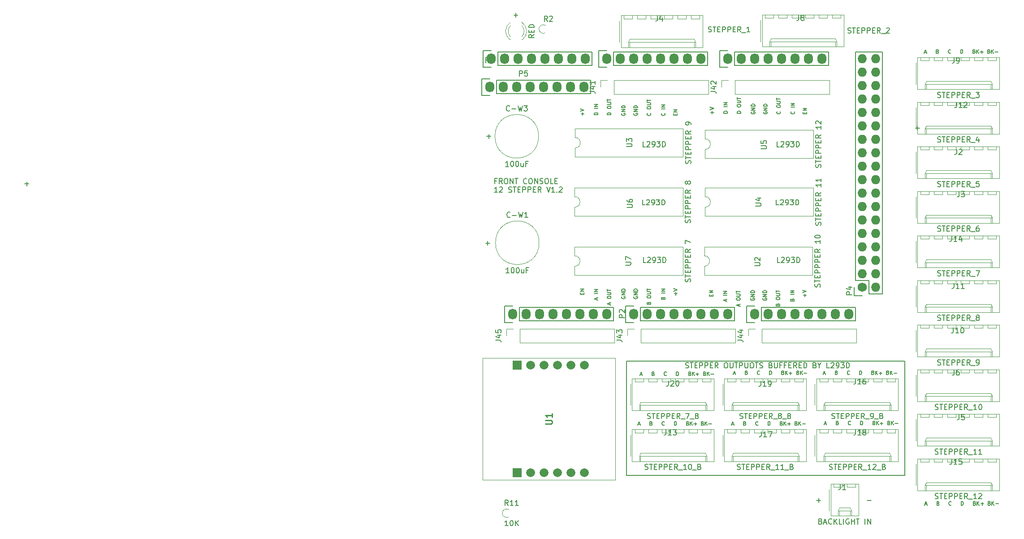
<source format=gbr>
G04 #@! TF.GenerationSoftware,KiCad,Pcbnew,7.0.9*
G04 #@! TF.CreationDate,2024-01-20T11:08:54+10:00*
G04 #@! TF.ProjectId,Front Console 12 Stepper,46726f6e-7420-4436-9f6e-736f6c652031,rev?*
G04 #@! TF.SameCoordinates,Original*
G04 #@! TF.FileFunction,Legend,Top*
G04 #@! TF.FilePolarity,Positive*
%FSLAX46Y46*%
G04 Gerber Fmt 4.6, Leading zero omitted, Abs format (unit mm)*
G04 Created by KiCad (PCBNEW 7.0.9) date 2024-01-20 11:08:54*
%MOMM*%
%LPD*%
G01*
G04 APERTURE LIST*
%ADD10C,0.150000*%
%ADD11C,0.254000*%
%ADD12C,0.120000*%
%ADD13C,0.100000*%
%ADD14C,1.727200*%
%ADD15O,1.727200X1.727200*%
%ADD16O,1.727200X2.032000*%
%ADD17R,1.665000X1.665000*%
%ADD18C,1.665000*%
G04 APERTURE END LIST*
D10*
X152800000Y-128000000D02*
X205400000Y-128000000D01*
X205400000Y-149600000D01*
X152800000Y-149600000D01*
X152800000Y-128000000D01*
X163989160Y-129222200D02*
X164132017Y-129269819D01*
X164132017Y-129269819D02*
X164370112Y-129269819D01*
X164370112Y-129269819D02*
X164465350Y-129222200D01*
X164465350Y-129222200D02*
X164512969Y-129174580D01*
X164512969Y-129174580D02*
X164560588Y-129079342D01*
X164560588Y-129079342D02*
X164560588Y-128984104D01*
X164560588Y-128984104D02*
X164512969Y-128888866D01*
X164512969Y-128888866D02*
X164465350Y-128841247D01*
X164465350Y-128841247D02*
X164370112Y-128793628D01*
X164370112Y-128793628D02*
X164179636Y-128746009D01*
X164179636Y-128746009D02*
X164084398Y-128698390D01*
X164084398Y-128698390D02*
X164036779Y-128650771D01*
X164036779Y-128650771D02*
X163989160Y-128555533D01*
X163989160Y-128555533D02*
X163989160Y-128460295D01*
X163989160Y-128460295D02*
X164036779Y-128365057D01*
X164036779Y-128365057D02*
X164084398Y-128317438D01*
X164084398Y-128317438D02*
X164179636Y-128269819D01*
X164179636Y-128269819D02*
X164417731Y-128269819D01*
X164417731Y-128269819D02*
X164560588Y-128317438D01*
X164846303Y-128269819D02*
X165417731Y-128269819D01*
X165132017Y-129269819D02*
X165132017Y-128269819D01*
X165751065Y-128746009D02*
X166084398Y-128746009D01*
X166227255Y-129269819D02*
X165751065Y-129269819D01*
X165751065Y-129269819D02*
X165751065Y-128269819D01*
X165751065Y-128269819D02*
X166227255Y-128269819D01*
X166655827Y-129269819D02*
X166655827Y-128269819D01*
X166655827Y-128269819D02*
X167036779Y-128269819D01*
X167036779Y-128269819D02*
X167132017Y-128317438D01*
X167132017Y-128317438D02*
X167179636Y-128365057D01*
X167179636Y-128365057D02*
X167227255Y-128460295D01*
X167227255Y-128460295D02*
X167227255Y-128603152D01*
X167227255Y-128603152D02*
X167179636Y-128698390D01*
X167179636Y-128698390D02*
X167132017Y-128746009D01*
X167132017Y-128746009D02*
X167036779Y-128793628D01*
X167036779Y-128793628D02*
X166655827Y-128793628D01*
X167655827Y-129269819D02*
X167655827Y-128269819D01*
X167655827Y-128269819D02*
X168036779Y-128269819D01*
X168036779Y-128269819D02*
X168132017Y-128317438D01*
X168132017Y-128317438D02*
X168179636Y-128365057D01*
X168179636Y-128365057D02*
X168227255Y-128460295D01*
X168227255Y-128460295D02*
X168227255Y-128603152D01*
X168227255Y-128603152D02*
X168179636Y-128698390D01*
X168179636Y-128698390D02*
X168132017Y-128746009D01*
X168132017Y-128746009D02*
X168036779Y-128793628D01*
X168036779Y-128793628D02*
X167655827Y-128793628D01*
X168655827Y-128746009D02*
X168989160Y-128746009D01*
X169132017Y-129269819D02*
X168655827Y-129269819D01*
X168655827Y-129269819D02*
X168655827Y-128269819D01*
X168655827Y-128269819D02*
X169132017Y-128269819D01*
X170132017Y-129269819D02*
X169798684Y-128793628D01*
X169560589Y-129269819D02*
X169560589Y-128269819D01*
X169560589Y-128269819D02*
X169941541Y-128269819D01*
X169941541Y-128269819D02*
X170036779Y-128317438D01*
X170036779Y-128317438D02*
X170084398Y-128365057D01*
X170084398Y-128365057D02*
X170132017Y-128460295D01*
X170132017Y-128460295D02*
X170132017Y-128603152D01*
X170132017Y-128603152D02*
X170084398Y-128698390D01*
X170084398Y-128698390D02*
X170036779Y-128746009D01*
X170036779Y-128746009D02*
X169941541Y-128793628D01*
X169941541Y-128793628D02*
X169560589Y-128793628D01*
X171512970Y-128269819D02*
X171703446Y-128269819D01*
X171703446Y-128269819D02*
X171798684Y-128317438D01*
X171798684Y-128317438D02*
X171893922Y-128412676D01*
X171893922Y-128412676D02*
X171941541Y-128603152D01*
X171941541Y-128603152D02*
X171941541Y-128936485D01*
X171941541Y-128936485D02*
X171893922Y-129126961D01*
X171893922Y-129126961D02*
X171798684Y-129222200D01*
X171798684Y-129222200D02*
X171703446Y-129269819D01*
X171703446Y-129269819D02*
X171512970Y-129269819D01*
X171512970Y-129269819D02*
X171417732Y-129222200D01*
X171417732Y-129222200D02*
X171322494Y-129126961D01*
X171322494Y-129126961D02*
X171274875Y-128936485D01*
X171274875Y-128936485D02*
X171274875Y-128603152D01*
X171274875Y-128603152D02*
X171322494Y-128412676D01*
X171322494Y-128412676D02*
X171417732Y-128317438D01*
X171417732Y-128317438D02*
X171512970Y-128269819D01*
X172370113Y-128269819D02*
X172370113Y-129079342D01*
X172370113Y-129079342D02*
X172417732Y-129174580D01*
X172417732Y-129174580D02*
X172465351Y-129222200D01*
X172465351Y-129222200D02*
X172560589Y-129269819D01*
X172560589Y-129269819D02*
X172751065Y-129269819D01*
X172751065Y-129269819D02*
X172846303Y-129222200D01*
X172846303Y-129222200D02*
X172893922Y-129174580D01*
X172893922Y-129174580D02*
X172941541Y-129079342D01*
X172941541Y-129079342D02*
X172941541Y-128269819D01*
X173274875Y-128269819D02*
X173846303Y-128269819D01*
X173560589Y-129269819D02*
X173560589Y-128269819D01*
X174179637Y-129269819D02*
X174179637Y-128269819D01*
X174179637Y-128269819D02*
X174560589Y-128269819D01*
X174560589Y-128269819D02*
X174655827Y-128317438D01*
X174655827Y-128317438D02*
X174703446Y-128365057D01*
X174703446Y-128365057D02*
X174751065Y-128460295D01*
X174751065Y-128460295D02*
X174751065Y-128603152D01*
X174751065Y-128603152D02*
X174703446Y-128698390D01*
X174703446Y-128698390D02*
X174655827Y-128746009D01*
X174655827Y-128746009D02*
X174560589Y-128793628D01*
X174560589Y-128793628D02*
X174179637Y-128793628D01*
X175179637Y-128269819D02*
X175179637Y-129079342D01*
X175179637Y-129079342D02*
X175227256Y-129174580D01*
X175227256Y-129174580D02*
X175274875Y-129222200D01*
X175274875Y-129222200D02*
X175370113Y-129269819D01*
X175370113Y-129269819D02*
X175560589Y-129269819D01*
X175560589Y-129269819D02*
X175655827Y-129222200D01*
X175655827Y-129222200D02*
X175703446Y-129174580D01*
X175703446Y-129174580D02*
X175751065Y-129079342D01*
X175751065Y-129079342D02*
X175751065Y-128269819D01*
X176417732Y-128269819D02*
X176608208Y-128269819D01*
X176608208Y-128269819D02*
X176703446Y-128317438D01*
X176703446Y-128317438D02*
X176798684Y-128412676D01*
X176798684Y-128412676D02*
X176846303Y-128603152D01*
X176846303Y-128603152D02*
X176846303Y-128936485D01*
X176846303Y-128936485D02*
X176798684Y-129126961D01*
X176798684Y-129126961D02*
X176703446Y-129222200D01*
X176703446Y-129222200D02*
X176608208Y-129269819D01*
X176608208Y-129269819D02*
X176417732Y-129269819D01*
X176417732Y-129269819D02*
X176322494Y-129222200D01*
X176322494Y-129222200D02*
X176227256Y-129126961D01*
X176227256Y-129126961D02*
X176179637Y-128936485D01*
X176179637Y-128936485D02*
X176179637Y-128603152D01*
X176179637Y-128603152D02*
X176227256Y-128412676D01*
X176227256Y-128412676D02*
X176322494Y-128317438D01*
X176322494Y-128317438D02*
X176417732Y-128269819D01*
X177132018Y-128269819D02*
X177703446Y-128269819D01*
X177417732Y-129269819D02*
X177417732Y-128269819D01*
X177989161Y-129222200D02*
X178132018Y-129269819D01*
X178132018Y-129269819D02*
X178370113Y-129269819D01*
X178370113Y-129269819D02*
X178465351Y-129222200D01*
X178465351Y-129222200D02*
X178512970Y-129174580D01*
X178512970Y-129174580D02*
X178560589Y-129079342D01*
X178560589Y-129079342D02*
X178560589Y-128984104D01*
X178560589Y-128984104D02*
X178512970Y-128888866D01*
X178512970Y-128888866D02*
X178465351Y-128841247D01*
X178465351Y-128841247D02*
X178370113Y-128793628D01*
X178370113Y-128793628D02*
X178179637Y-128746009D01*
X178179637Y-128746009D02*
X178084399Y-128698390D01*
X178084399Y-128698390D02*
X178036780Y-128650771D01*
X178036780Y-128650771D02*
X177989161Y-128555533D01*
X177989161Y-128555533D02*
X177989161Y-128460295D01*
X177989161Y-128460295D02*
X178036780Y-128365057D01*
X178036780Y-128365057D02*
X178084399Y-128317438D01*
X178084399Y-128317438D02*
X178179637Y-128269819D01*
X178179637Y-128269819D02*
X178417732Y-128269819D01*
X178417732Y-128269819D02*
X178560589Y-128317438D01*
X180084399Y-128746009D02*
X180227256Y-128793628D01*
X180227256Y-128793628D02*
X180274875Y-128841247D01*
X180274875Y-128841247D02*
X180322494Y-128936485D01*
X180322494Y-128936485D02*
X180322494Y-129079342D01*
X180322494Y-129079342D02*
X180274875Y-129174580D01*
X180274875Y-129174580D02*
X180227256Y-129222200D01*
X180227256Y-129222200D02*
X180132018Y-129269819D01*
X180132018Y-129269819D02*
X179751066Y-129269819D01*
X179751066Y-129269819D02*
X179751066Y-128269819D01*
X179751066Y-128269819D02*
X180084399Y-128269819D01*
X180084399Y-128269819D02*
X180179637Y-128317438D01*
X180179637Y-128317438D02*
X180227256Y-128365057D01*
X180227256Y-128365057D02*
X180274875Y-128460295D01*
X180274875Y-128460295D02*
X180274875Y-128555533D01*
X180274875Y-128555533D02*
X180227256Y-128650771D01*
X180227256Y-128650771D02*
X180179637Y-128698390D01*
X180179637Y-128698390D02*
X180084399Y-128746009D01*
X180084399Y-128746009D02*
X179751066Y-128746009D01*
X180751066Y-128269819D02*
X180751066Y-129079342D01*
X180751066Y-129079342D02*
X180798685Y-129174580D01*
X180798685Y-129174580D02*
X180846304Y-129222200D01*
X180846304Y-129222200D02*
X180941542Y-129269819D01*
X180941542Y-129269819D02*
X181132018Y-129269819D01*
X181132018Y-129269819D02*
X181227256Y-129222200D01*
X181227256Y-129222200D02*
X181274875Y-129174580D01*
X181274875Y-129174580D02*
X181322494Y-129079342D01*
X181322494Y-129079342D02*
X181322494Y-128269819D01*
X182132018Y-128746009D02*
X181798685Y-128746009D01*
X181798685Y-129269819D02*
X181798685Y-128269819D01*
X181798685Y-128269819D02*
X182274875Y-128269819D01*
X182989161Y-128746009D02*
X182655828Y-128746009D01*
X182655828Y-129269819D02*
X182655828Y-128269819D01*
X182655828Y-128269819D02*
X183132018Y-128269819D01*
X183512971Y-128746009D02*
X183846304Y-128746009D01*
X183989161Y-129269819D02*
X183512971Y-129269819D01*
X183512971Y-129269819D02*
X183512971Y-128269819D01*
X183512971Y-128269819D02*
X183989161Y-128269819D01*
X184989161Y-129269819D02*
X184655828Y-128793628D01*
X184417733Y-129269819D02*
X184417733Y-128269819D01*
X184417733Y-128269819D02*
X184798685Y-128269819D01*
X184798685Y-128269819D02*
X184893923Y-128317438D01*
X184893923Y-128317438D02*
X184941542Y-128365057D01*
X184941542Y-128365057D02*
X184989161Y-128460295D01*
X184989161Y-128460295D02*
X184989161Y-128603152D01*
X184989161Y-128603152D02*
X184941542Y-128698390D01*
X184941542Y-128698390D02*
X184893923Y-128746009D01*
X184893923Y-128746009D02*
X184798685Y-128793628D01*
X184798685Y-128793628D02*
X184417733Y-128793628D01*
X185417733Y-128746009D02*
X185751066Y-128746009D01*
X185893923Y-129269819D02*
X185417733Y-129269819D01*
X185417733Y-129269819D02*
X185417733Y-128269819D01*
X185417733Y-128269819D02*
X185893923Y-128269819D01*
X186322495Y-129269819D02*
X186322495Y-128269819D01*
X186322495Y-128269819D02*
X186560590Y-128269819D01*
X186560590Y-128269819D02*
X186703447Y-128317438D01*
X186703447Y-128317438D02*
X186798685Y-128412676D01*
X186798685Y-128412676D02*
X186846304Y-128507914D01*
X186846304Y-128507914D02*
X186893923Y-128698390D01*
X186893923Y-128698390D02*
X186893923Y-128841247D01*
X186893923Y-128841247D02*
X186846304Y-129031723D01*
X186846304Y-129031723D02*
X186798685Y-129126961D01*
X186798685Y-129126961D02*
X186703447Y-129222200D01*
X186703447Y-129222200D02*
X186560590Y-129269819D01*
X186560590Y-129269819D02*
X186322495Y-129269819D01*
X188417733Y-128746009D02*
X188560590Y-128793628D01*
X188560590Y-128793628D02*
X188608209Y-128841247D01*
X188608209Y-128841247D02*
X188655828Y-128936485D01*
X188655828Y-128936485D02*
X188655828Y-129079342D01*
X188655828Y-129079342D02*
X188608209Y-129174580D01*
X188608209Y-129174580D02*
X188560590Y-129222200D01*
X188560590Y-129222200D02*
X188465352Y-129269819D01*
X188465352Y-129269819D02*
X188084400Y-129269819D01*
X188084400Y-129269819D02*
X188084400Y-128269819D01*
X188084400Y-128269819D02*
X188417733Y-128269819D01*
X188417733Y-128269819D02*
X188512971Y-128317438D01*
X188512971Y-128317438D02*
X188560590Y-128365057D01*
X188560590Y-128365057D02*
X188608209Y-128460295D01*
X188608209Y-128460295D02*
X188608209Y-128555533D01*
X188608209Y-128555533D02*
X188560590Y-128650771D01*
X188560590Y-128650771D02*
X188512971Y-128698390D01*
X188512971Y-128698390D02*
X188417733Y-128746009D01*
X188417733Y-128746009D02*
X188084400Y-128746009D01*
X189274876Y-128793628D02*
X189274876Y-129269819D01*
X188941543Y-128269819D02*
X189274876Y-128793628D01*
X189274876Y-128793628D02*
X189608209Y-128269819D01*
X191179638Y-129269819D02*
X190703448Y-129269819D01*
X190703448Y-129269819D02*
X190703448Y-128269819D01*
X191465353Y-128365057D02*
X191512972Y-128317438D01*
X191512972Y-128317438D02*
X191608210Y-128269819D01*
X191608210Y-128269819D02*
X191846305Y-128269819D01*
X191846305Y-128269819D02*
X191941543Y-128317438D01*
X191941543Y-128317438D02*
X191989162Y-128365057D01*
X191989162Y-128365057D02*
X192036781Y-128460295D01*
X192036781Y-128460295D02*
X192036781Y-128555533D01*
X192036781Y-128555533D02*
X191989162Y-128698390D01*
X191989162Y-128698390D02*
X191417734Y-129269819D01*
X191417734Y-129269819D02*
X192036781Y-129269819D01*
X192512972Y-129269819D02*
X192703448Y-129269819D01*
X192703448Y-129269819D02*
X192798686Y-129222200D01*
X192798686Y-129222200D02*
X192846305Y-129174580D01*
X192846305Y-129174580D02*
X192941543Y-129031723D01*
X192941543Y-129031723D02*
X192989162Y-128841247D01*
X192989162Y-128841247D02*
X192989162Y-128460295D01*
X192989162Y-128460295D02*
X192941543Y-128365057D01*
X192941543Y-128365057D02*
X192893924Y-128317438D01*
X192893924Y-128317438D02*
X192798686Y-128269819D01*
X192798686Y-128269819D02*
X192608210Y-128269819D01*
X192608210Y-128269819D02*
X192512972Y-128317438D01*
X192512972Y-128317438D02*
X192465353Y-128365057D01*
X192465353Y-128365057D02*
X192417734Y-128460295D01*
X192417734Y-128460295D02*
X192417734Y-128698390D01*
X192417734Y-128698390D02*
X192465353Y-128793628D01*
X192465353Y-128793628D02*
X192512972Y-128841247D01*
X192512972Y-128841247D02*
X192608210Y-128888866D01*
X192608210Y-128888866D02*
X192798686Y-128888866D01*
X192798686Y-128888866D02*
X192893924Y-128841247D01*
X192893924Y-128841247D02*
X192941543Y-128793628D01*
X192941543Y-128793628D02*
X192989162Y-128698390D01*
X193322496Y-128269819D02*
X193941543Y-128269819D01*
X193941543Y-128269819D02*
X193608210Y-128650771D01*
X193608210Y-128650771D02*
X193751067Y-128650771D01*
X193751067Y-128650771D02*
X193846305Y-128698390D01*
X193846305Y-128698390D02*
X193893924Y-128746009D01*
X193893924Y-128746009D02*
X193941543Y-128841247D01*
X193941543Y-128841247D02*
X193941543Y-129079342D01*
X193941543Y-129079342D02*
X193893924Y-129174580D01*
X193893924Y-129174580D02*
X193846305Y-129222200D01*
X193846305Y-129222200D02*
X193751067Y-129269819D01*
X193751067Y-129269819D02*
X193465353Y-129269819D01*
X193465353Y-129269819D02*
X193370115Y-129222200D01*
X193370115Y-129222200D02*
X193322496Y-129174580D01*
X194370115Y-129269819D02*
X194370115Y-128269819D01*
X194370115Y-128269819D02*
X194608210Y-128269819D01*
X194608210Y-128269819D02*
X194751067Y-128317438D01*
X194751067Y-128317438D02*
X194846305Y-128412676D01*
X194846305Y-128412676D02*
X194893924Y-128507914D01*
X194893924Y-128507914D02*
X194941543Y-128698390D01*
X194941543Y-128698390D02*
X194941543Y-128841247D01*
X194941543Y-128841247D02*
X194893924Y-129031723D01*
X194893924Y-129031723D02*
X194846305Y-129126961D01*
X194846305Y-129126961D02*
X194751067Y-129222200D01*
X194751067Y-129222200D02*
X194608210Y-129269819D01*
X194608210Y-129269819D02*
X194370115Y-129269819D01*
X168839866Y-115698683D02*
X168839866Y-115465350D01*
X169206533Y-115365350D02*
X169206533Y-115698683D01*
X169206533Y-115698683D02*
X168506533Y-115698683D01*
X168506533Y-115698683D02*
X168506533Y-115365350D01*
X169206533Y-115065350D02*
X168506533Y-115065350D01*
X168506533Y-115065350D02*
X169206533Y-114665350D01*
X169206533Y-114665350D02*
X168506533Y-114665350D01*
X184139866Y-116398683D02*
X184173200Y-116298683D01*
X184173200Y-116298683D02*
X184206533Y-116265349D01*
X184206533Y-116265349D02*
X184273200Y-116232016D01*
X184273200Y-116232016D02*
X184373200Y-116232016D01*
X184373200Y-116232016D02*
X184439866Y-116265349D01*
X184439866Y-116265349D02*
X184473200Y-116298683D01*
X184473200Y-116298683D02*
X184506533Y-116365349D01*
X184506533Y-116365349D02*
X184506533Y-116632016D01*
X184506533Y-116632016D02*
X183806533Y-116632016D01*
X183806533Y-116632016D02*
X183806533Y-116398683D01*
X183806533Y-116398683D02*
X183839866Y-116332016D01*
X183839866Y-116332016D02*
X183873200Y-116298683D01*
X183873200Y-116298683D02*
X183939866Y-116265349D01*
X183939866Y-116265349D02*
X184006533Y-116265349D01*
X184006533Y-116265349D02*
X184073200Y-116298683D01*
X184073200Y-116298683D02*
X184106533Y-116332016D01*
X184106533Y-116332016D02*
X184139866Y-116398683D01*
X184139866Y-116398683D02*
X184139866Y-116632016D01*
X184506533Y-115398683D02*
X183806533Y-115398683D01*
X184506533Y-115065350D02*
X183806533Y-115065350D01*
X183806533Y-115065350D02*
X184506533Y-114665350D01*
X184506533Y-114665350D02*
X183806533Y-114665350D01*
X151939866Y-81167982D02*
X151906533Y-81234649D01*
X151906533Y-81234649D02*
X151906533Y-81334649D01*
X151906533Y-81334649D02*
X151939866Y-81434649D01*
X151939866Y-81434649D02*
X152006533Y-81501316D01*
X152006533Y-81501316D02*
X152073200Y-81534649D01*
X152073200Y-81534649D02*
X152206533Y-81567982D01*
X152206533Y-81567982D02*
X152306533Y-81567982D01*
X152306533Y-81567982D02*
X152439866Y-81534649D01*
X152439866Y-81534649D02*
X152506533Y-81501316D01*
X152506533Y-81501316D02*
X152573200Y-81434649D01*
X152573200Y-81434649D02*
X152606533Y-81334649D01*
X152606533Y-81334649D02*
X152606533Y-81267982D01*
X152606533Y-81267982D02*
X152573200Y-81167982D01*
X152573200Y-81167982D02*
X152539866Y-81134649D01*
X152539866Y-81134649D02*
X152306533Y-81134649D01*
X152306533Y-81134649D02*
X152306533Y-81267982D01*
X152606533Y-80834649D02*
X151906533Y-80834649D01*
X151906533Y-80834649D02*
X152606533Y-80434649D01*
X152606533Y-80434649D02*
X151906533Y-80434649D01*
X152606533Y-80101316D02*
X151906533Y-80101316D01*
X151906533Y-80101316D02*
X151906533Y-79934649D01*
X151906533Y-79934649D02*
X151939866Y-79834649D01*
X151939866Y-79834649D02*
X152006533Y-79767983D01*
X152006533Y-79767983D02*
X152073200Y-79734649D01*
X152073200Y-79734649D02*
X152206533Y-79701316D01*
X152206533Y-79701316D02*
X152306533Y-79701316D01*
X152306533Y-79701316D02*
X152439866Y-79734649D01*
X152439866Y-79734649D02*
X152506533Y-79767983D01*
X152506533Y-79767983D02*
X152573200Y-79834649D01*
X152573200Y-79834649D02*
X152606533Y-79934649D01*
X152606533Y-79934649D02*
X152606533Y-80101316D01*
X155032017Y-139906533D02*
X155365350Y-139906533D01*
X154965350Y-140106533D02*
X155198684Y-139406533D01*
X155198684Y-139406533D02*
X155432017Y-140106533D01*
X157498683Y-139739866D02*
X157598683Y-139773200D01*
X157598683Y-139773200D02*
X157632016Y-139806533D01*
X157632016Y-139806533D02*
X157665349Y-139873200D01*
X157665349Y-139873200D02*
X157665349Y-139973200D01*
X157665349Y-139973200D02*
X157632016Y-140039866D01*
X157632016Y-140039866D02*
X157598683Y-140073200D01*
X157598683Y-140073200D02*
X157532016Y-140106533D01*
X157532016Y-140106533D02*
X157265349Y-140106533D01*
X157265349Y-140106533D02*
X157265349Y-139406533D01*
X157265349Y-139406533D02*
X157498683Y-139406533D01*
X157498683Y-139406533D02*
X157565349Y-139439866D01*
X157565349Y-139439866D02*
X157598683Y-139473200D01*
X157598683Y-139473200D02*
X157632016Y-139539866D01*
X157632016Y-139539866D02*
X157632016Y-139606533D01*
X157632016Y-139606533D02*
X157598683Y-139673200D01*
X157598683Y-139673200D02*
X157565349Y-139706533D01*
X157565349Y-139706533D02*
X157498683Y-139739866D01*
X157498683Y-139739866D02*
X157265349Y-139739866D01*
X159965348Y-140039866D02*
X159932015Y-140073200D01*
X159932015Y-140073200D02*
X159832015Y-140106533D01*
X159832015Y-140106533D02*
X159765348Y-140106533D01*
X159765348Y-140106533D02*
X159665348Y-140073200D01*
X159665348Y-140073200D02*
X159598682Y-140006533D01*
X159598682Y-140006533D02*
X159565348Y-139939866D01*
X159565348Y-139939866D02*
X159532015Y-139806533D01*
X159532015Y-139806533D02*
X159532015Y-139706533D01*
X159532015Y-139706533D02*
X159565348Y-139573200D01*
X159565348Y-139573200D02*
X159598682Y-139506533D01*
X159598682Y-139506533D02*
X159665348Y-139439866D01*
X159665348Y-139439866D02*
X159765348Y-139406533D01*
X159765348Y-139406533D02*
X159832015Y-139406533D01*
X159832015Y-139406533D02*
X159932015Y-139439866D01*
X159932015Y-139439866D02*
X159965348Y-139473200D01*
X161865347Y-140106533D02*
X161865347Y-139406533D01*
X161865347Y-139406533D02*
X162032014Y-139406533D01*
X162032014Y-139406533D02*
X162132014Y-139439866D01*
X162132014Y-139439866D02*
X162198681Y-139506533D01*
X162198681Y-139506533D02*
X162232014Y-139573200D01*
X162232014Y-139573200D02*
X162265347Y-139706533D01*
X162265347Y-139706533D02*
X162265347Y-139806533D01*
X162265347Y-139806533D02*
X162232014Y-139939866D01*
X162232014Y-139939866D02*
X162198681Y-140006533D01*
X162198681Y-140006533D02*
X162132014Y-140073200D01*
X162132014Y-140073200D02*
X162032014Y-140106533D01*
X162032014Y-140106533D02*
X161865347Y-140106533D01*
X164398680Y-139739866D02*
X164498680Y-139773200D01*
X164498680Y-139773200D02*
X164532013Y-139806533D01*
X164532013Y-139806533D02*
X164565346Y-139873200D01*
X164565346Y-139873200D02*
X164565346Y-139973200D01*
X164565346Y-139973200D02*
X164532013Y-140039866D01*
X164532013Y-140039866D02*
X164498680Y-140073200D01*
X164498680Y-140073200D02*
X164432013Y-140106533D01*
X164432013Y-140106533D02*
X164165346Y-140106533D01*
X164165346Y-140106533D02*
X164165346Y-139406533D01*
X164165346Y-139406533D02*
X164398680Y-139406533D01*
X164398680Y-139406533D02*
X164465346Y-139439866D01*
X164465346Y-139439866D02*
X164498680Y-139473200D01*
X164498680Y-139473200D02*
X164532013Y-139539866D01*
X164532013Y-139539866D02*
X164532013Y-139606533D01*
X164532013Y-139606533D02*
X164498680Y-139673200D01*
X164498680Y-139673200D02*
X164465346Y-139706533D01*
X164465346Y-139706533D02*
X164398680Y-139739866D01*
X164398680Y-139739866D02*
X164165346Y-139739866D01*
X164865346Y-140106533D02*
X164865346Y-139406533D01*
X165265346Y-140106533D02*
X164965346Y-139706533D01*
X165265346Y-139406533D02*
X164865346Y-139806533D01*
X165565346Y-139839866D02*
X166098680Y-139839866D01*
X165832013Y-140106533D02*
X165832013Y-139573200D01*
X167198680Y-139739866D02*
X167298680Y-139773200D01*
X167298680Y-139773200D02*
X167332013Y-139806533D01*
X167332013Y-139806533D02*
X167365346Y-139873200D01*
X167365346Y-139873200D02*
X167365346Y-139973200D01*
X167365346Y-139973200D02*
X167332013Y-140039866D01*
X167332013Y-140039866D02*
X167298680Y-140073200D01*
X167298680Y-140073200D02*
X167232013Y-140106533D01*
X167232013Y-140106533D02*
X166965346Y-140106533D01*
X166965346Y-140106533D02*
X166965346Y-139406533D01*
X166965346Y-139406533D02*
X167198680Y-139406533D01*
X167198680Y-139406533D02*
X167265346Y-139439866D01*
X167265346Y-139439866D02*
X167298680Y-139473200D01*
X167298680Y-139473200D02*
X167332013Y-139539866D01*
X167332013Y-139539866D02*
X167332013Y-139606533D01*
X167332013Y-139606533D02*
X167298680Y-139673200D01*
X167298680Y-139673200D02*
X167265346Y-139706533D01*
X167265346Y-139706533D02*
X167198680Y-139739866D01*
X167198680Y-139739866D02*
X166965346Y-139739866D01*
X167665346Y-140106533D02*
X167665346Y-139406533D01*
X168065346Y-140106533D02*
X167765346Y-139706533D01*
X168065346Y-139406533D02*
X167665346Y-139806533D01*
X168365346Y-139839866D02*
X168898680Y-139839866D01*
X181712969Y-87469819D02*
X181236779Y-87469819D01*
X181236779Y-87469819D02*
X181236779Y-86469819D01*
X181998684Y-86565057D02*
X182046303Y-86517438D01*
X182046303Y-86517438D02*
X182141541Y-86469819D01*
X182141541Y-86469819D02*
X182379636Y-86469819D01*
X182379636Y-86469819D02*
X182474874Y-86517438D01*
X182474874Y-86517438D02*
X182522493Y-86565057D01*
X182522493Y-86565057D02*
X182570112Y-86660295D01*
X182570112Y-86660295D02*
X182570112Y-86755533D01*
X182570112Y-86755533D02*
X182522493Y-86898390D01*
X182522493Y-86898390D02*
X181951065Y-87469819D01*
X181951065Y-87469819D02*
X182570112Y-87469819D01*
X183046303Y-87469819D02*
X183236779Y-87469819D01*
X183236779Y-87469819D02*
X183332017Y-87422200D01*
X183332017Y-87422200D02*
X183379636Y-87374580D01*
X183379636Y-87374580D02*
X183474874Y-87231723D01*
X183474874Y-87231723D02*
X183522493Y-87041247D01*
X183522493Y-87041247D02*
X183522493Y-86660295D01*
X183522493Y-86660295D02*
X183474874Y-86565057D01*
X183474874Y-86565057D02*
X183427255Y-86517438D01*
X183427255Y-86517438D02*
X183332017Y-86469819D01*
X183332017Y-86469819D02*
X183141541Y-86469819D01*
X183141541Y-86469819D02*
X183046303Y-86517438D01*
X183046303Y-86517438D02*
X182998684Y-86565057D01*
X182998684Y-86565057D02*
X182951065Y-86660295D01*
X182951065Y-86660295D02*
X182951065Y-86898390D01*
X182951065Y-86898390D02*
X182998684Y-86993628D01*
X182998684Y-86993628D02*
X183046303Y-87041247D01*
X183046303Y-87041247D02*
X183141541Y-87088866D01*
X183141541Y-87088866D02*
X183332017Y-87088866D01*
X183332017Y-87088866D02*
X183427255Y-87041247D01*
X183427255Y-87041247D02*
X183474874Y-86993628D01*
X183474874Y-86993628D02*
X183522493Y-86898390D01*
X183855827Y-86469819D02*
X184474874Y-86469819D01*
X184474874Y-86469819D02*
X184141541Y-86850771D01*
X184141541Y-86850771D02*
X184284398Y-86850771D01*
X184284398Y-86850771D02*
X184379636Y-86898390D01*
X184379636Y-86898390D02*
X184427255Y-86946009D01*
X184427255Y-86946009D02*
X184474874Y-87041247D01*
X184474874Y-87041247D02*
X184474874Y-87279342D01*
X184474874Y-87279342D02*
X184427255Y-87374580D01*
X184427255Y-87374580D02*
X184379636Y-87422200D01*
X184379636Y-87422200D02*
X184284398Y-87469819D01*
X184284398Y-87469819D02*
X183998684Y-87469819D01*
X183998684Y-87469819D02*
X183903446Y-87422200D01*
X183903446Y-87422200D02*
X183855827Y-87374580D01*
X184903446Y-87469819D02*
X184903446Y-86469819D01*
X184903446Y-86469819D02*
X185141541Y-86469819D01*
X185141541Y-86469819D02*
X185284398Y-86517438D01*
X185284398Y-86517438D02*
X185379636Y-86612676D01*
X185379636Y-86612676D02*
X185427255Y-86707914D01*
X185427255Y-86707914D02*
X185474874Y-86898390D01*
X185474874Y-86898390D02*
X185474874Y-87041247D01*
X185474874Y-87041247D02*
X185427255Y-87231723D01*
X185427255Y-87231723D02*
X185379636Y-87326961D01*
X185379636Y-87326961D02*
X185284398Y-87422200D01*
X185284398Y-87422200D02*
X185141541Y-87469819D01*
X185141541Y-87469819D02*
X184903446Y-87469819D01*
X171606533Y-116665349D02*
X171606533Y-116332016D01*
X171806533Y-116732016D02*
X171106533Y-116498683D01*
X171106533Y-116498683D02*
X171806533Y-116265349D01*
X171806533Y-115498683D02*
X171106533Y-115498683D01*
X171806533Y-115165350D02*
X171106533Y-115165350D01*
X171106533Y-115165350D02*
X171806533Y-114765350D01*
X171806533Y-114765350D02*
X171106533Y-114765350D01*
X209232017Y-155006533D02*
X209565350Y-155006533D01*
X209165350Y-155206533D02*
X209398684Y-154506533D01*
X209398684Y-154506533D02*
X209632017Y-155206533D01*
X211698683Y-154839866D02*
X211798683Y-154873200D01*
X211798683Y-154873200D02*
X211832016Y-154906533D01*
X211832016Y-154906533D02*
X211865349Y-154973200D01*
X211865349Y-154973200D02*
X211865349Y-155073200D01*
X211865349Y-155073200D02*
X211832016Y-155139866D01*
X211832016Y-155139866D02*
X211798683Y-155173200D01*
X211798683Y-155173200D02*
X211732016Y-155206533D01*
X211732016Y-155206533D02*
X211465349Y-155206533D01*
X211465349Y-155206533D02*
X211465349Y-154506533D01*
X211465349Y-154506533D02*
X211698683Y-154506533D01*
X211698683Y-154506533D02*
X211765349Y-154539866D01*
X211765349Y-154539866D02*
X211798683Y-154573200D01*
X211798683Y-154573200D02*
X211832016Y-154639866D01*
X211832016Y-154639866D02*
X211832016Y-154706533D01*
X211832016Y-154706533D02*
X211798683Y-154773200D01*
X211798683Y-154773200D02*
X211765349Y-154806533D01*
X211765349Y-154806533D02*
X211698683Y-154839866D01*
X211698683Y-154839866D02*
X211465349Y-154839866D01*
X214165348Y-155139866D02*
X214132015Y-155173200D01*
X214132015Y-155173200D02*
X214032015Y-155206533D01*
X214032015Y-155206533D02*
X213965348Y-155206533D01*
X213965348Y-155206533D02*
X213865348Y-155173200D01*
X213865348Y-155173200D02*
X213798682Y-155106533D01*
X213798682Y-155106533D02*
X213765348Y-155039866D01*
X213765348Y-155039866D02*
X213732015Y-154906533D01*
X213732015Y-154906533D02*
X213732015Y-154806533D01*
X213732015Y-154806533D02*
X213765348Y-154673200D01*
X213765348Y-154673200D02*
X213798682Y-154606533D01*
X213798682Y-154606533D02*
X213865348Y-154539866D01*
X213865348Y-154539866D02*
X213965348Y-154506533D01*
X213965348Y-154506533D02*
X214032015Y-154506533D01*
X214032015Y-154506533D02*
X214132015Y-154539866D01*
X214132015Y-154539866D02*
X214165348Y-154573200D01*
X216065347Y-155206533D02*
X216065347Y-154506533D01*
X216065347Y-154506533D02*
X216232014Y-154506533D01*
X216232014Y-154506533D02*
X216332014Y-154539866D01*
X216332014Y-154539866D02*
X216398681Y-154606533D01*
X216398681Y-154606533D02*
X216432014Y-154673200D01*
X216432014Y-154673200D02*
X216465347Y-154806533D01*
X216465347Y-154806533D02*
X216465347Y-154906533D01*
X216465347Y-154906533D02*
X216432014Y-155039866D01*
X216432014Y-155039866D02*
X216398681Y-155106533D01*
X216398681Y-155106533D02*
X216332014Y-155173200D01*
X216332014Y-155173200D02*
X216232014Y-155206533D01*
X216232014Y-155206533D02*
X216065347Y-155206533D01*
X218598680Y-154839866D02*
X218698680Y-154873200D01*
X218698680Y-154873200D02*
X218732013Y-154906533D01*
X218732013Y-154906533D02*
X218765346Y-154973200D01*
X218765346Y-154973200D02*
X218765346Y-155073200D01*
X218765346Y-155073200D02*
X218732013Y-155139866D01*
X218732013Y-155139866D02*
X218698680Y-155173200D01*
X218698680Y-155173200D02*
X218632013Y-155206533D01*
X218632013Y-155206533D02*
X218365346Y-155206533D01*
X218365346Y-155206533D02*
X218365346Y-154506533D01*
X218365346Y-154506533D02*
X218598680Y-154506533D01*
X218598680Y-154506533D02*
X218665346Y-154539866D01*
X218665346Y-154539866D02*
X218698680Y-154573200D01*
X218698680Y-154573200D02*
X218732013Y-154639866D01*
X218732013Y-154639866D02*
X218732013Y-154706533D01*
X218732013Y-154706533D02*
X218698680Y-154773200D01*
X218698680Y-154773200D02*
X218665346Y-154806533D01*
X218665346Y-154806533D02*
X218598680Y-154839866D01*
X218598680Y-154839866D02*
X218365346Y-154839866D01*
X219065346Y-155206533D02*
X219065346Y-154506533D01*
X219465346Y-155206533D02*
X219165346Y-154806533D01*
X219465346Y-154506533D02*
X219065346Y-154906533D01*
X219765346Y-154939866D02*
X220298680Y-154939866D01*
X220032013Y-155206533D02*
X220032013Y-154673200D01*
X221398680Y-154839866D02*
X221498680Y-154873200D01*
X221498680Y-154873200D02*
X221532013Y-154906533D01*
X221532013Y-154906533D02*
X221565346Y-154973200D01*
X221565346Y-154973200D02*
X221565346Y-155073200D01*
X221565346Y-155073200D02*
X221532013Y-155139866D01*
X221532013Y-155139866D02*
X221498680Y-155173200D01*
X221498680Y-155173200D02*
X221432013Y-155206533D01*
X221432013Y-155206533D02*
X221165346Y-155206533D01*
X221165346Y-155206533D02*
X221165346Y-154506533D01*
X221165346Y-154506533D02*
X221398680Y-154506533D01*
X221398680Y-154506533D02*
X221465346Y-154539866D01*
X221465346Y-154539866D02*
X221498680Y-154573200D01*
X221498680Y-154573200D02*
X221532013Y-154639866D01*
X221532013Y-154639866D02*
X221532013Y-154706533D01*
X221532013Y-154706533D02*
X221498680Y-154773200D01*
X221498680Y-154773200D02*
X221465346Y-154806533D01*
X221465346Y-154806533D02*
X221398680Y-154839866D01*
X221398680Y-154839866D02*
X221165346Y-154839866D01*
X221865346Y-155206533D02*
X221865346Y-154506533D01*
X222265346Y-155206533D02*
X221965346Y-154806533D01*
X222265346Y-154506533D02*
X221865346Y-154906533D01*
X222565346Y-154939866D02*
X223098680Y-154939866D01*
X159739866Y-116098683D02*
X159773200Y-115998683D01*
X159773200Y-115998683D02*
X159806533Y-115965349D01*
X159806533Y-115965349D02*
X159873200Y-115932016D01*
X159873200Y-115932016D02*
X159973200Y-115932016D01*
X159973200Y-115932016D02*
X160039866Y-115965349D01*
X160039866Y-115965349D02*
X160073200Y-115998683D01*
X160073200Y-115998683D02*
X160106533Y-116065349D01*
X160106533Y-116065349D02*
X160106533Y-116332016D01*
X160106533Y-116332016D02*
X159406533Y-116332016D01*
X159406533Y-116332016D02*
X159406533Y-116098683D01*
X159406533Y-116098683D02*
X159439866Y-116032016D01*
X159439866Y-116032016D02*
X159473200Y-115998683D01*
X159473200Y-115998683D02*
X159539866Y-115965349D01*
X159539866Y-115965349D02*
X159606533Y-115965349D01*
X159606533Y-115965349D02*
X159673200Y-115998683D01*
X159673200Y-115998683D02*
X159706533Y-116032016D01*
X159706533Y-116032016D02*
X159739866Y-116098683D01*
X159739866Y-116098683D02*
X159739866Y-116332016D01*
X160106533Y-115098683D02*
X159406533Y-115098683D01*
X160106533Y-114765350D02*
X159406533Y-114765350D01*
X159406533Y-114765350D02*
X160106533Y-114365350D01*
X160106533Y-114365350D02*
X159406533Y-114365350D01*
X39529519Y-94838398D02*
X39529519Y-94076494D01*
X39910472Y-94457446D02*
X39148567Y-94457446D01*
X156512969Y-109369819D02*
X156036779Y-109369819D01*
X156036779Y-109369819D02*
X156036779Y-108369819D01*
X156798684Y-108465057D02*
X156846303Y-108417438D01*
X156846303Y-108417438D02*
X156941541Y-108369819D01*
X156941541Y-108369819D02*
X157179636Y-108369819D01*
X157179636Y-108369819D02*
X157274874Y-108417438D01*
X157274874Y-108417438D02*
X157322493Y-108465057D01*
X157322493Y-108465057D02*
X157370112Y-108560295D01*
X157370112Y-108560295D02*
X157370112Y-108655533D01*
X157370112Y-108655533D02*
X157322493Y-108798390D01*
X157322493Y-108798390D02*
X156751065Y-109369819D01*
X156751065Y-109369819D02*
X157370112Y-109369819D01*
X157846303Y-109369819D02*
X158036779Y-109369819D01*
X158036779Y-109369819D02*
X158132017Y-109322200D01*
X158132017Y-109322200D02*
X158179636Y-109274580D01*
X158179636Y-109274580D02*
X158274874Y-109131723D01*
X158274874Y-109131723D02*
X158322493Y-108941247D01*
X158322493Y-108941247D02*
X158322493Y-108560295D01*
X158322493Y-108560295D02*
X158274874Y-108465057D01*
X158274874Y-108465057D02*
X158227255Y-108417438D01*
X158227255Y-108417438D02*
X158132017Y-108369819D01*
X158132017Y-108369819D02*
X157941541Y-108369819D01*
X157941541Y-108369819D02*
X157846303Y-108417438D01*
X157846303Y-108417438D02*
X157798684Y-108465057D01*
X157798684Y-108465057D02*
X157751065Y-108560295D01*
X157751065Y-108560295D02*
X157751065Y-108798390D01*
X157751065Y-108798390D02*
X157798684Y-108893628D01*
X157798684Y-108893628D02*
X157846303Y-108941247D01*
X157846303Y-108941247D02*
X157941541Y-108988866D01*
X157941541Y-108988866D02*
X158132017Y-108988866D01*
X158132017Y-108988866D02*
X158227255Y-108941247D01*
X158227255Y-108941247D02*
X158274874Y-108893628D01*
X158274874Y-108893628D02*
X158322493Y-108798390D01*
X158655827Y-108369819D02*
X159274874Y-108369819D01*
X159274874Y-108369819D02*
X158941541Y-108750771D01*
X158941541Y-108750771D02*
X159084398Y-108750771D01*
X159084398Y-108750771D02*
X159179636Y-108798390D01*
X159179636Y-108798390D02*
X159227255Y-108846009D01*
X159227255Y-108846009D02*
X159274874Y-108941247D01*
X159274874Y-108941247D02*
X159274874Y-109179342D01*
X159274874Y-109179342D02*
X159227255Y-109274580D01*
X159227255Y-109274580D02*
X159179636Y-109322200D01*
X159179636Y-109322200D02*
X159084398Y-109369819D01*
X159084398Y-109369819D02*
X158798684Y-109369819D01*
X158798684Y-109369819D02*
X158703446Y-109322200D01*
X158703446Y-109322200D02*
X158655827Y-109274580D01*
X159703446Y-109369819D02*
X159703446Y-108369819D01*
X159703446Y-108369819D02*
X159941541Y-108369819D01*
X159941541Y-108369819D02*
X160084398Y-108417438D01*
X160084398Y-108417438D02*
X160179636Y-108512676D01*
X160179636Y-108512676D02*
X160227255Y-108607914D01*
X160227255Y-108607914D02*
X160274874Y-108798390D01*
X160274874Y-108798390D02*
X160274874Y-108941247D01*
X160274874Y-108941247D02*
X160227255Y-109131723D01*
X160227255Y-109131723D02*
X160179636Y-109226961D01*
X160179636Y-109226961D02*
X160084398Y-109322200D01*
X160084398Y-109322200D02*
X159941541Y-109369819D01*
X159941541Y-109369819D02*
X159703446Y-109369819D01*
X184539866Y-80834649D02*
X184573200Y-80867982D01*
X184573200Y-80867982D02*
X184606533Y-80967982D01*
X184606533Y-80967982D02*
X184606533Y-81034649D01*
X184606533Y-81034649D02*
X184573200Y-81134649D01*
X184573200Y-81134649D02*
X184506533Y-81201316D01*
X184506533Y-81201316D02*
X184439866Y-81234649D01*
X184439866Y-81234649D02*
X184306533Y-81267982D01*
X184306533Y-81267982D02*
X184206533Y-81267982D01*
X184206533Y-81267982D02*
X184073200Y-81234649D01*
X184073200Y-81234649D02*
X184006533Y-81201316D01*
X184006533Y-81201316D02*
X183939866Y-81134649D01*
X183939866Y-81134649D02*
X183906533Y-81034649D01*
X183906533Y-81034649D02*
X183906533Y-80967982D01*
X183906533Y-80967982D02*
X183939866Y-80867982D01*
X183939866Y-80867982D02*
X183973200Y-80834649D01*
X184606533Y-80001316D02*
X183906533Y-80001316D01*
X184606533Y-79667983D02*
X183906533Y-79667983D01*
X183906533Y-79667983D02*
X184606533Y-79267983D01*
X184606533Y-79267983D02*
X183906533Y-79267983D01*
X172732017Y-139906533D02*
X173065350Y-139906533D01*
X172665350Y-140106533D02*
X172898684Y-139406533D01*
X172898684Y-139406533D02*
X173132017Y-140106533D01*
X175198683Y-139739866D02*
X175298683Y-139773200D01*
X175298683Y-139773200D02*
X175332016Y-139806533D01*
X175332016Y-139806533D02*
X175365349Y-139873200D01*
X175365349Y-139873200D02*
X175365349Y-139973200D01*
X175365349Y-139973200D02*
X175332016Y-140039866D01*
X175332016Y-140039866D02*
X175298683Y-140073200D01*
X175298683Y-140073200D02*
X175232016Y-140106533D01*
X175232016Y-140106533D02*
X174965349Y-140106533D01*
X174965349Y-140106533D02*
X174965349Y-139406533D01*
X174965349Y-139406533D02*
X175198683Y-139406533D01*
X175198683Y-139406533D02*
X175265349Y-139439866D01*
X175265349Y-139439866D02*
X175298683Y-139473200D01*
X175298683Y-139473200D02*
X175332016Y-139539866D01*
X175332016Y-139539866D02*
X175332016Y-139606533D01*
X175332016Y-139606533D02*
X175298683Y-139673200D01*
X175298683Y-139673200D02*
X175265349Y-139706533D01*
X175265349Y-139706533D02*
X175198683Y-139739866D01*
X175198683Y-139739866D02*
X174965349Y-139739866D01*
X177665348Y-140039866D02*
X177632015Y-140073200D01*
X177632015Y-140073200D02*
X177532015Y-140106533D01*
X177532015Y-140106533D02*
X177465348Y-140106533D01*
X177465348Y-140106533D02*
X177365348Y-140073200D01*
X177365348Y-140073200D02*
X177298682Y-140006533D01*
X177298682Y-140006533D02*
X177265348Y-139939866D01*
X177265348Y-139939866D02*
X177232015Y-139806533D01*
X177232015Y-139806533D02*
X177232015Y-139706533D01*
X177232015Y-139706533D02*
X177265348Y-139573200D01*
X177265348Y-139573200D02*
X177298682Y-139506533D01*
X177298682Y-139506533D02*
X177365348Y-139439866D01*
X177365348Y-139439866D02*
X177465348Y-139406533D01*
X177465348Y-139406533D02*
X177532015Y-139406533D01*
X177532015Y-139406533D02*
X177632015Y-139439866D01*
X177632015Y-139439866D02*
X177665348Y-139473200D01*
X179565347Y-140106533D02*
X179565347Y-139406533D01*
X179565347Y-139406533D02*
X179732014Y-139406533D01*
X179732014Y-139406533D02*
X179832014Y-139439866D01*
X179832014Y-139439866D02*
X179898681Y-139506533D01*
X179898681Y-139506533D02*
X179932014Y-139573200D01*
X179932014Y-139573200D02*
X179965347Y-139706533D01*
X179965347Y-139706533D02*
X179965347Y-139806533D01*
X179965347Y-139806533D02*
X179932014Y-139939866D01*
X179932014Y-139939866D02*
X179898681Y-140006533D01*
X179898681Y-140006533D02*
X179832014Y-140073200D01*
X179832014Y-140073200D02*
X179732014Y-140106533D01*
X179732014Y-140106533D02*
X179565347Y-140106533D01*
X182098680Y-139739866D02*
X182198680Y-139773200D01*
X182198680Y-139773200D02*
X182232013Y-139806533D01*
X182232013Y-139806533D02*
X182265346Y-139873200D01*
X182265346Y-139873200D02*
X182265346Y-139973200D01*
X182265346Y-139973200D02*
X182232013Y-140039866D01*
X182232013Y-140039866D02*
X182198680Y-140073200D01*
X182198680Y-140073200D02*
X182132013Y-140106533D01*
X182132013Y-140106533D02*
X181865346Y-140106533D01*
X181865346Y-140106533D02*
X181865346Y-139406533D01*
X181865346Y-139406533D02*
X182098680Y-139406533D01*
X182098680Y-139406533D02*
X182165346Y-139439866D01*
X182165346Y-139439866D02*
X182198680Y-139473200D01*
X182198680Y-139473200D02*
X182232013Y-139539866D01*
X182232013Y-139539866D02*
X182232013Y-139606533D01*
X182232013Y-139606533D02*
X182198680Y-139673200D01*
X182198680Y-139673200D02*
X182165346Y-139706533D01*
X182165346Y-139706533D02*
X182098680Y-139739866D01*
X182098680Y-139739866D02*
X181865346Y-139739866D01*
X182565346Y-140106533D02*
X182565346Y-139406533D01*
X182965346Y-140106533D02*
X182665346Y-139706533D01*
X182965346Y-139406533D02*
X182565346Y-139806533D01*
X183265346Y-139839866D02*
X183798680Y-139839866D01*
X183532013Y-140106533D02*
X183532013Y-139573200D01*
X184898680Y-139739866D02*
X184998680Y-139773200D01*
X184998680Y-139773200D02*
X185032013Y-139806533D01*
X185032013Y-139806533D02*
X185065346Y-139873200D01*
X185065346Y-139873200D02*
X185065346Y-139973200D01*
X185065346Y-139973200D02*
X185032013Y-140039866D01*
X185032013Y-140039866D02*
X184998680Y-140073200D01*
X184998680Y-140073200D02*
X184932013Y-140106533D01*
X184932013Y-140106533D02*
X184665346Y-140106533D01*
X184665346Y-140106533D02*
X184665346Y-139406533D01*
X184665346Y-139406533D02*
X184898680Y-139406533D01*
X184898680Y-139406533D02*
X184965346Y-139439866D01*
X184965346Y-139439866D02*
X184998680Y-139473200D01*
X184998680Y-139473200D02*
X185032013Y-139539866D01*
X185032013Y-139539866D02*
X185032013Y-139606533D01*
X185032013Y-139606533D02*
X184998680Y-139673200D01*
X184998680Y-139673200D02*
X184965346Y-139706533D01*
X184965346Y-139706533D02*
X184898680Y-139739866D01*
X184898680Y-139739866D02*
X184665346Y-139739866D01*
X185365346Y-140106533D02*
X185365346Y-139406533D01*
X185765346Y-140106533D02*
X185465346Y-139706533D01*
X185765346Y-139406533D02*
X185365346Y-139806533D01*
X186065346Y-139839866D02*
X186598680Y-139839866D01*
X198336779Y-154288866D02*
X199098684Y-154288866D01*
X174406533Y-81134649D02*
X173706533Y-81134649D01*
X173706533Y-81134649D02*
X173706533Y-80967982D01*
X173706533Y-80967982D02*
X173739866Y-80867982D01*
X173739866Y-80867982D02*
X173806533Y-80801316D01*
X173806533Y-80801316D02*
X173873200Y-80767982D01*
X173873200Y-80767982D02*
X174006533Y-80734649D01*
X174006533Y-80734649D02*
X174106533Y-80734649D01*
X174106533Y-80734649D02*
X174239866Y-80767982D01*
X174239866Y-80767982D02*
X174306533Y-80801316D01*
X174306533Y-80801316D02*
X174373200Y-80867982D01*
X174373200Y-80867982D02*
X174406533Y-80967982D01*
X174406533Y-80967982D02*
X174406533Y-81134649D01*
X173706533Y-79767983D02*
X173706533Y-79634649D01*
X173706533Y-79634649D02*
X173739866Y-79567983D01*
X173739866Y-79567983D02*
X173806533Y-79501316D01*
X173806533Y-79501316D02*
X173939866Y-79467983D01*
X173939866Y-79467983D02*
X174173200Y-79467983D01*
X174173200Y-79467983D02*
X174306533Y-79501316D01*
X174306533Y-79501316D02*
X174373200Y-79567983D01*
X174373200Y-79567983D02*
X174406533Y-79634649D01*
X174406533Y-79634649D02*
X174406533Y-79767983D01*
X174406533Y-79767983D02*
X174373200Y-79834649D01*
X174373200Y-79834649D02*
X174306533Y-79901316D01*
X174306533Y-79901316D02*
X174173200Y-79934649D01*
X174173200Y-79934649D02*
X173939866Y-79934649D01*
X173939866Y-79934649D02*
X173806533Y-79901316D01*
X173806533Y-79901316D02*
X173739866Y-79834649D01*
X173739866Y-79834649D02*
X173706533Y-79767983D01*
X173706533Y-79167983D02*
X174273200Y-79167983D01*
X174273200Y-79167983D02*
X174339866Y-79134650D01*
X174339866Y-79134650D02*
X174373200Y-79101316D01*
X174373200Y-79101316D02*
X174406533Y-79034650D01*
X174406533Y-79034650D02*
X174406533Y-78901316D01*
X174406533Y-78901316D02*
X174373200Y-78834650D01*
X174373200Y-78834650D02*
X174339866Y-78801316D01*
X174339866Y-78801316D02*
X174273200Y-78767983D01*
X174273200Y-78767983D02*
X173706533Y-78767983D01*
X173706533Y-78534650D02*
X173706533Y-78134650D01*
X174406533Y-78334650D02*
X173706533Y-78334650D01*
X154239866Y-81167982D02*
X154206533Y-81234649D01*
X154206533Y-81234649D02*
X154206533Y-81334649D01*
X154206533Y-81334649D02*
X154239866Y-81434649D01*
X154239866Y-81434649D02*
X154306533Y-81501316D01*
X154306533Y-81501316D02*
X154373200Y-81534649D01*
X154373200Y-81534649D02*
X154506533Y-81567982D01*
X154506533Y-81567982D02*
X154606533Y-81567982D01*
X154606533Y-81567982D02*
X154739866Y-81534649D01*
X154739866Y-81534649D02*
X154806533Y-81501316D01*
X154806533Y-81501316D02*
X154873200Y-81434649D01*
X154873200Y-81434649D02*
X154906533Y-81334649D01*
X154906533Y-81334649D02*
X154906533Y-81267982D01*
X154906533Y-81267982D02*
X154873200Y-81167982D01*
X154873200Y-81167982D02*
X154839866Y-81134649D01*
X154839866Y-81134649D02*
X154606533Y-81134649D01*
X154606533Y-81134649D02*
X154606533Y-81267982D01*
X154906533Y-80834649D02*
X154206533Y-80834649D01*
X154206533Y-80834649D02*
X154906533Y-80434649D01*
X154906533Y-80434649D02*
X154206533Y-80434649D01*
X154906533Y-80101316D02*
X154206533Y-80101316D01*
X154206533Y-80101316D02*
X154206533Y-79934649D01*
X154206533Y-79934649D02*
X154239866Y-79834649D01*
X154239866Y-79834649D02*
X154306533Y-79767983D01*
X154306533Y-79767983D02*
X154373200Y-79734649D01*
X154373200Y-79734649D02*
X154506533Y-79701316D01*
X154506533Y-79701316D02*
X154606533Y-79701316D01*
X154606533Y-79701316D02*
X154739866Y-79734649D01*
X154739866Y-79734649D02*
X154806533Y-79767983D01*
X154806533Y-79767983D02*
X154873200Y-79834649D01*
X154873200Y-79834649D02*
X154906533Y-79934649D01*
X154906533Y-79934649D02*
X154906533Y-80101316D01*
X209132017Y-69606533D02*
X209465350Y-69606533D01*
X209065350Y-69806533D02*
X209298684Y-69106533D01*
X209298684Y-69106533D02*
X209532017Y-69806533D01*
X211598683Y-69439866D02*
X211698683Y-69473200D01*
X211698683Y-69473200D02*
X211732016Y-69506533D01*
X211732016Y-69506533D02*
X211765349Y-69573200D01*
X211765349Y-69573200D02*
X211765349Y-69673200D01*
X211765349Y-69673200D02*
X211732016Y-69739866D01*
X211732016Y-69739866D02*
X211698683Y-69773200D01*
X211698683Y-69773200D02*
X211632016Y-69806533D01*
X211632016Y-69806533D02*
X211365349Y-69806533D01*
X211365349Y-69806533D02*
X211365349Y-69106533D01*
X211365349Y-69106533D02*
X211598683Y-69106533D01*
X211598683Y-69106533D02*
X211665349Y-69139866D01*
X211665349Y-69139866D02*
X211698683Y-69173200D01*
X211698683Y-69173200D02*
X211732016Y-69239866D01*
X211732016Y-69239866D02*
X211732016Y-69306533D01*
X211732016Y-69306533D02*
X211698683Y-69373200D01*
X211698683Y-69373200D02*
X211665349Y-69406533D01*
X211665349Y-69406533D02*
X211598683Y-69439866D01*
X211598683Y-69439866D02*
X211365349Y-69439866D01*
X214065348Y-69739866D02*
X214032015Y-69773200D01*
X214032015Y-69773200D02*
X213932015Y-69806533D01*
X213932015Y-69806533D02*
X213865348Y-69806533D01*
X213865348Y-69806533D02*
X213765348Y-69773200D01*
X213765348Y-69773200D02*
X213698682Y-69706533D01*
X213698682Y-69706533D02*
X213665348Y-69639866D01*
X213665348Y-69639866D02*
X213632015Y-69506533D01*
X213632015Y-69506533D02*
X213632015Y-69406533D01*
X213632015Y-69406533D02*
X213665348Y-69273200D01*
X213665348Y-69273200D02*
X213698682Y-69206533D01*
X213698682Y-69206533D02*
X213765348Y-69139866D01*
X213765348Y-69139866D02*
X213865348Y-69106533D01*
X213865348Y-69106533D02*
X213932015Y-69106533D01*
X213932015Y-69106533D02*
X214032015Y-69139866D01*
X214032015Y-69139866D02*
X214065348Y-69173200D01*
X215965347Y-69806533D02*
X215965347Y-69106533D01*
X215965347Y-69106533D02*
X216132014Y-69106533D01*
X216132014Y-69106533D02*
X216232014Y-69139866D01*
X216232014Y-69139866D02*
X216298681Y-69206533D01*
X216298681Y-69206533D02*
X216332014Y-69273200D01*
X216332014Y-69273200D02*
X216365347Y-69406533D01*
X216365347Y-69406533D02*
X216365347Y-69506533D01*
X216365347Y-69506533D02*
X216332014Y-69639866D01*
X216332014Y-69639866D02*
X216298681Y-69706533D01*
X216298681Y-69706533D02*
X216232014Y-69773200D01*
X216232014Y-69773200D02*
X216132014Y-69806533D01*
X216132014Y-69806533D02*
X215965347Y-69806533D01*
X218498680Y-69439866D02*
X218598680Y-69473200D01*
X218598680Y-69473200D02*
X218632013Y-69506533D01*
X218632013Y-69506533D02*
X218665346Y-69573200D01*
X218665346Y-69573200D02*
X218665346Y-69673200D01*
X218665346Y-69673200D02*
X218632013Y-69739866D01*
X218632013Y-69739866D02*
X218598680Y-69773200D01*
X218598680Y-69773200D02*
X218532013Y-69806533D01*
X218532013Y-69806533D02*
X218265346Y-69806533D01*
X218265346Y-69806533D02*
X218265346Y-69106533D01*
X218265346Y-69106533D02*
X218498680Y-69106533D01*
X218498680Y-69106533D02*
X218565346Y-69139866D01*
X218565346Y-69139866D02*
X218598680Y-69173200D01*
X218598680Y-69173200D02*
X218632013Y-69239866D01*
X218632013Y-69239866D02*
X218632013Y-69306533D01*
X218632013Y-69306533D02*
X218598680Y-69373200D01*
X218598680Y-69373200D02*
X218565346Y-69406533D01*
X218565346Y-69406533D02*
X218498680Y-69439866D01*
X218498680Y-69439866D02*
X218265346Y-69439866D01*
X218965346Y-69806533D02*
X218965346Y-69106533D01*
X219365346Y-69806533D02*
X219065346Y-69406533D01*
X219365346Y-69106533D02*
X218965346Y-69506533D01*
X219665346Y-69539866D02*
X220198680Y-69539866D01*
X219932013Y-69806533D02*
X219932013Y-69273200D01*
X221298680Y-69439866D02*
X221398680Y-69473200D01*
X221398680Y-69473200D02*
X221432013Y-69506533D01*
X221432013Y-69506533D02*
X221465346Y-69573200D01*
X221465346Y-69573200D02*
X221465346Y-69673200D01*
X221465346Y-69673200D02*
X221432013Y-69739866D01*
X221432013Y-69739866D02*
X221398680Y-69773200D01*
X221398680Y-69773200D02*
X221332013Y-69806533D01*
X221332013Y-69806533D02*
X221065346Y-69806533D01*
X221065346Y-69806533D02*
X221065346Y-69106533D01*
X221065346Y-69106533D02*
X221298680Y-69106533D01*
X221298680Y-69106533D02*
X221365346Y-69139866D01*
X221365346Y-69139866D02*
X221398680Y-69173200D01*
X221398680Y-69173200D02*
X221432013Y-69239866D01*
X221432013Y-69239866D02*
X221432013Y-69306533D01*
X221432013Y-69306533D02*
X221398680Y-69373200D01*
X221398680Y-69373200D02*
X221365346Y-69406533D01*
X221365346Y-69406533D02*
X221298680Y-69439866D01*
X221298680Y-69439866D02*
X221065346Y-69439866D01*
X221765346Y-69806533D02*
X221765346Y-69106533D01*
X222165346Y-69806533D02*
X221865346Y-69406533D01*
X222165346Y-69106533D02*
X221765346Y-69506533D01*
X222465346Y-69539866D02*
X222998680Y-69539866D01*
X155432017Y-130506533D02*
X155765350Y-130506533D01*
X155365350Y-130706533D02*
X155598684Y-130006533D01*
X155598684Y-130006533D02*
X155832017Y-130706533D01*
X157898683Y-130339866D02*
X157998683Y-130373200D01*
X157998683Y-130373200D02*
X158032016Y-130406533D01*
X158032016Y-130406533D02*
X158065349Y-130473200D01*
X158065349Y-130473200D02*
X158065349Y-130573200D01*
X158065349Y-130573200D02*
X158032016Y-130639866D01*
X158032016Y-130639866D02*
X157998683Y-130673200D01*
X157998683Y-130673200D02*
X157932016Y-130706533D01*
X157932016Y-130706533D02*
X157665349Y-130706533D01*
X157665349Y-130706533D02*
X157665349Y-130006533D01*
X157665349Y-130006533D02*
X157898683Y-130006533D01*
X157898683Y-130006533D02*
X157965349Y-130039866D01*
X157965349Y-130039866D02*
X157998683Y-130073200D01*
X157998683Y-130073200D02*
X158032016Y-130139866D01*
X158032016Y-130139866D02*
X158032016Y-130206533D01*
X158032016Y-130206533D02*
X157998683Y-130273200D01*
X157998683Y-130273200D02*
X157965349Y-130306533D01*
X157965349Y-130306533D02*
X157898683Y-130339866D01*
X157898683Y-130339866D02*
X157665349Y-130339866D01*
X160365348Y-130639866D02*
X160332015Y-130673200D01*
X160332015Y-130673200D02*
X160232015Y-130706533D01*
X160232015Y-130706533D02*
X160165348Y-130706533D01*
X160165348Y-130706533D02*
X160065348Y-130673200D01*
X160065348Y-130673200D02*
X159998682Y-130606533D01*
X159998682Y-130606533D02*
X159965348Y-130539866D01*
X159965348Y-130539866D02*
X159932015Y-130406533D01*
X159932015Y-130406533D02*
X159932015Y-130306533D01*
X159932015Y-130306533D02*
X159965348Y-130173200D01*
X159965348Y-130173200D02*
X159998682Y-130106533D01*
X159998682Y-130106533D02*
X160065348Y-130039866D01*
X160065348Y-130039866D02*
X160165348Y-130006533D01*
X160165348Y-130006533D02*
X160232015Y-130006533D01*
X160232015Y-130006533D02*
X160332015Y-130039866D01*
X160332015Y-130039866D02*
X160365348Y-130073200D01*
X162265347Y-130706533D02*
X162265347Y-130006533D01*
X162265347Y-130006533D02*
X162432014Y-130006533D01*
X162432014Y-130006533D02*
X162532014Y-130039866D01*
X162532014Y-130039866D02*
X162598681Y-130106533D01*
X162598681Y-130106533D02*
X162632014Y-130173200D01*
X162632014Y-130173200D02*
X162665347Y-130306533D01*
X162665347Y-130306533D02*
X162665347Y-130406533D01*
X162665347Y-130406533D02*
X162632014Y-130539866D01*
X162632014Y-130539866D02*
X162598681Y-130606533D01*
X162598681Y-130606533D02*
X162532014Y-130673200D01*
X162532014Y-130673200D02*
X162432014Y-130706533D01*
X162432014Y-130706533D02*
X162265347Y-130706533D01*
X164798680Y-130339866D02*
X164898680Y-130373200D01*
X164898680Y-130373200D02*
X164932013Y-130406533D01*
X164932013Y-130406533D02*
X164965346Y-130473200D01*
X164965346Y-130473200D02*
X164965346Y-130573200D01*
X164965346Y-130573200D02*
X164932013Y-130639866D01*
X164932013Y-130639866D02*
X164898680Y-130673200D01*
X164898680Y-130673200D02*
X164832013Y-130706533D01*
X164832013Y-130706533D02*
X164565346Y-130706533D01*
X164565346Y-130706533D02*
X164565346Y-130006533D01*
X164565346Y-130006533D02*
X164798680Y-130006533D01*
X164798680Y-130006533D02*
X164865346Y-130039866D01*
X164865346Y-130039866D02*
X164898680Y-130073200D01*
X164898680Y-130073200D02*
X164932013Y-130139866D01*
X164932013Y-130139866D02*
X164932013Y-130206533D01*
X164932013Y-130206533D02*
X164898680Y-130273200D01*
X164898680Y-130273200D02*
X164865346Y-130306533D01*
X164865346Y-130306533D02*
X164798680Y-130339866D01*
X164798680Y-130339866D02*
X164565346Y-130339866D01*
X165265346Y-130706533D02*
X165265346Y-130006533D01*
X165665346Y-130706533D02*
X165365346Y-130306533D01*
X165665346Y-130006533D02*
X165265346Y-130406533D01*
X165965346Y-130439866D02*
X166498680Y-130439866D01*
X166232013Y-130706533D02*
X166232013Y-130173200D01*
X167598680Y-130339866D02*
X167698680Y-130373200D01*
X167698680Y-130373200D02*
X167732013Y-130406533D01*
X167732013Y-130406533D02*
X167765346Y-130473200D01*
X167765346Y-130473200D02*
X167765346Y-130573200D01*
X167765346Y-130573200D02*
X167732013Y-130639866D01*
X167732013Y-130639866D02*
X167698680Y-130673200D01*
X167698680Y-130673200D02*
X167632013Y-130706533D01*
X167632013Y-130706533D02*
X167365346Y-130706533D01*
X167365346Y-130706533D02*
X167365346Y-130006533D01*
X167365346Y-130006533D02*
X167598680Y-130006533D01*
X167598680Y-130006533D02*
X167665346Y-130039866D01*
X167665346Y-130039866D02*
X167698680Y-130073200D01*
X167698680Y-130073200D02*
X167732013Y-130139866D01*
X167732013Y-130139866D02*
X167732013Y-130206533D01*
X167732013Y-130206533D02*
X167698680Y-130273200D01*
X167698680Y-130273200D02*
X167665346Y-130306533D01*
X167665346Y-130306533D02*
X167598680Y-130339866D01*
X167598680Y-130339866D02*
X167365346Y-130339866D01*
X168065346Y-130706533D02*
X168065346Y-130006533D01*
X168465346Y-130706533D02*
X168165346Y-130306533D01*
X168465346Y-130006533D02*
X168065346Y-130406533D01*
X168765346Y-130439866D02*
X169298680Y-130439866D01*
X178739866Y-80867982D02*
X178706533Y-80934649D01*
X178706533Y-80934649D02*
X178706533Y-81034649D01*
X178706533Y-81034649D02*
X178739866Y-81134649D01*
X178739866Y-81134649D02*
X178806533Y-81201316D01*
X178806533Y-81201316D02*
X178873200Y-81234649D01*
X178873200Y-81234649D02*
X179006533Y-81267982D01*
X179006533Y-81267982D02*
X179106533Y-81267982D01*
X179106533Y-81267982D02*
X179239866Y-81234649D01*
X179239866Y-81234649D02*
X179306533Y-81201316D01*
X179306533Y-81201316D02*
X179373200Y-81134649D01*
X179373200Y-81134649D02*
X179406533Y-81034649D01*
X179406533Y-81034649D02*
X179406533Y-80967982D01*
X179406533Y-80967982D02*
X179373200Y-80867982D01*
X179373200Y-80867982D02*
X179339866Y-80834649D01*
X179339866Y-80834649D02*
X179106533Y-80834649D01*
X179106533Y-80834649D02*
X179106533Y-80967982D01*
X179406533Y-80534649D02*
X178706533Y-80534649D01*
X178706533Y-80534649D02*
X179406533Y-80134649D01*
X179406533Y-80134649D02*
X178706533Y-80134649D01*
X179406533Y-79801316D02*
X178706533Y-79801316D01*
X178706533Y-79801316D02*
X178706533Y-79634649D01*
X178706533Y-79634649D02*
X178739866Y-79534649D01*
X178739866Y-79534649D02*
X178806533Y-79467983D01*
X178806533Y-79467983D02*
X178873200Y-79434649D01*
X178873200Y-79434649D02*
X179006533Y-79401316D01*
X179006533Y-79401316D02*
X179106533Y-79401316D01*
X179106533Y-79401316D02*
X179239866Y-79434649D01*
X179239866Y-79434649D02*
X179306533Y-79467983D01*
X179306533Y-79467983D02*
X179373200Y-79534649D01*
X179373200Y-79534649D02*
X179406533Y-79634649D01*
X179406533Y-79634649D02*
X179406533Y-79801316D01*
X207813485Y-84300951D02*
X207813485Y-83539047D01*
X208194438Y-83919999D02*
X207432533Y-83919999D01*
X162039866Y-81534649D02*
X162039866Y-81301316D01*
X162406533Y-81201316D02*
X162406533Y-81534649D01*
X162406533Y-81534649D02*
X161706533Y-81534649D01*
X161706533Y-81534649D02*
X161706533Y-81201316D01*
X162406533Y-80901316D02*
X161706533Y-80901316D01*
X161706533Y-80901316D02*
X162406533Y-80501316D01*
X162406533Y-80501316D02*
X161706533Y-80501316D01*
X149906533Y-81434649D02*
X149206533Y-81434649D01*
X149206533Y-81434649D02*
X149206533Y-81267982D01*
X149206533Y-81267982D02*
X149239866Y-81167982D01*
X149239866Y-81167982D02*
X149306533Y-81101316D01*
X149306533Y-81101316D02*
X149373200Y-81067982D01*
X149373200Y-81067982D02*
X149506533Y-81034649D01*
X149506533Y-81034649D02*
X149606533Y-81034649D01*
X149606533Y-81034649D02*
X149739866Y-81067982D01*
X149739866Y-81067982D02*
X149806533Y-81101316D01*
X149806533Y-81101316D02*
X149873200Y-81167982D01*
X149873200Y-81167982D02*
X149906533Y-81267982D01*
X149906533Y-81267982D02*
X149906533Y-81434649D01*
X149206533Y-80067983D02*
X149206533Y-79934649D01*
X149206533Y-79934649D02*
X149239866Y-79867983D01*
X149239866Y-79867983D02*
X149306533Y-79801316D01*
X149306533Y-79801316D02*
X149439866Y-79767983D01*
X149439866Y-79767983D02*
X149673200Y-79767983D01*
X149673200Y-79767983D02*
X149806533Y-79801316D01*
X149806533Y-79801316D02*
X149873200Y-79867983D01*
X149873200Y-79867983D02*
X149906533Y-79934649D01*
X149906533Y-79934649D02*
X149906533Y-80067983D01*
X149906533Y-80067983D02*
X149873200Y-80134649D01*
X149873200Y-80134649D02*
X149806533Y-80201316D01*
X149806533Y-80201316D02*
X149673200Y-80234649D01*
X149673200Y-80234649D02*
X149439866Y-80234649D01*
X149439866Y-80234649D02*
X149306533Y-80201316D01*
X149306533Y-80201316D02*
X149239866Y-80134649D01*
X149239866Y-80134649D02*
X149206533Y-80067983D01*
X149206533Y-79467983D02*
X149773200Y-79467983D01*
X149773200Y-79467983D02*
X149839866Y-79434650D01*
X149839866Y-79434650D02*
X149873200Y-79401316D01*
X149873200Y-79401316D02*
X149906533Y-79334650D01*
X149906533Y-79334650D02*
X149906533Y-79201316D01*
X149906533Y-79201316D02*
X149873200Y-79134650D01*
X149873200Y-79134650D02*
X149839866Y-79101316D01*
X149839866Y-79101316D02*
X149773200Y-79067983D01*
X149773200Y-79067983D02*
X149206533Y-79067983D01*
X149206533Y-78834650D02*
X149206533Y-78434650D01*
X149906533Y-78634650D02*
X149206533Y-78634650D01*
X174106533Y-117598682D02*
X174106533Y-117265349D01*
X174306533Y-117665349D02*
X173606533Y-117432016D01*
X173606533Y-117432016D02*
X174306533Y-117198682D01*
X173606533Y-116298683D02*
X173606533Y-116165349D01*
X173606533Y-116165349D02*
X173639866Y-116098683D01*
X173639866Y-116098683D02*
X173706533Y-116032016D01*
X173706533Y-116032016D02*
X173839866Y-115998683D01*
X173839866Y-115998683D02*
X174073200Y-115998683D01*
X174073200Y-115998683D02*
X174206533Y-116032016D01*
X174206533Y-116032016D02*
X174273200Y-116098683D01*
X174273200Y-116098683D02*
X174306533Y-116165349D01*
X174306533Y-116165349D02*
X174306533Y-116298683D01*
X174306533Y-116298683D02*
X174273200Y-116365349D01*
X174273200Y-116365349D02*
X174206533Y-116432016D01*
X174206533Y-116432016D02*
X174073200Y-116465349D01*
X174073200Y-116465349D02*
X173839866Y-116465349D01*
X173839866Y-116465349D02*
X173706533Y-116432016D01*
X173706533Y-116432016D02*
X173639866Y-116365349D01*
X173639866Y-116365349D02*
X173606533Y-116298683D01*
X173606533Y-115698683D02*
X174173200Y-115698683D01*
X174173200Y-115698683D02*
X174239866Y-115665350D01*
X174239866Y-115665350D02*
X174273200Y-115632016D01*
X174273200Y-115632016D02*
X174306533Y-115565350D01*
X174306533Y-115565350D02*
X174306533Y-115432016D01*
X174306533Y-115432016D02*
X174273200Y-115365350D01*
X174273200Y-115365350D02*
X174239866Y-115332016D01*
X174239866Y-115332016D02*
X174173200Y-115298683D01*
X174173200Y-115298683D02*
X173606533Y-115298683D01*
X173606533Y-115065350D02*
X173606533Y-114665350D01*
X174306533Y-114865350D02*
X173606533Y-114865350D01*
X160039866Y-81134649D02*
X160073200Y-81167982D01*
X160073200Y-81167982D02*
X160106533Y-81267982D01*
X160106533Y-81267982D02*
X160106533Y-81334649D01*
X160106533Y-81334649D02*
X160073200Y-81434649D01*
X160073200Y-81434649D02*
X160006533Y-81501316D01*
X160006533Y-81501316D02*
X159939866Y-81534649D01*
X159939866Y-81534649D02*
X159806533Y-81567982D01*
X159806533Y-81567982D02*
X159706533Y-81567982D01*
X159706533Y-81567982D02*
X159573200Y-81534649D01*
X159573200Y-81534649D02*
X159506533Y-81501316D01*
X159506533Y-81501316D02*
X159439866Y-81434649D01*
X159439866Y-81434649D02*
X159406533Y-81334649D01*
X159406533Y-81334649D02*
X159406533Y-81267982D01*
X159406533Y-81267982D02*
X159439866Y-81167982D01*
X159439866Y-81167982D02*
X159473200Y-81134649D01*
X160106533Y-80301316D02*
X159406533Y-80301316D01*
X160106533Y-79967983D02*
X159406533Y-79967983D01*
X159406533Y-79967983D02*
X160106533Y-79567983D01*
X160106533Y-79567983D02*
X159406533Y-79567983D01*
X173032017Y-130306533D02*
X173365350Y-130306533D01*
X172965350Y-130506533D02*
X173198684Y-129806533D01*
X173198684Y-129806533D02*
X173432017Y-130506533D01*
X175498683Y-130139866D02*
X175598683Y-130173200D01*
X175598683Y-130173200D02*
X175632016Y-130206533D01*
X175632016Y-130206533D02*
X175665349Y-130273200D01*
X175665349Y-130273200D02*
X175665349Y-130373200D01*
X175665349Y-130373200D02*
X175632016Y-130439866D01*
X175632016Y-130439866D02*
X175598683Y-130473200D01*
X175598683Y-130473200D02*
X175532016Y-130506533D01*
X175532016Y-130506533D02*
X175265349Y-130506533D01*
X175265349Y-130506533D02*
X175265349Y-129806533D01*
X175265349Y-129806533D02*
X175498683Y-129806533D01*
X175498683Y-129806533D02*
X175565349Y-129839866D01*
X175565349Y-129839866D02*
X175598683Y-129873200D01*
X175598683Y-129873200D02*
X175632016Y-129939866D01*
X175632016Y-129939866D02*
X175632016Y-130006533D01*
X175632016Y-130006533D02*
X175598683Y-130073200D01*
X175598683Y-130073200D02*
X175565349Y-130106533D01*
X175565349Y-130106533D02*
X175498683Y-130139866D01*
X175498683Y-130139866D02*
X175265349Y-130139866D01*
X177965348Y-130439866D02*
X177932015Y-130473200D01*
X177932015Y-130473200D02*
X177832015Y-130506533D01*
X177832015Y-130506533D02*
X177765348Y-130506533D01*
X177765348Y-130506533D02*
X177665348Y-130473200D01*
X177665348Y-130473200D02*
X177598682Y-130406533D01*
X177598682Y-130406533D02*
X177565348Y-130339866D01*
X177565348Y-130339866D02*
X177532015Y-130206533D01*
X177532015Y-130206533D02*
X177532015Y-130106533D01*
X177532015Y-130106533D02*
X177565348Y-129973200D01*
X177565348Y-129973200D02*
X177598682Y-129906533D01*
X177598682Y-129906533D02*
X177665348Y-129839866D01*
X177665348Y-129839866D02*
X177765348Y-129806533D01*
X177765348Y-129806533D02*
X177832015Y-129806533D01*
X177832015Y-129806533D02*
X177932015Y-129839866D01*
X177932015Y-129839866D02*
X177965348Y-129873200D01*
X179865347Y-130506533D02*
X179865347Y-129806533D01*
X179865347Y-129806533D02*
X180032014Y-129806533D01*
X180032014Y-129806533D02*
X180132014Y-129839866D01*
X180132014Y-129839866D02*
X180198681Y-129906533D01*
X180198681Y-129906533D02*
X180232014Y-129973200D01*
X180232014Y-129973200D02*
X180265347Y-130106533D01*
X180265347Y-130106533D02*
X180265347Y-130206533D01*
X180265347Y-130206533D02*
X180232014Y-130339866D01*
X180232014Y-130339866D02*
X180198681Y-130406533D01*
X180198681Y-130406533D02*
X180132014Y-130473200D01*
X180132014Y-130473200D02*
X180032014Y-130506533D01*
X180032014Y-130506533D02*
X179865347Y-130506533D01*
X182398680Y-130139866D02*
X182498680Y-130173200D01*
X182498680Y-130173200D02*
X182532013Y-130206533D01*
X182532013Y-130206533D02*
X182565346Y-130273200D01*
X182565346Y-130273200D02*
X182565346Y-130373200D01*
X182565346Y-130373200D02*
X182532013Y-130439866D01*
X182532013Y-130439866D02*
X182498680Y-130473200D01*
X182498680Y-130473200D02*
X182432013Y-130506533D01*
X182432013Y-130506533D02*
X182165346Y-130506533D01*
X182165346Y-130506533D02*
X182165346Y-129806533D01*
X182165346Y-129806533D02*
X182398680Y-129806533D01*
X182398680Y-129806533D02*
X182465346Y-129839866D01*
X182465346Y-129839866D02*
X182498680Y-129873200D01*
X182498680Y-129873200D02*
X182532013Y-129939866D01*
X182532013Y-129939866D02*
X182532013Y-130006533D01*
X182532013Y-130006533D02*
X182498680Y-130073200D01*
X182498680Y-130073200D02*
X182465346Y-130106533D01*
X182465346Y-130106533D02*
X182398680Y-130139866D01*
X182398680Y-130139866D02*
X182165346Y-130139866D01*
X182865346Y-130506533D02*
X182865346Y-129806533D01*
X183265346Y-130506533D02*
X182965346Y-130106533D01*
X183265346Y-129806533D02*
X182865346Y-130206533D01*
X183565346Y-130239866D02*
X184098680Y-130239866D01*
X183832013Y-130506533D02*
X183832013Y-129973200D01*
X185198680Y-130139866D02*
X185298680Y-130173200D01*
X185298680Y-130173200D02*
X185332013Y-130206533D01*
X185332013Y-130206533D02*
X185365346Y-130273200D01*
X185365346Y-130273200D02*
X185365346Y-130373200D01*
X185365346Y-130373200D02*
X185332013Y-130439866D01*
X185332013Y-130439866D02*
X185298680Y-130473200D01*
X185298680Y-130473200D02*
X185232013Y-130506533D01*
X185232013Y-130506533D02*
X184965346Y-130506533D01*
X184965346Y-130506533D02*
X184965346Y-129806533D01*
X184965346Y-129806533D02*
X185198680Y-129806533D01*
X185198680Y-129806533D02*
X185265346Y-129839866D01*
X185265346Y-129839866D02*
X185298680Y-129873200D01*
X185298680Y-129873200D02*
X185332013Y-129939866D01*
X185332013Y-129939866D02*
X185332013Y-130006533D01*
X185332013Y-130006533D02*
X185298680Y-130073200D01*
X185298680Y-130073200D02*
X185265346Y-130106533D01*
X185265346Y-130106533D02*
X185198680Y-130139866D01*
X185198680Y-130139866D02*
X184965346Y-130139866D01*
X185665346Y-130506533D02*
X185665346Y-129806533D01*
X186065346Y-130506533D02*
X185765346Y-130106533D01*
X186065346Y-129806533D02*
X185665346Y-130206533D01*
X186365346Y-130239866D02*
X186898680Y-130239866D01*
X157339866Y-81134649D02*
X157373200Y-81167982D01*
X157373200Y-81167982D02*
X157406533Y-81267982D01*
X157406533Y-81267982D02*
X157406533Y-81334649D01*
X157406533Y-81334649D02*
X157373200Y-81434649D01*
X157373200Y-81434649D02*
X157306533Y-81501316D01*
X157306533Y-81501316D02*
X157239866Y-81534649D01*
X157239866Y-81534649D02*
X157106533Y-81567982D01*
X157106533Y-81567982D02*
X157006533Y-81567982D01*
X157006533Y-81567982D02*
X156873200Y-81534649D01*
X156873200Y-81534649D02*
X156806533Y-81501316D01*
X156806533Y-81501316D02*
X156739866Y-81434649D01*
X156739866Y-81434649D02*
X156706533Y-81334649D01*
X156706533Y-81334649D02*
X156706533Y-81267982D01*
X156706533Y-81267982D02*
X156739866Y-81167982D01*
X156739866Y-81167982D02*
X156773200Y-81134649D01*
X156706533Y-80167983D02*
X156706533Y-80034649D01*
X156706533Y-80034649D02*
X156739866Y-79967983D01*
X156739866Y-79967983D02*
X156806533Y-79901316D01*
X156806533Y-79901316D02*
X156939866Y-79867983D01*
X156939866Y-79867983D02*
X157173200Y-79867983D01*
X157173200Y-79867983D02*
X157306533Y-79901316D01*
X157306533Y-79901316D02*
X157373200Y-79967983D01*
X157373200Y-79967983D02*
X157406533Y-80034649D01*
X157406533Y-80034649D02*
X157406533Y-80167983D01*
X157406533Y-80167983D02*
X157373200Y-80234649D01*
X157373200Y-80234649D02*
X157306533Y-80301316D01*
X157306533Y-80301316D02*
X157173200Y-80334649D01*
X157173200Y-80334649D02*
X156939866Y-80334649D01*
X156939866Y-80334649D02*
X156806533Y-80301316D01*
X156806533Y-80301316D02*
X156739866Y-80234649D01*
X156739866Y-80234649D02*
X156706533Y-80167983D01*
X156706533Y-79567983D02*
X157273200Y-79567983D01*
X157273200Y-79567983D02*
X157339866Y-79534650D01*
X157339866Y-79534650D02*
X157373200Y-79501316D01*
X157373200Y-79501316D02*
X157406533Y-79434650D01*
X157406533Y-79434650D02*
X157406533Y-79301316D01*
X157406533Y-79301316D02*
X157373200Y-79234650D01*
X157373200Y-79234650D02*
X157339866Y-79201316D01*
X157339866Y-79201316D02*
X157273200Y-79167983D01*
X157273200Y-79167983D02*
X156706533Y-79167983D01*
X156706533Y-78934650D02*
X156706533Y-78534650D01*
X157406533Y-78734650D02*
X156706533Y-78734650D01*
X181439866Y-117332016D02*
X181473200Y-117232016D01*
X181473200Y-117232016D02*
X181506533Y-117198682D01*
X181506533Y-117198682D02*
X181573200Y-117165349D01*
X181573200Y-117165349D02*
X181673200Y-117165349D01*
X181673200Y-117165349D02*
X181739866Y-117198682D01*
X181739866Y-117198682D02*
X181773200Y-117232016D01*
X181773200Y-117232016D02*
X181806533Y-117298682D01*
X181806533Y-117298682D02*
X181806533Y-117565349D01*
X181806533Y-117565349D02*
X181106533Y-117565349D01*
X181106533Y-117565349D02*
X181106533Y-117332016D01*
X181106533Y-117332016D02*
X181139866Y-117265349D01*
X181139866Y-117265349D02*
X181173200Y-117232016D01*
X181173200Y-117232016D02*
X181239866Y-117198682D01*
X181239866Y-117198682D02*
X181306533Y-117198682D01*
X181306533Y-117198682D02*
X181373200Y-117232016D01*
X181373200Y-117232016D02*
X181406533Y-117265349D01*
X181406533Y-117265349D02*
X181439866Y-117332016D01*
X181439866Y-117332016D02*
X181439866Y-117565349D01*
X181106533Y-116198683D02*
X181106533Y-116065349D01*
X181106533Y-116065349D02*
X181139866Y-115998683D01*
X181139866Y-115998683D02*
X181206533Y-115932016D01*
X181206533Y-115932016D02*
X181339866Y-115898683D01*
X181339866Y-115898683D02*
X181573200Y-115898683D01*
X181573200Y-115898683D02*
X181706533Y-115932016D01*
X181706533Y-115932016D02*
X181773200Y-115998683D01*
X181773200Y-115998683D02*
X181806533Y-116065349D01*
X181806533Y-116065349D02*
X181806533Y-116198683D01*
X181806533Y-116198683D02*
X181773200Y-116265349D01*
X181773200Y-116265349D02*
X181706533Y-116332016D01*
X181706533Y-116332016D02*
X181573200Y-116365349D01*
X181573200Y-116365349D02*
X181339866Y-116365349D01*
X181339866Y-116365349D02*
X181206533Y-116332016D01*
X181206533Y-116332016D02*
X181139866Y-116265349D01*
X181139866Y-116265349D02*
X181106533Y-116198683D01*
X181106533Y-115598683D02*
X181673200Y-115598683D01*
X181673200Y-115598683D02*
X181739866Y-115565350D01*
X181739866Y-115565350D02*
X181773200Y-115532016D01*
X181773200Y-115532016D02*
X181806533Y-115465350D01*
X181806533Y-115465350D02*
X181806533Y-115332016D01*
X181806533Y-115332016D02*
X181773200Y-115265350D01*
X181773200Y-115265350D02*
X181739866Y-115232016D01*
X181739866Y-115232016D02*
X181673200Y-115198683D01*
X181673200Y-115198683D02*
X181106533Y-115198683D01*
X181106533Y-114965350D02*
X181106533Y-114565350D01*
X181806533Y-114765350D02*
X181106533Y-114765350D01*
X131536779Y-62588866D02*
X132298684Y-62588866D01*
X131917731Y-62969819D02*
X131917731Y-62207914D01*
X186539866Y-81234649D02*
X186539866Y-81001316D01*
X186906533Y-80901316D02*
X186906533Y-81234649D01*
X186906533Y-81234649D02*
X186206533Y-81234649D01*
X186206533Y-81234649D02*
X186206533Y-80901316D01*
X186906533Y-80601316D02*
X186206533Y-80601316D01*
X186206533Y-80601316D02*
X186906533Y-80201316D01*
X186906533Y-80201316D02*
X186206533Y-80201316D01*
X157039866Y-117032016D02*
X157073200Y-116932016D01*
X157073200Y-116932016D02*
X157106533Y-116898682D01*
X157106533Y-116898682D02*
X157173200Y-116865349D01*
X157173200Y-116865349D02*
X157273200Y-116865349D01*
X157273200Y-116865349D02*
X157339866Y-116898682D01*
X157339866Y-116898682D02*
X157373200Y-116932016D01*
X157373200Y-116932016D02*
X157406533Y-116998682D01*
X157406533Y-116998682D02*
X157406533Y-117265349D01*
X157406533Y-117265349D02*
X156706533Y-117265349D01*
X156706533Y-117265349D02*
X156706533Y-117032016D01*
X156706533Y-117032016D02*
X156739866Y-116965349D01*
X156739866Y-116965349D02*
X156773200Y-116932016D01*
X156773200Y-116932016D02*
X156839866Y-116898682D01*
X156839866Y-116898682D02*
X156906533Y-116898682D01*
X156906533Y-116898682D02*
X156973200Y-116932016D01*
X156973200Y-116932016D02*
X157006533Y-116965349D01*
X157006533Y-116965349D02*
X157039866Y-117032016D01*
X157039866Y-117032016D02*
X157039866Y-117265349D01*
X156706533Y-115898683D02*
X156706533Y-115765349D01*
X156706533Y-115765349D02*
X156739866Y-115698683D01*
X156739866Y-115698683D02*
X156806533Y-115632016D01*
X156806533Y-115632016D02*
X156939866Y-115598683D01*
X156939866Y-115598683D02*
X157173200Y-115598683D01*
X157173200Y-115598683D02*
X157306533Y-115632016D01*
X157306533Y-115632016D02*
X157373200Y-115698683D01*
X157373200Y-115698683D02*
X157406533Y-115765349D01*
X157406533Y-115765349D02*
X157406533Y-115898683D01*
X157406533Y-115898683D02*
X157373200Y-115965349D01*
X157373200Y-115965349D02*
X157306533Y-116032016D01*
X157306533Y-116032016D02*
X157173200Y-116065349D01*
X157173200Y-116065349D02*
X156939866Y-116065349D01*
X156939866Y-116065349D02*
X156806533Y-116032016D01*
X156806533Y-116032016D02*
X156739866Y-115965349D01*
X156739866Y-115965349D02*
X156706533Y-115898683D01*
X156706533Y-115298683D02*
X157273200Y-115298683D01*
X157273200Y-115298683D02*
X157339866Y-115265350D01*
X157339866Y-115265350D02*
X157373200Y-115232016D01*
X157373200Y-115232016D02*
X157406533Y-115165350D01*
X157406533Y-115165350D02*
X157406533Y-115032016D01*
X157406533Y-115032016D02*
X157373200Y-114965350D01*
X157373200Y-114965350D02*
X157339866Y-114932016D01*
X157339866Y-114932016D02*
X157273200Y-114898683D01*
X157273200Y-114898683D02*
X156706533Y-114898683D01*
X156706533Y-114665350D02*
X156706533Y-114265350D01*
X157406533Y-114465350D02*
X156706533Y-114465350D01*
X126436779Y-85488866D02*
X127198684Y-85488866D01*
X126817731Y-85869819D02*
X126817731Y-85107914D01*
X147206533Y-116365349D02*
X147206533Y-116032016D01*
X147406533Y-116432016D02*
X146706533Y-116198683D01*
X146706533Y-116198683D02*
X147406533Y-115965349D01*
X147406533Y-115198683D02*
X146706533Y-115198683D01*
X147406533Y-114865350D02*
X146706533Y-114865350D01*
X146706533Y-114865350D02*
X147406533Y-114465350D01*
X147406533Y-114465350D02*
X146706533Y-114465350D01*
X151939866Y-115798683D02*
X151906533Y-115865350D01*
X151906533Y-115865350D02*
X151906533Y-115965350D01*
X151906533Y-115965350D02*
X151939866Y-116065350D01*
X151939866Y-116065350D02*
X152006533Y-116132017D01*
X152006533Y-116132017D02*
X152073200Y-116165350D01*
X152073200Y-116165350D02*
X152206533Y-116198683D01*
X152206533Y-116198683D02*
X152306533Y-116198683D01*
X152306533Y-116198683D02*
X152439866Y-116165350D01*
X152439866Y-116165350D02*
X152506533Y-116132017D01*
X152506533Y-116132017D02*
X152573200Y-116065350D01*
X152573200Y-116065350D02*
X152606533Y-115965350D01*
X152606533Y-115965350D02*
X152606533Y-115898683D01*
X152606533Y-115898683D02*
X152573200Y-115798683D01*
X152573200Y-115798683D02*
X152539866Y-115765350D01*
X152539866Y-115765350D02*
X152306533Y-115765350D01*
X152306533Y-115765350D02*
X152306533Y-115898683D01*
X152606533Y-115465350D02*
X151906533Y-115465350D01*
X151906533Y-115465350D02*
X152606533Y-115065350D01*
X152606533Y-115065350D02*
X151906533Y-115065350D01*
X152606533Y-114732017D02*
X151906533Y-114732017D01*
X151906533Y-114732017D02*
X151906533Y-114565350D01*
X151906533Y-114565350D02*
X151939866Y-114465350D01*
X151939866Y-114465350D02*
X152006533Y-114398684D01*
X152006533Y-114398684D02*
X152073200Y-114365350D01*
X152073200Y-114365350D02*
X152206533Y-114332017D01*
X152206533Y-114332017D02*
X152306533Y-114332017D01*
X152306533Y-114332017D02*
X152439866Y-114365350D01*
X152439866Y-114365350D02*
X152506533Y-114398684D01*
X152506533Y-114398684D02*
X152573200Y-114465350D01*
X152573200Y-114465350D02*
X152606533Y-114565350D01*
X152606533Y-114565350D02*
X152606533Y-114732017D01*
X176339866Y-116098683D02*
X176306533Y-116165350D01*
X176306533Y-116165350D02*
X176306533Y-116265350D01*
X176306533Y-116265350D02*
X176339866Y-116365350D01*
X176339866Y-116365350D02*
X176406533Y-116432017D01*
X176406533Y-116432017D02*
X176473200Y-116465350D01*
X176473200Y-116465350D02*
X176606533Y-116498683D01*
X176606533Y-116498683D02*
X176706533Y-116498683D01*
X176706533Y-116498683D02*
X176839866Y-116465350D01*
X176839866Y-116465350D02*
X176906533Y-116432017D01*
X176906533Y-116432017D02*
X176973200Y-116365350D01*
X176973200Y-116365350D02*
X177006533Y-116265350D01*
X177006533Y-116265350D02*
X177006533Y-116198683D01*
X177006533Y-116198683D02*
X176973200Y-116098683D01*
X176973200Y-116098683D02*
X176939866Y-116065350D01*
X176939866Y-116065350D02*
X176706533Y-116065350D01*
X176706533Y-116065350D02*
X176706533Y-116198683D01*
X177006533Y-115765350D02*
X176306533Y-115765350D01*
X176306533Y-115765350D02*
X177006533Y-115365350D01*
X177006533Y-115365350D02*
X176306533Y-115365350D01*
X177006533Y-115032017D02*
X176306533Y-115032017D01*
X176306533Y-115032017D02*
X176306533Y-114865350D01*
X176306533Y-114865350D02*
X176339866Y-114765350D01*
X176339866Y-114765350D02*
X176406533Y-114698684D01*
X176406533Y-114698684D02*
X176473200Y-114665350D01*
X176473200Y-114665350D02*
X176606533Y-114632017D01*
X176606533Y-114632017D02*
X176706533Y-114632017D01*
X176706533Y-114632017D02*
X176839866Y-114665350D01*
X176839866Y-114665350D02*
X176906533Y-114698684D01*
X176906533Y-114698684D02*
X176973200Y-114765350D01*
X176973200Y-114765350D02*
X177006533Y-114865350D01*
X177006533Y-114865350D02*
X177006533Y-115032017D01*
X186539866Y-115798684D02*
X186539866Y-115265351D01*
X186806533Y-115532017D02*
X186273200Y-115532017D01*
X186106533Y-115032017D02*
X186806533Y-114798684D01*
X186806533Y-114798684D02*
X186106533Y-114565350D01*
X188736779Y-154288866D02*
X189498684Y-154288866D01*
X189117731Y-154669819D02*
X189117731Y-153907914D01*
X144539866Y-81534649D02*
X144539866Y-81001316D01*
X144806533Y-81267982D02*
X144273200Y-81267982D01*
X144106533Y-80767982D02*
X144806533Y-80534649D01*
X144806533Y-80534649D02*
X144106533Y-80301315D01*
X162139866Y-115498684D02*
X162139866Y-114965351D01*
X162406533Y-115232017D02*
X161873200Y-115232017D01*
X161706533Y-114732017D02*
X162406533Y-114498684D01*
X162406533Y-114498684D02*
X161706533Y-114265350D01*
X126236779Y-105688866D02*
X126998684Y-105688866D01*
X126617731Y-106069819D02*
X126617731Y-105307914D01*
X190232017Y-139806533D02*
X190565350Y-139806533D01*
X190165350Y-140006533D02*
X190398684Y-139306533D01*
X190398684Y-139306533D02*
X190632017Y-140006533D01*
X192698683Y-139639866D02*
X192798683Y-139673200D01*
X192798683Y-139673200D02*
X192832016Y-139706533D01*
X192832016Y-139706533D02*
X192865349Y-139773200D01*
X192865349Y-139773200D02*
X192865349Y-139873200D01*
X192865349Y-139873200D02*
X192832016Y-139939866D01*
X192832016Y-139939866D02*
X192798683Y-139973200D01*
X192798683Y-139973200D02*
X192732016Y-140006533D01*
X192732016Y-140006533D02*
X192465349Y-140006533D01*
X192465349Y-140006533D02*
X192465349Y-139306533D01*
X192465349Y-139306533D02*
X192698683Y-139306533D01*
X192698683Y-139306533D02*
X192765349Y-139339866D01*
X192765349Y-139339866D02*
X192798683Y-139373200D01*
X192798683Y-139373200D02*
X192832016Y-139439866D01*
X192832016Y-139439866D02*
X192832016Y-139506533D01*
X192832016Y-139506533D02*
X192798683Y-139573200D01*
X192798683Y-139573200D02*
X192765349Y-139606533D01*
X192765349Y-139606533D02*
X192698683Y-139639866D01*
X192698683Y-139639866D02*
X192465349Y-139639866D01*
X195165348Y-139939866D02*
X195132015Y-139973200D01*
X195132015Y-139973200D02*
X195032015Y-140006533D01*
X195032015Y-140006533D02*
X194965348Y-140006533D01*
X194965348Y-140006533D02*
X194865348Y-139973200D01*
X194865348Y-139973200D02*
X194798682Y-139906533D01*
X194798682Y-139906533D02*
X194765348Y-139839866D01*
X194765348Y-139839866D02*
X194732015Y-139706533D01*
X194732015Y-139706533D02*
X194732015Y-139606533D01*
X194732015Y-139606533D02*
X194765348Y-139473200D01*
X194765348Y-139473200D02*
X194798682Y-139406533D01*
X194798682Y-139406533D02*
X194865348Y-139339866D01*
X194865348Y-139339866D02*
X194965348Y-139306533D01*
X194965348Y-139306533D02*
X195032015Y-139306533D01*
X195032015Y-139306533D02*
X195132015Y-139339866D01*
X195132015Y-139339866D02*
X195165348Y-139373200D01*
X197065347Y-140006533D02*
X197065347Y-139306533D01*
X197065347Y-139306533D02*
X197232014Y-139306533D01*
X197232014Y-139306533D02*
X197332014Y-139339866D01*
X197332014Y-139339866D02*
X197398681Y-139406533D01*
X197398681Y-139406533D02*
X197432014Y-139473200D01*
X197432014Y-139473200D02*
X197465347Y-139606533D01*
X197465347Y-139606533D02*
X197465347Y-139706533D01*
X197465347Y-139706533D02*
X197432014Y-139839866D01*
X197432014Y-139839866D02*
X197398681Y-139906533D01*
X197398681Y-139906533D02*
X197332014Y-139973200D01*
X197332014Y-139973200D02*
X197232014Y-140006533D01*
X197232014Y-140006533D02*
X197065347Y-140006533D01*
X199598680Y-139639866D02*
X199698680Y-139673200D01*
X199698680Y-139673200D02*
X199732013Y-139706533D01*
X199732013Y-139706533D02*
X199765346Y-139773200D01*
X199765346Y-139773200D02*
X199765346Y-139873200D01*
X199765346Y-139873200D02*
X199732013Y-139939866D01*
X199732013Y-139939866D02*
X199698680Y-139973200D01*
X199698680Y-139973200D02*
X199632013Y-140006533D01*
X199632013Y-140006533D02*
X199365346Y-140006533D01*
X199365346Y-140006533D02*
X199365346Y-139306533D01*
X199365346Y-139306533D02*
X199598680Y-139306533D01*
X199598680Y-139306533D02*
X199665346Y-139339866D01*
X199665346Y-139339866D02*
X199698680Y-139373200D01*
X199698680Y-139373200D02*
X199732013Y-139439866D01*
X199732013Y-139439866D02*
X199732013Y-139506533D01*
X199732013Y-139506533D02*
X199698680Y-139573200D01*
X199698680Y-139573200D02*
X199665346Y-139606533D01*
X199665346Y-139606533D02*
X199598680Y-139639866D01*
X199598680Y-139639866D02*
X199365346Y-139639866D01*
X200065346Y-140006533D02*
X200065346Y-139306533D01*
X200465346Y-140006533D02*
X200165346Y-139606533D01*
X200465346Y-139306533D02*
X200065346Y-139706533D01*
X200765346Y-139739866D02*
X201298680Y-139739866D01*
X201032013Y-140006533D02*
X201032013Y-139473200D01*
X202398680Y-139639866D02*
X202498680Y-139673200D01*
X202498680Y-139673200D02*
X202532013Y-139706533D01*
X202532013Y-139706533D02*
X202565346Y-139773200D01*
X202565346Y-139773200D02*
X202565346Y-139873200D01*
X202565346Y-139873200D02*
X202532013Y-139939866D01*
X202532013Y-139939866D02*
X202498680Y-139973200D01*
X202498680Y-139973200D02*
X202432013Y-140006533D01*
X202432013Y-140006533D02*
X202165346Y-140006533D01*
X202165346Y-140006533D02*
X202165346Y-139306533D01*
X202165346Y-139306533D02*
X202398680Y-139306533D01*
X202398680Y-139306533D02*
X202465346Y-139339866D01*
X202465346Y-139339866D02*
X202498680Y-139373200D01*
X202498680Y-139373200D02*
X202532013Y-139439866D01*
X202532013Y-139439866D02*
X202532013Y-139506533D01*
X202532013Y-139506533D02*
X202498680Y-139573200D01*
X202498680Y-139573200D02*
X202465346Y-139606533D01*
X202465346Y-139606533D02*
X202398680Y-139639866D01*
X202398680Y-139639866D02*
X202165346Y-139639866D01*
X202865346Y-140006533D02*
X202865346Y-139306533D01*
X203265346Y-140006533D02*
X202965346Y-139606533D01*
X203265346Y-139306533D02*
X202865346Y-139706533D01*
X203565346Y-139739866D02*
X204098680Y-139739866D01*
X128270112Y-93936009D02*
X127936779Y-93936009D01*
X127936779Y-94459819D02*
X127936779Y-93459819D01*
X127936779Y-93459819D02*
X128412969Y-93459819D01*
X129365350Y-94459819D02*
X129032017Y-93983628D01*
X128793922Y-94459819D02*
X128793922Y-93459819D01*
X128793922Y-93459819D02*
X129174874Y-93459819D01*
X129174874Y-93459819D02*
X129270112Y-93507438D01*
X129270112Y-93507438D02*
X129317731Y-93555057D01*
X129317731Y-93555057D02*
X129365350Y-93650295D01*
X129365350Y-93650295D02*
X129365350Y-93793152D01*
X129365350Y-93793152D02*
X129317731Y-93888390D01*
X129317731Y-93888390D02*
X129270112Y-93936009D01*
X129270112Y-93936009D02*
X129174874Y-93983628D01*
X129174874Y-93983628D02*
X128793922Y-93983628D01*
X129984398Y-93459819D02*
X130174874Y-93459819D01*
X130174874Y-93459819D02*
X130270112Y-93507438D01*
X130270112Y-93507438D02*
X130365350Y-93602676D01*
X130365350Y-93602676D02*
X130412969Y-93793152D01*
X130412969Y-93793152D02*
X130412969Y-94126485D01*
X130412969Y-94126485D02*
X130365350Y-94316961D01*
X130365350Y-94316961D02*
X130270112Y-94412200D01*
X130270112Y-94412200D02*
X130174874Y-94459819D01*
X130174874Y-94459819D02*
X129984398Y-94459819D01*
X129984398Y-94459819D02*
X129889160Y-94412200D01*
X129889160Y-94412200D02*
X129793922Y-94316961D01*
X129793922Y-94316961D02*
X129746303Y-94126485D01*
X129746303Y-94126485D02*
X129746303Y-93793152D01*
X129746303Y-93793152D02*
X129793922Y-93602676D01*
X129793922Y-93602676D02*
X129889160Y-93507438D01*
X129889160Y-93507438D02*
X129984398Y-93459819D01*
X130841541Y-94459819D02*
X130841541Y-93459819D01*
X130841541Y-93459819D02*
X131412969Y-94459819D01*
X131412969Y-94459819D02*
X131412969Y-93459819D01*
X131746303Y-93459819D02*
X132317731Y-93459819D01*
X132032017Y-94459819D02*
X132032017Y-93459819D01*
X133984398Y-94364580D02*
X133936779Y-94412200D01*
X133936779Y-94412200D02*
X133793922Y-94459819D01*
X133793922Y-94459819D02*
X133698684Y-94459819D01*
X133698684Y-94459819D02*
X133555827Y-94412200D01*
X133555827Y-94412200D02*
X133460589Y-94316961D01*
X133460589Y-94316961D02*
X133412970Y-94221723D01*
X133412970Y-94221723D02*
X133365351Y-94031247D01*
X133365351Y-94031247D02*
X133365351Y-93888390D01*
X133365351Y-93888390D02*
X133412970Y-93697914D01*
X133412970Y-93697914D02*
X133460589Y-93602676D01*
X133460589Y-93602676D02*
X133555827Y-93507438D01*
X133555827Y-93507438D02*
X133698684Y-93459819D01*
X133698684Y-93459819D02*
X133793922Y-93459819D01*
X133793922Y-93459819D02*
X133936779Y-93507438D01*
X133936779Y-93507438D02*
X133984398Y-93555057D01*
X134603446Y-93459819D02*
X134793922Y-93459819D01*
X134793922Y-93459819D02*
X134889160Y-93507438D01*
X134889160Y-93507438D02*
X134984398Y-93602676D01*
X134984398Y-93602676D02*
X135032017Y-93793152D01*
X135032017Y-93793152D02*
X135032017Y-94126485D01*
X135032017Y-94126485D02*
X134984398Y-94316961D01*
X134984398Y-94316961D02*
X134889160Y-94412200D01*
X134889160Y-94412200D02*
X134793922Y-94459819D01*
X134793922Y-94459819D02*
X134603446Y-94459819D01*
X134603446Y-94459819D02*
X134508208Y-94412200D01*
X134508208Y-94412200D02*
X134412970Y-94316961D01*
X134412970Y-94316961D02*
X134365351Y-94126485D01*
X134365351Y-94126485D02*
X134365351Y-93793152D01*
X134365351Y-93793152D02*
X134412970Y-93602676D01*
X134412970Y-93602676D02*
X134508208Y-93507438D01*
X134508208Y-93507438D02*
X134603446Y-93459819D01*
X135460589Y-94459819D02*
X135460589Y-93459819D01*
X135460589Y-93459819D02*
X136032017Y-94459819D01*
X136032017Y-94459819D02*
X136032017Y-93459819D01*
X136460589Y-94412200D02*
X136603446Y-94459819D01*
X136603446Y-94459819D02*
X136841541Y-94459819D01*
X136841541Y-94459819D02*
X136936779Y-94412200D01*
X136936779Y-94412200D02*
X136984398Y-94364580D01*
X136984398Y-94364580D02*
X137032017Y-94269342D01*
X137032017Y-94269342D02*
X137032017Y-94174104D01*
X137032017Y-94174104D02*
X136984398Y-94078866D01*
X136984398Y-94078866D02*
X136936779Y-94031247D01*
X136936779Y-94031247D02*
X136841541Y-93983628D01*
X136841541Y-93983628D02*
X136651065Y-93936009D01*
X136651065Y-93936009D02*
X136555827Y-93888390D01*
X136555827Y-93888390D02*
X136508208Y-93840771D01*
X136508208Y-93840771D02*
X136460589Y-93745533D01*
X136460589Y-93745533D02*
X136460589Y-93650295D01*
X136460589Y-93650295D02*
X136508208Y-93555057D01*
X136508208Y-93555057D02*
X136555827Y-93507438D01*
X136555827Y-93507438D02*
X136651065Y-93459819D01*
X136651065Y-93459819D02*
X136889160Y-93459819D01*
X136889160Y-93459819D02*
X137032017Y-93507438D01*
X137651065Y-93459819D02*
X137841541Y-93459819D01*
X137841541Y-93459819D02*
X137936779Y-93507438D01*
X137936779Y-93507438D02*
X138032017Y-93602676D01*
X138032017Y-93602676D02*
X138079636Y-93793152D01*
X138079636Y-93793152D02*
X138079636Y-94126485D01*
X138079636Y-94126485D02*
X138032017Y-94316961D01*
X138032017Y-94316961D02*
X137936779Y-94412200D01*
X137936779Y-94412200D02*
X137841541Y-94459819D01*
X137841541Y-94459819D02*
X137651065Y-94459819D01*
X137651065Y-94459819D02*
X137555827Y-94412200D01*
X137555827Y-94412200D02*
X137460589Y-94316961D01*
X137460589Y-94316961D02*
X137412970Y-94126485D01*
X137412970Y-94126485D02*
X137412970Y-93793152D01*
X137412970Y-93793152D02*
X137460589Y-93602676D01*
X137460589Y-93602676D02*
X137555827Y-93507438D01*
X137555827Y-93507438D02*
X137651065Y-93459819D01*
X138984398Y-94459819D02*
X138508208Y-94459819D01*
X138508208Y-94459819D02*
X138508208Y-93459819D01*
X139317732Y-93936009D02*
X139651065Y-93936009D01*
X139793922Y-94459819D02*
X139317732Y-94459819D01*
X139317732Y-94459819D02*
X139317732Y-93459819D01*
X139317732Y-93459819D02*
X139793922Y-93459819D01*
X128460588Y-96069819D02*
X127889160Y-96069819D01*
X128174874Y-96069819D02*
X128174874Y-95069819D01*
X128174874Y-95069819D02*
X128079636Y-95212676D01*
X128079636Y-95212676D02*
X127984398Y-95307914D01*
X127984398Y-95307914D02*
X127889160Y-95355533D01*
X128841541Y-95165057D02*
X128889160Y-95117438D01*
X128889160Y-95117438D02*
X128984398Y-95069819D01*
X128984398Y-95069819D02*
X129222493Y-95069819D01*
X129222493Y-95069819D02*
X129317731Y-95117438D01*
X129317731Y-95117438D02*
X129365350Y-95165057D01*
X129365350Y-95165057D02*
X129412969Y-95260295D01*
X129412969Y-95260295D02*
X129412969Y-95355533D01*
X129412969Y-95355533D02*
X129365350Y-95498390D01*
X129365350Y-95498390D02*
X128793922Y-96069819D01*
X128793922Y-96069819D02*
X129412969Y-96069819D01*
X130555827Y-96022200D02*
X130698684Y-96069819D01*
X130698684Y-96069819D02*
X130936779Y-96069819D01*
X130936779Y-96069819D02*
X131032017Y-96022200D01*
X131032017Y-96022200D02*
X131079636Y-95974580D01*
X131079636Y-95974580D02*
X131127255Y-95879342D01*
X131127255Y-95879342D02*
X131127255Y-95784104D01*
X131127255Y-95784104D02*
X131079636Y-95688866D01*
X131079636Y-95688866D02*
X131032017Y-95641247D01*
X131032017Y-95641247D02*
X130936779Y-95593628D01*
X130936779Y-95593628D02*
X130746303Y-95546009D01*
X130746303Y-95546009D02*
X130651065Y-95498390D01*
X130651065Y-95498390D02*
X130603446Y-95450771D01*
X130603446Y-95450771D02*
X130555827Y-95355533D01*
X130555827Y-95355533D02*
X130555827Y-95260295D01*
X130555827Y-95260295D02*
X130603446Y-95165057D01*
X130603446Y-95165057D02*
X130651065Y-95117438D01*
X130651065Y-95117438D02*
X130746303Y-95069819D01*
X130746303Y-95069819D02*
X130984398Y-95069819D01*
X130984398Y-95069819D02*
X131127255Y-95117438D01*
X131412970Y-95069819D02*
X131984398Y-95069819D01*
X131698684Y-96069819D02*
X131698684Y-95069819D01*
X132317732Y-95546009D02*
X132651065Y-95546009D01*
X132793922Y-96069819D02*
X132317732Y-96069819D01*
X132317732Y-96069819D02*
X132317732Y-95069819D01*
X132317732Y-95069819D02*
X132793922Y-95069819D01*
X133222494Y-96069819D02*
X133222494Y-95069819D01*
X133222494Y-95069819D02*
X133603446Y-95069819D01*
X133603446Y-95069819D02*
X133698684Y-95117438D01*
X133698684Y-95117438D02*
X133746303Y-95165057D01*
X133746303Y-95165057D02*
X133793922Y-95260295D01*
X133793922Y-95260295D02*
X133793922Y-95403152D01*
X133793922Y-95403152D02*
X133746303Y-95498390D01*
X133746303Y-95498390D02*
X133698684Y-95546009D01*
X133698684Y-95546009D02*
X133603446Y-95593628D01*
X133603446Y-95593628D02*
X133222494Y-95593628D01*
X134222494Y-96069819D02*
X134222494Y-95069819D01*
X134222494Y-95069819D02*
X134603446Y-95069819D01*
X134603446Y-95069819D02*
X134698684Y-95117438D01*
X134698684Y-95117438D02*
X134746303Y-95165057D01*
X134746303Y-95165057D02*
X134793922Y-95260295D01*
X134793922Y-95260295D02*
X134793922Y-95403152D01*
X134793922Y-95403152D02*
X134746303Y-95498390D01*
X134746303Y-95498390D02*
X134698684Y-95546009D01*
X134698684Y-95546009D02*
X134603446Y-95593628D01*
X134603446Y-95593628D02*
X134222494Y-95593628D01*
X135222494Y-95546009D02*
X135555827Y-95546009D01*
X135698684Y-96069819D02*
X135222494Y-96069819D01*
X135222494Y-96069819D02*
X135222494Y-95069819D01*
X135222494Y-95069819D02*
X135698684Y-95069819D01*
X136698684Y-96069819D02*
X136365351Y-95593628D01*
X136127256Y-96069819D02*
X136127256Y-95069819D01*
X136127256Y-95069819D02*
X136508208Y-95069819D01*
X136508208Y-95069819D02*
X136603446Y-95117438D01*
X136603446Y-95117438D02*
X136651065Y-95165057D01*
X136651065Y-95165057D02*
X136698684Y-95260295D01*
X136698684Y-95260295D02*
X136698684Y-95403152D01*
X136698684Y-95403152D02*
X136651065Y-95498390D01*
X136651065Y-95498390D02*
X136603446Y-95546009D01*
X136603446Y-95546009D02*
X136508208Y-95593628D01*
X136508208Y-95593628D02*
X136127256Y-95593628D01*
X137746304Y-95069819D02*
X138079637Y-96069819D01*
X138079637Y-96069819D02*
X138412970Y-95069819D01*
X139270113Y-96069819D02*
X138698685Y-96069819D01*
X138984399Y-96069819D02*
X138984399Y-95069819D01*
X138984399Y-95069819D02*
X138889161Y-95212676D01*
X138889161Y-95212676D02*
X138793923Y-95307914D01*
X138793923Y-95307914D02*
X138698685Y-95355533D01*
X139698685Y-95974580D02*
X139746304Y-96022200D01*
X139746304Y-96022200D02*
X139698685Y-96069819D01*
X139698685Y-96069819D02*
X139651066Y-96022200D01*
X139651066Y-96022200D02*
X139698685Y-95974580D01*
X139698685Y-95974580D02*
X139698685Y-96069819D01*
X140127256Y-95165057D02*
X140174875Y-95117438D01*
X140174875Y-95117438D02*
X140270113Y-95069819D01*
X140270113Y-95069819D02*
X140508208Y-95069819D01*
X140508208Y-95069819D02*
X140603446Y-95117438D01*
X140603446Y-95117438D02*
X140651065Y-95165057D01*
X140651065Y-95165057D02*
X140698684Y-95260295D01*
X140698684Y-95260295D02*
X140698684Y-95355533D01*
X140698684Y-95355533D02*
X140651065Y-95498390D01*
X140651065Y-95498390D02*
X140079637Y-96069819D01*
X140079637Y-96069819D02*
X140698684Y-96069819D01*
X147406533Y-81434649D02*
X146706533Y-81434649D01*
X146706533Y-81434649D02*
X146706533Y-81267982D01*
X146706533Y-81267982D02*
X146739866Y-81167982D01*
X146739866Y-81167982D02*
X146806533Y-81101316D01*
X146806533Y-81101316D02*
X146873200Y-81067982D01*
X146873200Y-81067982D02*
X147006533Y-81034649D01*
X147006533Y-81034649D02*
X147106533Y-81034649D01*
X147106533Y-81034649D02*
X147239866Y-81067982D01*
X147239866Y-81067982D02*
X147306533Y-81101316D01*
X147306533Y-81101316D02*
X147373200Y-81167982D01*
X147373200Y-81167982D02*
X147406533Y-81267982D01*
X147406533Y-81267982D02*
X147406533Y-81434649D01*
X147406533Y-80201316D02*
X146706533Y-80201316D01*
X147406533Y-79867983D02*
X146706533Y-79867983D01*
X146706533Y-79867983D02*
X147406533Y-79467983D01*
X147406533Y-79467983D02*
X146706533Y-79467983D01*
X181612969Y-98469819D02*
X181136779Y-98469819D01*
X181136779Y-98469819D02*
X181136779Y-97469819D01*
X181898684Y-97565057D02*
X181946303Y-97517438D01*
X181946303Y-97517438D02*
X182041541Y-97469819D01*
X182041541Y-97469819D02*
X182279636Y-97469819D01*
X182279636Y-97469819D02*
X182374874Y-97517438D01*
X182374874Y-97517438D02*
X182422493Y-97565057D01*
X182422493Y-97565057D02*
X182470112Y-97660295D01*
X182470112Y-97660295D02*
X182470112Y-97755533D01*
X182470112Y-97755533D02*
X182422493Y-97898390D01*
X182422493Y-97898390D02*
X181851065Y-98469819D01*
X181851065Y-98469819D02*
X182470112Y-98469819D01*
X182946303Y-98469819D02*
X183136779Y-98469819D01*
X183136779Y-98469819D02*
X183232017Y-98422200D01*
X183232017Y-98422200D02*
X183279636Y-98374580D01*
X183279636Y-98374580D02*
X183374874Y-98231723D01*
X183374874Y-98231723D02*
X183422493Y-98041247D01*
X183422493Y-98041247D02*
X183422493Y-97660295D01*
X183422493Y-97660295D02*
X183374874Y-97565057D01*
X183374874Y-97565057D02*
X183327255Y-97517438D01*
X183327255Y-97517438D02*
X183232017Y-97469819D01*
X183232017Y-97469819D02*
X183041541Y-97469819D01*
X183041541Y-97469819D02*
X182946303Y-97517438D01*
X182946303Y-97517438D02*
X182898684Y-97565057D01*
X182898684Y-97565057D02*
X182851065Y-97660295D01*
X182851065Y-97660295D02*
X182851065Y-97898390D01*
X182851065Y-97898390D02*
X182898684Y-97993628D01*
X182898684Y-97993628D02*
X182946303Y-98041247D01*
X182946303Y-98041247D02*
X183041541Y-98088866D01*
X183041541Y-98088866D02*
X183232017Y-98088866D01*
X183232017Y-98088866D02*
X183327255Y-98041247D01*
X183327255Y-98041247D02*
X183374874Y-97993628D01*
X183374874Y-97993628D02*
X183422493Y-97898390D01*
X183755827Y-97469819D02*
X184374874Y-97469819D01*
X184374874Y-97469819D02*
X184041541Y-97850771D01*
X184041541Y-97850771D02*
X184184398Y-97850771D01*
X184184398Y-97850771D02*
X184279636Y-97898390D01*
X184279636Y-97898390D02*
X184327255Y-97946009D01*
X184327255Y-97946009D02*
X184374874Y-98041247D01*
X184374874Y-98041247D02*
X184374874Y-98279342D01*
X184374874Y-98279342D02*
X184327255Y-98374580D01*
X184327255Y-98374580D02*
X184279636Y-98422200D01*
X184279636Y-98422200D02*
X184184398Y-98469819D01*
X184184398Y-98469819D02*
X183898684Y-98469819D01*
X183898684Y-98469819D02*
X183803446Y-98422200D01*
X183803446Y-98422200D02*
X183755827Y-98374580D01*
X184803446Y-98469819D02*
X184803446Y-97469819D01*
X184803446Y-97469819D02*
X185041541Y-97469819D01*
X185041541Y-97469819D02*
X185184398Y-97517438D01*
X185184398Y-97517438D02*
X185279636Y-97612676D01*
X185279636Y-97612676D02*
X185327255Y-97707914D01*
X185327255Y-97707914D02*
X185374874Y-97898390D01*
X185374874Y-97898390D02*
X185374874Y-98041247D01*
X185374874Y-98041247D02*
X185327255Y-98231723D01*
X185327255Y-98231723D02*
X185279636Y-98326961D01*
X185279636Y-98326961D02*
X185184398Y-98422200D01*
X185184398Y-98422200D02*
X185041541Y-98469819D01*
X185041541Y-98469819D02*
X184803446Y-98469819D01*
X178639866Y-116098683D02*
X178606533Y-116165350D01*
X178606533Y-116165350D02*
X178606533Y-116265350D01*
X178606533Y-116265350D02*
X178639866Y-116365350D01*
X178639866Y-116365350D02*
X178706533Y-116432017D01*
X178706533Y-116432017D02*
X178773200Y-116465350D01*
X178773200Y-116465350D02*
X178906533Y-116498683D01*
X178906533Y-116498683D02*
X179006533Y-116498683D01*
X179006533Y-116498683D02*
X179139866Y-116465350D01*
X179139866Y-116465350D02*
X179206533Y-116432017D01*
X179206533Y-116432017D02*
X179273200Y-116365350D01*
X179273200Y-116365350D02*
X179306533Y-116265350D01*
X179306533Y-116265350D02*
X179306533Y-116198683D01*
X179306533Y-116198683D02*
X179273200Y-116098683D01*
X179273200Y-116098683D02*
X179239866Y-116065350D01*
X179239866Y-116065350D02*
X179006533Y-116065350D01*
X179006533Y-116065350D02*
X179006533Y-116198683D01*
X179306533Y-115765350D02*
X178606533Y-115765350D01*
X178606533Y-115765350D02*
X179306533Y-115365350D01*
X179306533Y-115365350D02*
X178606533Y-115365350D01*
X179306533Y-115032017D02*
X178606533Y-115032017D01*
X178606533Y-115032017D02*
X178606533Y-114865350D01*
X178606533Y-114865350D02*
X178639866Y-114765350D01*
X178639866Y-114765350D02*
X178706533Y-114698684D01*
X178706533Y-114698684D02*
X178773200Y-114665350D01*
X178773200Y-114665350D02*
X178906533Y-114632017D01*
X178906533Y-114632017D02*
X179006533Y-114632017D01*
X179006533Y-114632017D02*
X179139866Y-114665350D01*
X179139866Y-114665350D02*
X179206533Y-114698684D01*
X179206533Y-114698684D02*
X179273200Y-114765350D01*
X179273200Y-114765350D02*
X179306533Y-114865350D01*
X179306533Y-114865350D02*
X179306533Y-115032017D01*
X190032017Y-130306533D02*
X190365350Y-130306533D01*
X189965350Y-130506533D02*
X190198684Y-129806533D01*
X190198684Y-129806533D02*
X190432017Y-130506533D01*
X192498683Y-130139866D02*
X192598683Y-130173200D01*
X192598683Y-130173200D02*
X192632016Y-130206533D01*
X192632016Y-130206533D02*
X192665349Y-130273200D01*
X192665349Y-130273200D02*
X192665349Y-130373200D01*
X192665349Y-130373200D02*
X192632016Y-130439866D01*
X192632016Y-130439866D02*
X192598683Y-130473200D01*
X192598683Y-130473200D02*
X192532016Y-130506533D01*
X192532016Y-130506533D02*
X192265349Y-130506533D01*
X192265349Y-130506533D02*
X192265349Y-129806533D01*
X192265349Y-129806533D02*
X192498683Y-129806533D01*
X192498683Y-129806533D02*
X192565349Y-129839866D01*
X192565349Y-129839866D02*
X192598683Y-129873200D01*
X192598683Y-129873200D02*
X192632016Y-129939866D01*
X192632016Y-129939866D02*
X192632016Y-130006533D01*
X192632016Y-130006533D02*
X192598683Y-130073200D01*
X192598683Y-130073200D02*
X192565349Y-130106533D01*
X192565349Y-130106533D02*
X192498683Y-130139866D01*
X192498683Y-130139866D02*
X192265349Y-130139866D01*
X194965348Y-130439866D02*
X194932015Y-130473200D01*
X194932015Y-130473200D02*
X194832015Y-130506533D01*
X194832015Y-130506533D02*
X194765348Y-130506533D01*
X194765348Y-130506533D02*
X194665348Y-130473200D01*
X194665348Y-130473200D02*
X194598682Y-130406533D01*
X194598682Y-130406533D02*
X194565348Y-130339866D01*
X194565348Y-130339866D02*
X194532015Y-130206533D01*
X194532015Y-130206533D02*
X194532015Y-130106533D01*
X194532015Y-130106533D02*
X194565348Y-129973200D01*
X194565348Y-129973200D02*
X194598682Y-129906533D01*
X194598682Y-129906533D02*
X194665348Y-129839866D01*
X194665348Y-129839866D02*
X194765348Y-129806533D01*
X194765348Y-129806533D02*
X194832015Y-129806533D01*
X194832015Y-129806533D02*
X194932015Y-129839866D01*
X194932015Y-129839866D02*
X194965348Y-129873200D01*
X196865347Y-130506533D02*
X196865347Y-129806533D01*
X196865347Y-129806533D02*
X197032014Y-129806533D01*
X197032014Y-129806533D02*
X197132014Y-129839866D01*
X197132014Y-129839866D02*
X197198681Y-129906533D01*
X197198681Y-129906533D02*
X197232014Y-129973200D01*
X197232014Y-129973200D02*
X197265347Y-130106533D01*
X197265347Y-130106533D02*
X197265347Y-130206533D01*
X197265347Y-130206533D02*
X197232014Y-130339866D01*
X197232014Y-130339866D02*
X197198681Y-130406533D01*
X197198681Y-130406533D02*
X197132014Y-130473200D01*
X197132014Y-130473200D02*
X197032014Y-130506533D01*
X197032014Y-130506533D02*
X196865347Y-130506533D01*
X199398680Y-130139866D02*
X199498680Y-130173200D01*
X199498680Y-130173200D02*
X199532013Y-130206533D01*
X199532013Y-130206533D02*
X199565346Y-130273200D01*
X199565346Y-130273200D02*
X199565346Y-130373200D01*
X199565346Y-130373200D02*
X199532013Y-130439866D01*
X199532013Y-130439866D02*
X199498680Y-130473200D01*
X199498680Y-130473200D02*
X199432013Y-130506533D01*
X199432013Y-130506533D02*
X199165346Y-130506533D01*
X199165346Y-130506533D02*
X199165346Y-129806533D01*
X199165346Y-129806533D02*
X199398680Y-129806533D01*
X199398680Y-129806533D02*
X199465346Y-129839866D01*
X199465346Y-129839866D02*
X199498680Y-129873200D01*
X199498680Y-129873200D02*
X199532013Y-129939866D01*
X199532013Y-129939866D02*
X199532013Y-130006533D01*
X199532013Y-130006533D02*
X199498680Y-130073200D01*
X199498680Y-130073200D02*
X199465346Y-130106533D01*
X199465346Y-130106533D02*
X199398680Y-130139866D01*
X199398680Y-130139866D02*
X199165346Y-130139866D01*
X199865346Y-130506533D02*
X199865346Y-129806533D01*
X200265346Y-130506533D02*
X199965346Y-130106533D01*
X200265346Y-129806533D02*
X199865346Y-130206533D01*
X200565346Y-130239866D02*
X201098680Y-130239866D01*
X200832013Y-130506533D02*
X200832013Y-129973200D01*
X202198680Y-130139866D02*
X202298680Y-130173200D01*
X202298680Y-130173200D02*
X202332013Y-130206533D01*
X202332013Y-130206533D02*
X202365346Y-130273200D01*
X202365346Y-130273200D02*
X202365346Y-130373200D01*
X202365346Y-130373200D02*
X202332013Y-130439866D01*
X202332013Y-130439866D02*
X202298680Y-130473200D01*
X202298680Y-130473200D02*
X202232013Y-130506533D01*
X202232013Y-130506533D02*
X201965346Y-130506533D01*
X201965346Y-130506533D02*
X201965346Y-129806533D01*
X201965346Y-129806533D02*
X202198680Y-129806533D01*
X202198680Y-129806533D02*
X202265346Y-129839866D01*
X202265346Y-129839866D02*
X202298680Y-129873200D01*
X202298680Y-129873200D02*
X202332013Y-129939866D01*
X202332013Y-129939866D02*
X202332013Y-130006533D01*
X202332013Y-130006533D02*
X202298680Y-130073200D01*
X202298680Y-130073200D02*
X202265346Y-130106533D01*
X202265346Y-130106533D02*
X202198680Y-130139866D01*
X202198680Y-130139866D02*
X201965346Y-130139866D01*
X202665346Y-130506533D02*
X202665346Y-129806533D01*
X203065346Y-130506533D02*
X202765346Y-130106533D01*
X203065346Y-129806533D02*
X202665346Y-130206533D01*
X203365346Y-130239866D02*
X203898680Y-130239866D01*
X169039866Y-81234649D02*
X169039866Y-80701316D01*
X169306533Y-80967982D02*
X168773200Y-80967982D01*
X168606533Y-80467982D02*
X169306533Y-80234649D01*
X169306533Y-80234649D02*
X168606533Y-80001315D01*
X149706533Y-117298682D02*
X149706533Y-116965349D01*
X149906533Y-117365349D02*
X149206533Y-117132016D01*
X149206533Y-117132016D02*
X149906533Y-116898682D01*
X149206533Y-115998683D02*
X149206533Y-115865349D01*
X149206533Y-115865349D02*
X149239866Y-115798683D01*
X149239866Y-115798683D02*
X149306533Y-115732016D01*
X149306533Y-115732016D02*
X149439866Y-115698683D01*
X149439866Y-115698683D02*
X149673200Y-115698683D01*
X149673200Y-115698683D02*
X149806533Y-115732016D01*
X149806533Y-115732016D02*
X149873200Y-115798683D01*
X149873200Y-115798683D02*
X149906533Y-115865349D01*
X149906533Y-115865349D02*
X149906533Y-115998683D01*
X149906533Y-115998683D02*
X149873200Y-116065349D01*
X149873200Y-116065349D02*
X149806533Y-116132016D01*
X149806533Y-116132016D02*
X149673200Y-116165349D01*
X149673200Y-116165349D02*
X149439866Y-116165349D01*
X149439866Y-116165349D02*
X149306533Y-116132016D01*
X149306533Y-116132016D02*
X149239866Y-116065349D01*
X149239866Y-116065349D02*
X149206533Y-115998683D01*
X149206533Y-115398683D02*
X149773200Y-115398683D01*
X149773200Y-115398683D02*
X149839866Y-115365350D01*
X149839866Y-115365350D02*
X149873200Y-115332016D01*
X149873200Y-115332016D02*
X149906533Y-115265350D01*
X149906533Y-115265350D02*
X149906533Y-115132016D01*
X149906533Y-115132016D02*
X149873200Y-115065350D01*
X149873200Y-115065350D02*
X149839866Y-115032016D01*
X149839866Y-115032016D02*
X149773200Y-114998683D01*
X149773200Y-114998683D02*
X149206533Y-114998683D01*
X149206533Y-114765350D02*
X149206533Y-114365350D01*
X149906533Y-114565350D02*
X149206533Y-114565350D01*
X171906533Y-81134649D02*
X171206533Y-81134649D01*
X171206533Y-81134649D02*
X171206533Y-80967982D01*
X171206533Y-80967982D02*
X171239866Y-80867982D01*
X171239866Y-80867982D02*
X171306533Y-80801316D01*
X171306533Y-80801316D02*
X171373200Y-80767982D01*
X171373200Y-80767982D02*
X171506533Y-80734649D01*
X171506533Y-80734649D02*
X171606533Y-80734649D01*
X171606533Y-80734649D02*
X171739866Y-80767982D01*
X171739866Y-80767982D02*
X171806533Y-80801316D01*
X171806533Y-80801316D02*
X171873200Y-80867982D01*
X171873200Y-80867982D02*
X171906533Y-80967982D01*
X171906533Y-80967982D02*
X171906533Y-81134649D01*
X171906533Y-79901316D02*
X171206533Y-79901316D01*
X171906533Y-79567983D02*
X171206533Y-79567983D01*
X171206533Y-79567983D02*
X171906533Y-79167983D01*
X171906533Y-79167983D02*
X171206533Y-79167983D01*
X176439866Y-80867982D02*
X176406533Y-80934649D01*
X176406533Y-80934649D02*
X176406533Y-81034649D01*
X176406533Y-81034649D02*
X176439866Y-81134649D01*
X176439866Y-81134649D02*
X176506533Y-81201316D01*
X176506533Y-81201316D02*
X176573200Y-81234649D01*
X176573200Y-81234649D02*
X176706533Y-81267982D01*
X176706533Y-81267982D02*
X176806533Y-81267982D01*
X176806533Y-81267982D02*
X176939866Y-81234649D01*
X176939866Y-81234649D02*
X177006533Y-81201316D01*
X177006533Y-81201316D02*
X177073200Y-81134649D01*
X177073200Y-81134649D02*
X177106533Y-81034649D01*
X177106533Y-81034649D02*
X177106533Y-80967982D01*
X177106533Y-80967982D02*
X177073200Y-80867982D01*
X177073200Y-80867982D02*
X177039866Y-80834649D01*
X177039866Y-80834649D02*
X176806533Y-80834649D01*
X176806533Y-80834649D02*
X176806533Y-80967982D01*
X177106533Y-80534649D02*
X176406533Y-80534649D01*
X176406533Y-80534649D02*
X177106533Y-80134649D01*
X177106533Y-80134649D02*
X176406533Y-80134649D01*
X177106533Y-79801316D02*
X176406533Y-79801316D01*
X176406533Y-79801316D02*
X176406533Y-79634649D01*
X176406533Y-79634649D02*
X176439866Y-79534649D01*
X176439866Y-79534649D02*
X176506533Y-79467983D01*
X176506533Y-79467983D02*
X176573200Y-79434649D01*
X176573200Y-79434649D02*
X176706533Y-79401316D01*
X176706533Y-79401316D02*
X176806533Y-79401316D01*
X176806533Y-79401316D02*
X176939866Y-79434649D01*
X176939866Y-79434649D02*
X177006533Y-79467983D01*
X177006533Y-79467983D02*
X177073200Y-79534649D01*
X177073200Y-79534649D02*
X177106533Y-79634649D01*
X177106533Y-79634649D02*
X177106533Y-79801316D01*
X181812969Y-109369819D02*
X181336779Y-109369819D01*
X181336779Y-109369819D02*
X181336779Y-108369819D01*
X182098684Y-108465057D02*
X182146303Y-108417438D01*
X182146303Y-108417438D02*
X182241541Y-108369819D01*
X182241541Y-108369819D02*
X182479636Y-108369819D01*
X182479636Y-108369819D02*
X182574874Y-108417438D01*
X182574874Y-108417438D02*
X182622493Y-108465057D01*
X182622493Y-108465057D02*
X182670112Y-108560295D01*
X182670112Y-108560295D02*
X182670112Y-108655533D01*
X182670112Y-108655533D02*
X182622493Y-108798390D01*
X182622493Y-108798390D02*
X182051065Y-109369819D01*
X182051065Y-109369819D02*
X182670112Y-109369819D01*
X183146303Y-109369819D02*
X183336779Y-109369819D01*
X183336779Y-109369819D02*
X183432017Y-109322200D01*
X183432017Y-109322200D02*
X183479636Y-109274580D01*
X183479636Y-109274580D02*
X183574874Y-109131723D01*
X183574874Y-109131723D02*
X183622493Y-108941247D01*
X183622493Y-108941247D02*
X183622493Y-108560295D01*
X183622493Y-108560295D02*
X183574874Y-108465057D01*
X183574874Y-108465057D02*
X183527255Y-108417438D01*
X183527255Y-108417438D02*
X183432017Y-108369819D01*
X183432017Y-108369819D02*
X183241541Y-108369819D01*
X183241541Y-108369819D02*
X183146303Y-108417438D01*
X183146303Y-108417438D02*
X183098684Y-108465057D01*
X183098684Y-108465057D02*
X183051065Y-108560295D01*
X183051065Y-108560295D02*
X183051065Y-108798390D01*
X183051065Y-108798390D02*
X183098684Y-108893628D01*
X183098684Y-108893628D02*
X183146303Y-108941247D01*
X183146303Y-108941247D02*
X183241541Y-108988866D01*
X183241541Y-108988866D02*
X183432017Y-108988866D01*
X183432017Y-108988866D02*
X183527255Y-108941247D01*
X183527255Y-108941247D02*
X183574874Y-108893628D01*
X183574874Y-108893628D02*
X183622493Y-108798390D01*
X183955827Y-108369819D02*
X184574874Y-108369819D01*
X184574874Y-108369819D02*
X184241541Y-108750771D01*
X184241541Y-108750771D02*
X184384398Y-108750771D01*
X184384398Y-108750771D02*
X184479636Y-108798390D01*
X184479636Y-108798390D02*
X184527255Y-108846009D01*
X184527255Y-108846009D02*
X184574874Y-108941247D01*
X184574874Y-108941247D02*
X184574874Y-109179342D01*
X184574874Y-109179342D02*
X184527255Y-109274580D01*
X184527255Y-109274580D02*
X184479636Y-109322200D01*
X184479636Y-109322200D02*
X184384398Y-109369819D01*
X184384398Y-109369819D02*
X184098684Y-109369819D01*
X184098684Y-109369819D02*
X184003446Y-109322200D01*
X184003446Y-109322200D02*
X183955827Y-109274580D01*
X185003446Y-109369819D02*
X185003446Y-108369819D01*
X185003446Y-108369819D02*
X185241541Y-108369819D01*
X185241541Y-108369819D02*
X185384398Y-108417438D01*
X185384398Y-108417438D02*
X185479636Y-108512676D01*
X185479636Y-108512676D02*
X185527255Y-108607914D01*
X185527255Y-108607914D02*
X185574874Y-108798390D01*
X185574874Y-108798390D02*
X185574874Y-108941247D01*
X185574874Y-108941247D02*
X185527255Y-109131723D01*
X185527255Y-109131723D02*
X185479636Y-109226961D01*
X185479636Y-109226961D02*
X185384398Y-109322200D01*
X185384398Y-109322200D02*
X185241541Y-109369819D01*
X185241541Y-109369819D02*
X185003446Y-109369819D01*
X181839866Y-80834649D02*
X181873200Y-80867982D01*
X181873200Y-80867982D02*
X181906533Y-80967982D01*
X181906533Y-80967982D02*
X181906533Y-81034649D01*
X181906533Y-81034649D02*
X181873200Y-81134649D01*
X181873200Y-81134649D02*
X181806533Y-81201316D01*
X181806533Y-81201316D02*
X181739866Y-81234649D01*
X181739866Y-81234649D02*
X181606533Y-81267982D01*
X181606533Y-81267982D02*
X181506533Y-81267982D01*
X181506533Y-81267982D02*
X181373200Y-81234649D01*
X181373200Y-81234649D02*
X181306533Y-81201316D01*
X181306533Y-81201316D02*
X181239866Y-81134649D01*
X181239866Y-81134649D02*
X181206533Y-81034649D01*
X181206533Y-81034649D02*
X181206533Y-80967982D01*
X181206533Y-80967982D02*
X181239866Y-80867982D01*
X181239866Y-80867982D02*
X181273200Y-80834649D01*
X181206533Y-79867983D02*
X181206533Y-79734649D01*
X181206533Y-79734649D02*
X181239866Y-79667983D01*
X181239866Y-79667983D02*
X181306533Y-79601316D01*
X181306533Y-79601316D02*
X181439866Y-79567983D01*
X181439866Y-79567983D02*
X181673200Y-79567983D01*
X181673200Y-79567983D02*
X181806533Y-79601316D01*
X181806533Y-79601316D02*
X181873200Y-79667983D01*
X181873200Y-79667983D02*
X181906533Y-79734649D01*
X181906533Y-79734649D02*
X181906533Y-79867983D01*
X181906533Y-79867983D02*
X181873200Y-79934649D01*
X181873200Y-79934649D02*
X181806533Y-80001316D01*
X181806533Y-80001316D02*
X181673200Y-80034649D01*
X181673200Y-80034649D02*
X181439866Y-80034649D01*
X181439866Y-80034649D02*
X181306533Y-80001316D01*
X181306533Y-80001316D02*
X181239866Y-79934649D01*
X181239866Y-79934649D02*
X181206533Y-79867983D01*
X181206533Y-79267983D02*
X181773200Y-79267983D01*
X181773200Y-79267983D02*
X181839866Y-79234650D01*
X181839866Y-79234650D02*
X181873200Y-79201316D01*
X181873200Y-79201316D02*
X181906533Y-79134650D01*
X181906533Y-79134650D02*
X181906533Y-79001316D01*
X181906533Y-79001316D02*
X181873200Y-78934650D01*
X181873200Y-78934650D02*
X181839866Y-78901316D01*
X181839866Y-78901316D02*
X181773200Y-78867983D01*
X181773200Y-78867983D02*
X181206533Y-78867983D01*
X181206533Y-78634650D02*
X181206533Y-78234650D01*
X181906533Y-78434650D02*
X181206533Y-78434650D01*
X156312969Y-98469819D02*
X155836779Y-98469819D01*
X155836779Y-98469819D02*
X155836779Y-97469819D01*
X156598684Y-97565057D02*
X156646303Y-97517438D01*
X156646303Y-97517438D02*
X156741541Y-97469819D01*
X156741541Y-97469819D02*
X156979636Y-97469819D01*
X156979636Y-97469819D02*
X157074874Y-97517438D01*
X157074874Y-97517438D02*
X157122493Y-97565057D01*
X157122493Y-97565057D02*
X157170112Y-97660295D01*
X157170112Y-97660295D02*
X157170112Y-97755533D01*
X157170112Y-97755533D02*
X157122493Y-97898390D01*
X157122493Y-97898390D02*
X156551065Y-98469819D01*
X156551065Y-98469819D02*
X157170112Y-98469819D01*
X157646303Y-98469819D02*
X157836779Y-98469819D01*
X157836779Y-98469819D02*
X157932017Y-98422200D01*
X157932017Y-98422200D02*
X157979636Y-98374580D01*
X157979636Y-98374580D02*
X158074874Y-98231723D01*
X158074874Y-98231723D02*
X158122493Y-98041247D01*
X158122493Y-98041247D02*
X158122493Y-97660295D01*
X158122493Y-97660295D02*
X158074874Y-97565057D01*
X158074874Y-97565057D02*
X158027255Y-97517438D01*
X158027255Y-97517438D02*
X157932017Y-97469819D01*
X157932017Y-97469819D02*
X157741541Y-97469819D01*
X157741541Y-97469819D02*
X157646303Y-97517438D01*
X157646303Y-97517438D02*
X157598684Y-97565057D01*
X157598684Y-97565057D02*
X157551065Y-97660295D01*
X157551065Y-97660295D02*
X157551065Y-97898390D01*
X157551065Y-97898390D02*
X157598684Y-97993628D01*
X157598684Y-97993628D02*
X157646303Y-98041247D01*
X157646303Y-98041247D02*
X157741541Y-98088866D01*
X157741541Y-98088866D02*
X157932017Y-98088866D01*
X157932017Y-98088866D02*
X158027255Y-98041247D01*
X158027255Y-98041247D02*
X158074874Y-97993628D01*
X158074874Y-97993628D02*
X158122493Y-97898390D01*
X158455827Y-97469819D02*
X159074874Y-97469819D01*
X159074874Y-97469819D02*
X158741541Y-97850771D01*
X158741541Y-97850771D02*
X158884398Y-97850771D01*
X158884398Y-97850771D02*
X158979636Y-97898390D01*
X158979636Y-97898390D02*
X159027255Y-97946009D01*
X159027255Y-97946009D02*
X159074874Y-98041247D01*
X159074874Y-98041247D02*
X159074874Y-98279342D01*
X159074874Y-98279342D02*
X159027255Y-98374580D01*
X159027255Y-98374580D02*
X158979636Y-98422200D01*
X158979636Y-98422200D02*
X158884398Y-98469819D01*
X158884398Y-98469819D02*
X158598684Y-98469819D01*
X158598684Y-98469819D02*
X158503446Y-98422200D01*
X158503446Y-98422200D02*
X158455827Y-98374580D01*
X159503446Y-98469819D02*
X159503446Y-97469819D01*
X159503446Y-97469819D02*
X159741541Y-97469819D01*
X159741541Y-97469819D02*
X159884398Y-97517438D01*
X159884398Y-97517438D02*
X159979636Y-97612676D01*
X159979636Y-97612676D02*
X160027255Y-97707914D01*
X160027255Y-97707914D02*
X160074874Y-97898390D01*
X160074874Y-97898390D02*
X160074874Y-98041247D01*
X160074874Y-98041247D02*
X160027255Y-98231723D01*
X160027255Y-98231723D02*
X159979636Y-98326961D01*
X159979636Y-98326961D02*
X159884398Y-98422200D01*
X159884398Y-98422200D02*
X159741541Y-98469819D01*
X159741541Y-98469819D02*
X159503446Y-98469819D01*
X154239866Y-115798683D02*
X154206533Y-115865350D01*
X154206533Y-115865350D02*
X154206533Y-115965350D01*
X154206533Y-115965350D02*
X154239866Y-116065350D01*
X154239866Y-116065350D02*
X154306533Y-116132017D01*
X154306533Y-116132017D02*
X154373200Y-116165350D01*
X154373200Y-116165350D02*
X154506533Y-116198683D01*
X154506533Y-116198683D02*
X154606533Y-116198683D01*
X154606533Y-116198683D02*
X154739866Y-116165350D01*
X154739866Y-116165350D02*
X154806533Y-116132017D01*
X154806533Y-116132017D02*
X154873200Y-116065350D01*
X154873200Y-116065350D02*
X154906533Y-115965350D01*
X154906533Y-115965350D02*
X154906533Y-115898683D01*
X154906533Y-115898683D02*
X154873200Y-115798683D01*
X154873200Y-115798683D02*
X154839866Y-115765350D01*
X154839866Y-115765350D02*
X154606533Y-115765350D01*
X154606533Y-115765350D02*
X154606533Y-115898683D01*
X154906533Y-115465350D02*
X154206533Y-115465350D01*
X154206533Y-115465350D02*
X154906533Y-115065350D01*
X154906533Y-115065350D02*
X154206533Y-115065350D01*
X154906533Y-114732017D02*
X154206533Y-114732017D01*
X154206533Y-114732017D02*
X154206533Y-114565350D01*
X154206533Y-114565350D02*
X154239866Y-114465350D01*
X154239866Y-114465350D02*
X154306533Y-114398684D01*
X154306533Y-114398684D02*
X154373200Y-114365350D01*
X154373200Y-114365350D02*
X154506533Y-114332017D01*
X154506533Y-114332017D02*
X154606533Y-114332017D01*
X154606533Y-114332017D02*
X154739866Y-114365350D01*
X154739866Y-114365350D02*
X154806533Y-114398684D01*
X154806533Y-114398684D02*
X154873200Y-114465350D01*
X154873200Y-114465350D02*
X154906533Y-114565350D01*
X154906533Y-114565350D02*
X154906533Y-114732017D01*
X156412969Y-87469819D02*
X155936779Y-87469819D01*
X155936779Y-87469819D02*
X155936779Y-86469819D01*
X156698684Y-86565057D02*
X156746303Y-86517438D01*
X156746303Y-86517438D02*
X156841541Y-86469819D01*
X156841541Y-86469819D02*
X157079636Y-86469819D01*
X157079636Y-86469819D02*
X157174874Y-86517438D01*
X157174874Y-86517438D02*
X157222493Y-86565057D01*
X157222493Y-86565057D02*
X157270112Y-86660295D01*
X157270112Y-86660295D02*
X157270112Y-86755533D01*
X157270112Y-86755533D02*
X157222493Y-86898390D01*
X157222493Y-86898390D02*
X156651065Y-87469819D01*
X156651065Y-87469819D02*
X157270112Y-87469819D01*
X157746303Y-87469819D02*
X157936779Y-87469819D01*
X157936779Y-87469819D02*
X158032017Y-87422200D01*
X158032017Y-87422200D02*
X158079636Y-87374580D01*
X158079636Y-87374580D02*
X158174874Y-87231723D01*
X158174874Y-87231723D02*
X158222493Y-87041247D01*
X158222493Y-87041247D02*
X158222493Y-86660295D01*
X158222493Y-86660295D02*
X158174874Y-86565057D01*
X158174874Y-86565057D02*
X158127255Y-86517438D01*
X158127255Y-86517438D02*
X158032017Y-86469819D01*
X158032017Y-86469819D02*
X157841541Y-86469819D01*
X157841541Y-86469819D02*
X157746303Y-86517438D01*
X157746303Y-86517438D02*
X157698684Y-86565057D01*
X157698684Y-86565057D02*
X157651065Y-86660295D01*
X157651065Y-86660295D02*
X157651065Y-86898390D01*
X157651065Y-86898390D02*
X157698684Y-86993628D01*
X157698684Y-86993628D02*
X157746303Y-87041247D01*
X157746303Y-87041247D02*
X157841541Y-87088866D01*
X157841541Y-87088866D02*
X158032017Y-87088866D01*
X158032017Y-87088866D02*
X158127255Y-87041247D01*
X158127255Y-87041247D02*
X158174874Y-86993628D01*
X158174874Y-86993628D02*
X158222493Y-86898390D01*
X158555827Y-86469819D02*
X159174874Y-86469819D01*
X159174874Y-86469819D02*
X158841541Y-86850771D01*
X158841541Y-86850771D02*
X158984398Y-86850771D01*
X158984398Y-86850771D02*
X159079636Y-86898390D01*
X159079636Y-86898390D02*
X159127255Y-86946009D01*
X159127255Y-86946009D02*
X159174874Y-87041247D01*
X159174874Y-87041247D02*
X159174874Y-87279342D01*
X159174874Y-87279342D02*
X159127255Y-87374580D01*
X159127255Y-87374580D02*
X159079636Y-87422200D01*
X159079636Y-87422200D02*
X158984398Y-87469819D01*
X158984398Y-87469819D02*
X158698684Y-87469819D01*
X158698684Y-87469819D02*
X158603446Y-87422200D01*
X158603446Y-87422200D02*
X158555827Y-87374580D01*
X159603446Y-87469819D02*
X159603446Y-86469819D01*
X159603446Y-86469819D02*
X159841541Y-86469819D01*
X159841541Y-86469819D02*
X159984398Y-86517438D01*
X159984398Y-86517438D02*
X160079636Y-86612676D01*
X160079636Y-86612676D02*
X160127255Y-86707914D01*
X160127255Y-86707914D02*
X160174874Y-86898390D01*
X160174874Y-86898390D02*
X160174874Y-87041247D01*
X160174874Y-87041247D02*
X160127255Y-87231723D01*
X160127255Y-87231723D02*
X160079636Y-87326961D01*
X160079636Y-87326961D02*
X159984398Y-87422200D01*
X159984398Y-87422200D02*
X159841541Y-87469819D01*
X159841541Y-87469819D02*
X159603446Y-87469819D01*
X144439866Y-115398683D02*
X144439866Y-115165350D01*
X144806533Y-115065350D02*
X144806533Y-115398683D01*
X144806533Y-115398683D02*
X144106533Y-115398683D01*
X144106533Y-115398683D02*
X144106533Y-115065350D01*
X144806533Y-114765350D02*
X144106533Y-114765350D01*
X144106533Y-114765350D02*
X144806533Y-114365350D01*
X144806533Y-114365350D02*
X144106533Y-114365350D01*
X195399819Y-115419094D02*
X194399819Y-115419094D01*
X194399819Y-115419094D02*
X194399819Y-115038142D01*
X194399819Y-115038142D02*
X194447438Y-114942904D01*
X194447438Y-114942904D02*
X194495057Y-114895285D01*
X194495057Y-114895285D02*
X194590295Y-114847666D01*
X194590295Y-114847666D02*
X194733152Y-114847666D01*
X194733152Y-114847666D02*
X194828390Y-114895285D01*
X194828390Y-114895285D02*
X194876009Y-114942904D01*
X194876009Y-114942904D02*
X194923628Y-115038142D01*
X194923628Y-115038142D02*
X194923628Y-115419094D01*
X194733152Y-113990523D02*
X195399819Y-113990523D01*
X194352200Y-114228618D02*
X195066485Y-114466713D01*
X195066485Y-114466713D02*
X195066485Y-113847666D01*
X132611905Y-74114819D02*
X132611905Y-73114819D01*
X132611905Y-73114819D02*
X132992857Y-73114819D01*
X132992857Y-73114819D02*
X133088095Y-73162438D01*
X133088095Y-73162438D02*
X133135714Y-73210057D01*
X133135714Y-73210057D02*
X133183333Y-73305295D01*
X133183333Y-73305295D02*
X133183333Y-73448152D01*
X133183333Y-73448152D02*
X133135714Y-73543390D01*
X133135714Y-73543390D02*
X133088095Y-73591009D01*
X133088095Y-73591009D02*
X132992857Y-73638628D01*
X132992857Y-73638628D02*
X132611905Y-73638628D01*
X134088095Y-73114819D02*
X133611905Y-73114819D01*
X133611905Y-73114819D02*
X133564286Y-73591009D01*
X133564286Y-73591009D02*
X133611905Y-73543390D01*
X133611905Y-73543390D02*
X133707143Y-73495771D01*
X133707143Y-73495771D02*
X133945238Y-73495771D01*
X133945238Y-73495771D02*
X134040476Y-73543390D01*
X134040476Y-73543390D02*
X134088095Y-73591009D01*
X134088095Y-73591009D02*
X134135714Y-73686247D01*
X134135714Y-73686247D02*
X134135714Y-73924342D01*
X134135714Y-73924342D02*
X134088095Y-74019580D01*
X134088095Y-74019580D02*
X134040476Y-74067200D01*
X134040476Y-74067200D02*
X133945238Y-74114819D01*
X133945238Y-74114819D02*
X133707143Y-74114819D01*
X133707143Y-74114819D02*
X133611905Y-74067200D01*
X133611905Y-74067200D02*
X133564286Y-74019580D01*
X135393219Y-66276457D02*
X134917028Y-66609790D01*
X135393219Y-66847885D02*
X134393219Y-66847885D01*
X134393219Y-66847885D02*
X134393219Y-66466933D01*
X134393219Y-66466933D02*
X134440838Y-66371695D01*
X134440838Y-66371695D02*
X134488457Y-66324076D01*
X134488457Y-66324076D02*
X134583695Y-66276457D01*
X134583695Y-66276457D02*
X134726552Y-66276457D01*
X134726552Y-66276457D02*
X134821790Y-66324076D01*
X134821790Y-66324076D02*
X134869409Y-66371695D01*
X134869409Y-66371695D02*
X134917028Y-66466933D01*
X134917028Y-66466933D02*
X134917028Y-66847885D01*
X134869409Y-65847885D02*
X134869409Y-65514552D01*
X135393219Y-65371695D02*
X135393219Y-65847885D01*
X135393219Y-65847885D02*
X134393219Y-65847885D01*
X134393219Y-65847885D02*
X134393219Y-65371695D01*
X135393219Y-64943123D02*
X134393219Y-64943123D01*
X134393219Y-64943123D02*
X134393219Y-64705028D01*
X134393219Y-64705028D02*
X134440838Y-64562171D01*
X134440838Y-64562171D02*
X134536076Y-64466933D01*
X134536076Y-64466933D02*
X134631314Y-64419314D01*
X134631314Y-64419314D02*
X134821790Y-64371695D01*
X134821790Y-64371695D02*
X134964647Y-64371695D01*
X134964647Y-64371695D02*
X135155123Y-64419314D01*
X135155123Y-64419314D02*
X135250361Y-64466933D01*
X135250361Y-64466933D02*
X135345600Y-64562171D01*
X135345600Y-64562171D02*
X135393219Y-64705028D01*
X135393219Y-64705028D02*
X135393219Y-64943123D01*
X158708666Y-62709219D02*
X158708666Y-63423504D01*
X158708666Y-63423504D02*
X158661047Y-63566361D01*
X158661047Y-63566361D02*
X158565809Y-63661600D01*
X158565809Y-63661600D02*
X158422952Y-63709219D01*
X158422952Y-63709219D02*
X158327714Y-63709219D01*
X159613428Y-63042552D02*
X159613428Y-63709219D01*
X159375333Y-62661600D02*
X159137238Y-63375885D01*
X159137238Y-63375885D02*
X159756285Y-63375885D01*
X168283428Y-65736000D02*
X168426285Y-65783619D01*
X168426285Y-65783619D02*
X168664380Y-65783619D01*
X168664380Y-65783619D02*
X168759618Y-65736000D01*
X168759618Y-65736000D02*
X168807237Y-65688380D01*
X168807237Y-65688380D02*
X168854856Y-65593142D01*
X168854856Y-65593142D02*
X168854856Y-65497904D01*
X168854856Y-65497904D02*
X168807237Y-65402666D01*
X168807237Y-65402666D02*
X168759618Y-65355047D01*
X168759618Y-65355047D02*
X168664380Y-65307428D01*
X168664380Y-65307428D02*
X168473904Y-65259809D01*
X168473904Y-65259809D02*
X168378666Y-65212190D01*
X168378666Y-65212190D02*
X168331047Y-65164571D01*
X168331047Y-65164571D02*
X168283428Y-65069333D01*
X168283428Y-65069333D02*
X168283428Y-64974095D01*
X168283428Y-64974095D02*
X168331047Y-64878857D01*
X168331047Y-64878857D02*
X168378666Y-64831238D01*
X168378666Y-64831238D02*
X168473904Y-64783619D01*
X168473904Y-64783619D02*
X168711999Y-64783619D01*
X168711999Y-64783619D02*
X168854856Y-64831238D01*
X169140571Y-64783619D02*
X169711999Y-64783619D01*
X169426285Y-65783619D02*
X169426285Y-64783619D01*
X170045333Y-65259809D02*
X170378666Y-65259809D01*
X170521523Y-65783619D02*
X170045333Y-65783619D01*
X170045333Y-65783619D02*
X170045333Y-64783619D01*
X170045333Y-64783619D02*
X170521523Y-64783619D01*
X170950095Y-65783619D02*
X170950095Y-64783619D01*
X170950095Y-64783619D02*
X171331047Y-64783619D01*
X171331047Y-64783619D02*
X171426285Y-64831238D01*
X171426285Y-64831238D02*
X171473904Y-64878857D01*
X171473904Y-64878857D02*
X171521523Y-64974095D01*
X171521523Y-64974095D02*
X171521523Y-65116952D01*
X171521523Y-65116952D02*
X171473904Y-65212190D01*
X171473904Y-65212190D02*
X171426285Y-65259809D01*
X171426285Y-65259809D02*
X171331047Y-65307428D01*
X171331047Y-65307428D02*
X170950095Y-65307428D01*
X171950095Y-65783619D02*
X171950095Y-64783619D01*
X171950095Y-64783619D02*
X172331047Y-64783619D01*
X172331047Y-64783619D02*
X172426285Y-64831238D01*
X172426285Y-64831238D02*
X172473904Y-64878857D01*
X172473904Y-64878857D02*
X172521523Y-64974095D01*
X172521523Y-64974095D02*
X172521523Y-65116952D01*
X172521523Y-65116952D02*
X172473904Y-65212190D01*
X172473904Y-65212190D02*
X172426285Y-65259809D01*
X172426285Y-65259809D02*
X172331047Y-65307428D01*
X172331047Y-65307428D02*
X171950095Y-65307428D01*
X172950095Y-65259809D02*
X173283428Y-65259809D01*
X173426285Y-65783619D02*
X172950095Y-65783619D01*
X172950095Y-65783619D02*
X172950095Y-64783619D01*
X172950095Y-64783619D02*
X173426285Y-64783619D01*
X174426285Y-65783619D02*
X174092952Y-65307428D01*
X173854857Y-65783619D02*
X173854857Y-64783619D01*
X173854857Y-64783619D02*
X174235809Y-64783619D01*
X174235809Y-64783619D02*
X174331047Y-64831238D01*
X174331047Y-64831238D02*
X174378666Y-64878857D01*
X174378666Y-64878857D02*
X174426285Y-64974095D01*
X174426285Y-64974095D02*
X174426285Y-65116952D01*
X174426285Y-65116952D02*
X174378666Y-65212190D01*
X174378666Y-65212190D02*
X174331047Y-65259809D01*
X174331047Y-65259809D02*
X174235809Y-65307428D01*
X174235809Y-65307428D02*
X173854857Y-65307428D01*
X174616762Y-65878857D02*
X175378666Y-65878857D01*
X176140571Y-65783619D02*
X175569143Y-65783619D01*
X175854857Y-65783619D02*
X175854857Y-64783619D01*
X175854857Y-64783619D02*
X175759619Y-64926476D01*
X175759619Y-64926476D02*
X175664381Y-65021714D01*
X175664381Y-65021714D02*
X175569143Y-65069333D01*
X168769819Y-77009523D02*
X169484104Y-77009523D01*
X169484104Y-77009523D02*
X169626961Y-77057142D01*
X169626961Y-77057142D02*
X169722200Y-77152380D01*
X169722200Y-77152380D02*
X169769819Y-77295237D01*
X169769819Y-77295237D02*
X169769819Y-77390475D01*
X169103152Y-76104761D02*
X169769819Y-76104761D01*
X168722200Y-76342856D02*
X169436485Y-76580951D01*
X169436485Y-76580951D02*
X169436485Y-75961904D01*
X168865057Y-75628570D02*
X168817438Y-75580951D01*
X168817438Y-75580951D02*
X168769819Y-75485713D01*
X168769819Y-75485713D02*
X168769819Y-75247618D01*
X168769819Y-75247618D02*
X168817438Y-75152380D01*
X168817438Y-75152380D02*
X168865057Y-75104761D01*
X168865057Y-75104761D02*
X168960295Y-75057142D01*
X168960295Y-75057142D02*
X169055533Y-75057142D01*
X169055533Y-75057142D02*
X169198390Y-75104761D01*
X169198390Y-75104761D02*
X169769819Y-75676189D01*
X169769819Y-75676189D02*
X169769819Y-75057142D01*
X214690476Y-113254854D02*
X214690476Y-113969139D01*
X214690476Y-113969139D02*
X214642857Y-114111996D01*
X214642857Y-114111996D02*
X214547619Y-114207235D01*
X214547619Y-114207235D02*
X214404762Y-114254854D01*
X214404762Y-114254854D02*
X214309524Y-114254854D01*
X215690476Y-114254854D02*
X215119048Y-114254854D01*
X215404762Y-114254854D02*
X215404762Y-113254854D01*
X215404762Y-113254854D02*
X215309524Y-113397711D01*
X215309524Y-113397711D02*
X215214286Y-113492949D01*
X215214286Y-113492949D02*
X215119048Y-113540568D01*
X216642857Y-114254854D02*
X216071429Y-114254854D01*
X216357143Y-114254854D02*
X216357143Y-113254854D01*
X216357143Y-113254854D02*
X216261905Y-113397711D01*
X216261905Y-113397711D02*
X216166667Y-113492949D01*
X216166667Y-113492949D02*
X216071429Y-113540568D01*
X211615828Y-120241100D02*
X211758685Y-120288719D01*
X211758685Y-120288719D02*
X211996780Y-120288719D01*
X211996780Y-120288719D02*
X212092018Y-120241100D01*
X212092018Y-120241100D02*
X212139637Y-120193480D01*
X212139637Y-120193480D02*
X212187256Y-120098242D01*
X212187256Y-120098242D02*
X212187256Y-120003004D01*
X212187256Y-120003004D02*
X212139637Y-119907766D01*
X212139637Y-119907766D02*
X212092018Y-119860147D01*
X212092018Y-119860147D02*
X211996780Y-119812528D01*
X211996780Y-119812528D02*
X211806304Y-119764909D01*
X211806304Y-119764909D02*
X211711066Y-119717290D01*
X211711066Y-119717290D02*
X211663447Y-119669671D01*
X211663447Y-119669671D02*
X211615828Y-119574433D01*
X211615828Y-119574433D02*
X211615828Y-119479195D01*
X211615828Y-119479195D02*
X211663447Y-119383957D01*
X211663447Y-119383957D02*
X211711066Y-119336338D01*
X211711066Y-119336338D02*
X211806304Y-119288719D01*
X211806304Y-119288719D02*
X212044399Y-119288719D01*
X212044399Y-119288719D02*
X212187256Y-119336338D01*
X212472971Y-119288719D02*
X213044399Y-119288719D01*
X212758685Y-120288719D02*
X212758685Y-119288719D01*
X213377733Y-119764909D02*
X213711066Y-119764909D01*
X213853923Y-120288719D02*
X213377733Y-120288719D01*
X213377733Y-120288719D02*
X213377733Y-119288719D01*
X213377733Y-119288719D02*
X213853923Y-119288719D01*
X214282495Y-120288719D02*
X214282495Y-119288719D01*
X214282495Y-119288719D02*
X214663447Y-119288719D01*
X214663447Y-119288719D02*
X214758685Y-119336338D01*
X214758685Y-119336338D02*
X214806304Y-119383957D01*
X214806304Y-119383957D02*
X214853923Y-119479195D01*
X214853923Y-119479195D02*
X214853923Y-119622052D01*
X214853923Y-119622052D02*
X214806304Y-119717290D01*
X214806304Y-119717290D02*
X214758685Y-119764909D01*
X214758685Y-119764909D02*
X214663447Y-119812528D01*
X214663447Y-119812528D02*
X214282495Y-119812528D01*
X215282495Y-120288719D02*
X215282495Y-119288719D01*
X215282495Y-119288719D02*
X215663447Y-119288719D01*
X215663447Y-119288719D02*
X215758685Y-119336338D01*
X215758685Y-119336338D02*
X215806304Y-119383957D01*
X215806304Y-119383957D02*
X215853923Y-119479195D01*
X215853923Y-119479195D02*
X215853923Y-119622052D01*
X215853923Y-119622052D02*
X215806304Y-119717290D01*
X215806304Y-119717290D02*
X215758685Y-119764909D01*
X215758685Y-119764909D02*
X215663447Y-119812528D01*
X215663447Y-119812528D02*
X215282495Y-119812528D01*
X216282495Y-119764909D02*
X216615828Y-119764909D01*
X216758685Y-120288719D02*
X216282495Y-120288719D01*
X216282495Y-120288719D02*
X216282495Y-119288719D01*
X216282495Y-119288719D02*
X216758685Y-119288719D01*
X217758685Y-120288719D02*
X217425352Y-119812528D01*
X217187257Y-120288719D02*
X217187257Y-119288719D01*
X217187257Y-119288719D02*
X217568209Y-119288719D01*
X217568209Y-119288719D02*
X217663447Y-119336338D01*
X217663447Y-119336338D02*
X217711066Y-119383957D01*
X217711066Y-119383957D02*
X217758685Y-119479195D01*
X217758685Y-119479195D02*
X217758685Y-119622052D01*
X217758685Y-119622052D02*
X217711066Y-119717290D01*
X217711066Y-119717290D02*
X217663447Y-119764909D01*
X217663447Y-119764909D02*
X217568209Y-119812528D01*
X217568209Y-119812528D02*
X217187257Y-119812528D01*
X217949162Y-120383957D02*
X218711066Y-120383957D01*
X219092019Y-119717290D02*
X218996781Y-119669671D01*
X218996781Y-119669671D02*
X218949162Y-119622052D01*
X218949162Y-119622052D02*
X218901543Y-119526814D01*
X218901543Y-119526814D02*
X218901543Y-119479195D01*
X218901543Y-119479195D02*
X218949162Y-119383957D01*
X218949162Y-119383957D02*
X218996781Y-119336338D01*
X218996781Y-119336338D02*
X219092019Y-119288719D01*
X219092019Y-119288719D02*
X219282495Y-119288719D01*
X219282495Y-119288719D02*
X219377733Y-119336338D01*
X219377733Y-119336338D02*
X219425352Y-119383957D01*
X219425352Y-119383957D02*
X219472971Y-119479195D01*
X219472971Y-119479195D02*
X219472971Y-119526814D01*
X219472971Y-119526814D02*
X219425352Y-119622052D01*
X219425352Y-119622052D02*
X219377733Y-119669671D01*
X219377733Y-119669671D02*
X219282495Y-119717290D01*
X219282495Y-119717290D02*
X219092019Y-119717290D01*
X219092019Y-119717290D02*
X218996781Y-119764909D01*
X218996781Y-119764909D02*
X218949162Y-119812528D01*
X218949162Y-119812528D02*
X218901543Y-119907766D01*
X218901543Y-119907766D02*
X218901543Y-120098242D01*
X218901543Y-120098242D02*
X218949162Y-120193480D01*
X218949162Y-120193480D02*
X218996781Y-120241100D01*
X218996781Y-120241100D02*
X219092019Y-120288719D01*
X219092019Y-120288719D02*
X219282495Y-120288719D01*
X219282495Y-120288719D02*
X219377733Y-120241100D01*
X219377733Y-120241100D02*
X219425352Y-120193480D01*
X219425352Y-120193480D02*
X219472971Y-120098242D01*
X219472971Y-120098242D02*
X219472971Y-119907766D01*
X219472971Y-119907766D02*
X219425352Y-119812528D01*
X219425352Y-119812528D02*
X219377733Y-119764909D01*
X219377733Y-119764909D02*
X219282495Y-119717290D01*
X215681066Y-95928819D02*
X215681066Y-96643104D01*
X215681066Y-96643104D02*
X215633447Y-96785961D01*
X215633447Y-96785961D02*
X215538209Y-96881200D01*
X215538209Y-96881200D02*
X215395352Y-96928819D01*
X215395352Y-96928819D02*
X215300114Y-96928819D01*
X216062019Y-95928819D02*
X216681066Y-95928819D01*
X216681066Y-95928819D02*
X216347733Y-96309771D01*
X216347733Y-96309771D02*
X216490590Y-96309771D01*
X216490590Y-96309771D02*
X216585828Y-96357390D01*
X216585828Y-96357390D02*
X216633447Y-96405009D01*
X216633447Y-96405009D02*
X216681066Y-96500247D01*
X216681066Y-96500247D02*
X216681066Y-96738342D01*
X216681066Y-96738342D02*
X216633447Y-96833580D01*
X216633447Y-96833580D02*
X216585828Y-96881200D01*
X216585828Y-96881200D02*
X216490590Y-96928819D01*
X216490590Y-96928819D02*
X216204876Y-96928819D01*
X216204876Y-96928819D02*
X216109638Y-96881200D01*
X216109638Y-96881200D02*
X216062019Y-96833580D01*
X211615828Y-103391200D02*
X211758685Y-103438819D01*
X211758685Y-103438819D02*
X211996780Y-103438819D01*
X211996780Y-103438819D02*
X212092018Y-103391200D01*
X212092018Y-103391200D02*
X212139637Y-103343580D01*
X212139637Y-103343580D02*
X212187256Y-103248342D01*
X212187256Y-103248342D02*
X212187256Y-103153104D01*
X212187256Y-103153104D02*
X212139637Y-103057866D01*
X212139637Y-103057866D02*
X212092018Y-103010247D01*
X212092018Y-103010247D02*
X211996780Y-102962628D01*
X211996780Y-102962628D02*
X211806304Y-102915009D01*
X211806304Y-102915009D02*
X211711066Y-102867390D01*
X211711066Y-102867390D02*
X211663447Y-102819771D01*
X211663447Y-102819771D02*
X211615828Y-102724533D01*
X211615828Y-102724533D02*
X211615828Y-102629295D01*
X211615828Y-102629295D02*
X211663447Y-102534057D01*
X211663447Y-102534057D02*
X211711066Y-102486438D01*
X211711066Y-102486438D02*
X211806304Y-102438819D01*
X211806304Y-102438819D02*
X212044399Y-102438819D01*
X212044399Y-102438819D02*
X212187256Y-102486438D01*
X212472971Y-102438819D02*
X213044399Y-102438819D01*
X212758685Y-103438819D02*
X212758685Y-102438819D01*
X213377733Y-102915009D02*
X213711066Y-102915009D01*
X213853923Y-103438819D02*
X213377733Y-103438819D01*
X213377733Y-103438819D02*
X213377733Y-102438819D01*
X213377733Y-102438819D02*
X213853923Y-102438819D01*
X214282495Y-103438819D02*
X214282495Y-102438819D01*
X214282495Y-102438819D02*
X214663447Y-102438819D01*
X214663447Y-102438819D02*
X214758685Y-102486438D01*
X214758685Y-102486438D02*
X214806304Y-102534057D01*
X214806304Y-102534057D02*
X214853923Y-102629295D01*
X214853923Y-102629295D02*
X214853923Y-102772152D01*
X214853923Y-102772152D02*
X214806304Y-102867390D01*
X214806304Y-102867390D02*
X214758685Y-102915009D01*
X214758685Y-102915009D02*
X214663447Y-102962628D01*
X214663447Y-102962628D02*
X214282495Y-102962628D01*
X215282495Y-103438819D02*
X215282495Y-102438819D01*
X215282495Y-102438819D02*
X215663447Y-102438819D01*
X215663447Y-102438819D02*
X215758685Y-102486438D01*
X215758685Y-102486438D02*
X215806304Y-102534057D01*
X215806304Y-102534057D02*
X215853923Y-102629295D01*
X215853923Y-102629295D02*
X215853923Y-102772152D01*
X215853923Y-102772152D02*
X215806304Y-102867390D01*
X215806304Y-102867390D02*
X215758685Y-102915009D01*
X215758685Y-102915009D02*
X215663447Y-102962628D01*
X215663447Y-102962628D02*
X215282495Y-102962628D01*
X216282495Y-102915009D02*
X216615828Y-102915009D01*
X216758685Y-103438819D02*
X216282495Y-103438819D01*
X216282495Y-103438819D02*
X216282495Y-102438819D01*
X216282495Y-102438819D02*
X216758685Y-102438819D01*
X217758685Y-103438819D02*
X217425352Y-102962628D01*
X217187257Y-103438819D02*
X217187257Y-102438819D01*
X217187257Y-102438819D02*
X217568209Y-102438819D01*
X217568209Y-102438819D02*
X217663447Y-102486438D01*
X217663447Y-102486438D02*
X217711066Y-102534057D01*
X217711066Y-102534057D02*
X217758685Y-102629295D01*
X217758685Y-102629295D02*
X217758685Y-102772152D01*
X217758685Y-102772152D02*
X217711066Y-102867390D01*
X217711066Y-102867390D02*
X217663447Y-102915009D01*
X217663447Y-102915009D02*
X217568209Y-102962628D01*
X217568209Y-102962628D02*
X217187257Y-102962628D01*
X217949162Y-103534057D02*
X218711066Y-103534057D01*
X219377733Y-102438819D02*
X219187257Y-102438819D01*
X219187257Y-102438819D02*
X219092019Y-102486438D01*
X219092019Y-102486438D02*
X219044400Y-102534057D01*
X219044400Y-102534057D02*
X218949162Y-102676914D01*
X218949162Y-102676914D02*
X218901543Y-102867390D01*
X218901543Y-102867390D02*
X218901543Y-103248342D01*
X218901543Y-103248342D02*
X218949162Y-103343580D01*
X218949162Y-103343580D02*
X218996781Y-103391200D01*
X218996781Y-103391200D02*
X219092019Y-103438819D01*
X219092019Y-103438819D02*
X219282495Y-103438819D01*
X219282495Y-103438819D02*
X219377733Y-103391200D01*
X219377733Y-103391200D02*
X219425352Y-103343580D01*
X219425352Y-103343580D02*
X219472971Y-103248342D01*
X219472971Y-103248342D02*
X219472971Y-103010247D01*
X219472971Y-103010247D02*
X219425352Y-102915009D01*
X219425352Y-102915009D02*
X219377733Y-102867390D01*
X219377733Y-102867390D02*
X219282495Y-102819771D01*
X219282495Y-102819771D02*
X219092019Y-102819771D01*
X219092019Y-102819771D02*
X218996781Y-102867390D01*
X218996781Y-102867390D02*
X218949162Y-102915009D01*
X218949162Y-102915009D02*
X218901543Y-103010247D01*
X145909819Y-77009523D02*
X146624104Y-77009523D01*
X146624104Y-77009523D02*
X146766961Y-77057142D01*
X146766961Y-77057142D02*
X146862200Y-77152380D01*
X146862200Y-77152380D02*
X146909819Y-77295237D01*
X146909819Y-77295237D02*
X146909819Y-77390475D01*
X146243152Y-76104761D02*
X146909819Y-76104761D01*
X145862200Y-76342856D02*
X146576485Y-76580951D01*
X146576485Y-76580951D02*
X146576485Y-75961904D01*
X146909819Y-75057142D02*
X146909819Y-75628570D01*
X146909819Y-75342856D02*
X145909819Y-75342856D01*
X145909819Y-75342856D02*
X146052676Y-75438094D01*
X146052676Y-75438094D02*
X146147914Y-75533332D01*
X146147914Y-75533332D02*
X146195533Y-75628570D01*
X152654819Y-109829504D02*
X153464342Y-109829504D01*
X153464342Y-109829504D02*
X153559580Y-109781885D01*
X153559580Y-109781885D02*
X153607200Y-109734266D01*
X153607200Y-109734266D02*
X153654819Y-109639028D01*
X153654819Y-109639028D02*
X153654819Y-109448552D01*
X153654819Y-109448552D02*
X153607200Y-109353314D01*
X153607200Y-109353314D02*
X153559580Y-109305695D01*
X153559580Y-109305695D02*
X153464342Y-109258076D01*
X153464342Y-109258076D02*
X152654819Y-109258076D01*
X152654819Y-108877123D02*
X152654819Y-108210457D01*
X152654819Y-108210457D02*
X153654819Y-108639028D01*
X164890800Y-112996171D02*
X164938419Y-112853314D01*
X164938419Y-112853314D02*
X164938419Y-112615219D01*
X164938419Y-112615219D02*
X164890800Y-112519981D01*
X164890800Y-112519981D02*
X164843180Y-112472362D01*
X164843180Y-112472362D02*
X164747942Y-112424743D01*
X164747942Y-112424743D02*
X164652704Y-112424743D01*
X164652704Y-112424743D02*
X164557466Y-112472362D01*
X164557466Y-112472362D02*
X164509847Y-112519981D01*
X164509847Y-112519981D02*
X164462228Y-112615219D01*
X164462228Y-112615219D02*
X164414609Y-112805695D01*
X164414609Y-112805695D02*
X164366990Y-112900933D01*
X164366990Y-112900933D02*
X164319371Y-112948552D01*
X164319371Y-112948552D02*
X164224133Y-112996171D01*
X164224133Y-112996171D02*
X164128895Y-112996171D01*
X164128895Y-112996171D02*
X164033657Y-112948552D01*
X164033657Y-112948552D02*
X163986038Y-112900933D01*
X163986038Y-112900933D02*
X163938419Y-112805695D01*
X163938419Y-112805695D02*
X163938419Y-112567600D01*
X163938419Y-112567600D02*
X163986038Y-112424743D01*
X163938419Y-112139028D02*
X163938419Y-111567600D01*
X164938419Y-111853314D02*
X163938419Y-111853314D01*
X164414609Y-111234266D02*
X164414609Y-110900933D01*
X164938419Y-110758076D02*
X164938419Y-111234266D01*
X164938419Y-111234266D02*
X163938419Y-111234266D01*
X163938419Y-111234266D02*
X163938419Y-110758076D01*
X164938419Y-110329504D02*
X163938419Y-110329504D01*
X163938419Y-110329504D02*
X163938419Y-109948552D01*
X163938419Y-109948552D02*
X163986038Y-109853314D01*
X163986038Y-109853314D02*
X164033657Y-109805695D01*
X164033657Y-109805695D02*
X164128895Y-109758076D01*
X164128895Y-109758076D02*
X164271752Y-109758076D01*
X164271752Y-109758076D02*
X164366990Y-109805695D01*
X164366990Y-109805695D02*
X164414609Y-109853314D01*
X164414609Y-109853314D02*
X164462228Y-109948552D01*
X164462228Y-109948552D02*
X164462228Y-110329504D01*
X164938419Y-109329504D02*
X163938419Y-109329504D01*
X163938419Y-109329504D02*
X163938419Y-108948552D01*
X163938419Y-108948552D02*
X163986038Y-108853314D01*
X163986038Y-108853314D02*
X164033657Y-108805695D01*
X164033657Y-108805695D02*
X164128895Y-108758076D01*
X164128895Y-108758076D02*
X164271752Y-108758076D01*
X164271752Y-108758076D02*
X164366990Y-108805695D01*
X164366990Y-108805695D02*
X164414609Y-108853314D01*
X164414609Y-108853314D02*
X164462228Y-108948552D01*
X164462228Y-108948552D02*
X164462228Y-109329504D01*
X164414609Y-108329504D02*
X164414609Y-107996171D01*
X164938419Y-107853314D02*
X164938419Y-108329504D01*
X164938419Y-108329504D02*
X163938419Y-108329504D01*
X163938419Y-108329504D02*
X163938419Y-107853314D01*
X164938419Y-106853314D02*
X164462228Y-107186647D01*
X164938419Y-107424742D02*
X163938419Y-107424742D01*
X163938419Y-107424742D02*
X163938419Y-107043790D01*
X163938419Y-107043790D02*
X163986038Y-106948552D01*
X163986038Y-106948552D02*
X164033657Y-106900933D01*
X164033657Y-106900933D02*
X164128895Y-106853314D01*
X164128895Y-106853314D02*
X164271752Y-106853314D01*
X164271752Y-106853314D02*
X164366990Y-106900933D01*
X164366990Y-106900933D02*
X164414609Y-106948552D01*
X164414609Y-106948552D02*
X164462228Y-107043790D01*
X164462228Y-107043790D02*
X164462228Y-107424742D01*
X163938419Y-105758075D02*
X163938419Y-105091409D01*
X163938419Y-105091409D02*
X164938419Y-105519980D01*
X178311276Y-141288419D02*
X178311276Y-142002704D01*
X178311276Y-142002704D02*
X178263657Y-142145561D01*
X178263657Y-142145561D02*
X178168419Y-142240800D01*
X178168419Y-142240800D02*
X178025562Y-142288419D01*
X178025562Y-142288419D02*
X177930324Y-142288419D01*
X179311276Y-142288419D02*
X178739848Y-142288419D01*
X179025562Y-142288419D02*
X179025562Y-141288419D01*
X179025562Y-141288419D02*
X178930324Y-141431276D01*
X178930324Y-141431276D02*
X178835086Y-141526514D01*
X178835086Y-141526514D02*
X178739848Y-141574133D01*
X179644610Y-141288419D02*
X180311276Y-141288419D01*
X180311276Y-141288419D02*
X179882705Y-142288419D01*
X173758885Y-148403600D02*
X173901742Y-148451219D01*
X173901742Y-148451219D02*
X174139837Y-148451219D01*
X174139837Y-148451219D02*
X174235075Y-148403600D01*
X174235075Y-148403600D02*
X174282694Y-148355980D01*
X174282694Y-148355980D02*
X174330313Y-148260742D01*
X174330313Y-148260742D02*
X174330313Y-148165504D01*
X174330313Y-148165504D02*
X174282694Y-148070266D01*
X174282694Y-148070266D02*
X174235075Y-148022647D01*
X174235075Y-148022647D02*
X174139837Y-147975028D01*
X174139837Y-147975028D02*
X173949361Y-147927409D01*
X173949361Y-147927409D02*
X173854123Y-147879790D01*
X173854123Y-147879790D02*
X173806504Y-147832171D01*
X173806504Y-147832171D02*
X173758885Y-147736933D01*
X173758885Y-147736933D02*
X173758885Y-147641695D01*
X173758885Y-147641695D02*
X173806504Y-147546457D01*
X173806504Y-147546457D02*
X173854123Y-147498838D01*
X173854123Y-147498838D02*
X173949361Y-147451219D01*
X173949361Y-147451219D02*
X174187456Y-147451219D01*
X174187456Y-147451219D02*
X174330313Y-147498838D01*
X174616028Y-147451219D02*
X175187456Y-147451219D01*
X174901742Y-148451219D02*
X174901742Y-147451219D01*
X175520790Y-147927409D02*
X175854123Y-147927409D01*
X175996980Y-148451219D02*
X175520790Y-148451219D01*
X175520790Y-148451219D02*
X175520790Y-147451219D01*
X175520790Y-147451219D02*
X175996980Y-147451219D01*
X176425552Y-148451219D02*
X176425552Y-147451219D01*
X176425552Y-147451219D02*
X176806504Y-147451219D01*
X176806504Y-147451219D02*
X176901742Y-147498838D01*
X176901742Y-147498838D02*
X176949361Y-147546457D01*
X176949361Y-147546457D02*
X176996980Y-147641695D01*
X176996980Y-147641695D02*
X176996980Y-147784552D01*
X176996980Y-147784552D02*
X176949361Y-147879790D01*
X176949361Y-147879790D02*
X176901742Y-147927409D01*
X176901742Y-147927409D02*
X176806504Y-147975028D01*
X176806504Y-147975028D02*
X176425552Y-147975028D01*
X177425552Y-148451219D02*
X177425552Y-147451219D01*
X177425552Y-147451219D02*
X177806504Y-147451219D01*
X177806504Y-147451219D02*
X177901742Y-147498838D01*
X177901742Y-147498838D02*
X177949361Y-147546457D01*
X177949361Y-147546457D02*
X177996980Y-147641695D01*
X177996980Y-147641695D02*
X177996980Y-147784552D01*
X177996980Y-147784552D02*
X177949361Y-147879790D01*
X177949361Y-147879790D02*
X177901742Y-147927409D01*
X177901742Y-147927409D02*
X177806504Y-147975028D01*
X177806504Y-147975028D02*
X177425552Y-147975028D01*
X178425552Y-147927409D02*
X178758885Y-147927409D01*
X178901742Y-148451219D02*
X178425552Y-148451219D01*
X178425552Y-148451219D02*
X178425552Y-147451219D01*
X178425552Y-147451219D02*
X178901742Y-147451219D01*
X179901742Y-148451219D02*
X179568409Y-147975028D01*
X179330314Y-148451219D02*
X179330314Y-147451219D01*
X179330314Y-147451219D02*
X179711266Y-147451219D01*
X179711266Y-147451219D02*
X179806504Y-147498838D01*
X179806504Y-147498838D02*
X179854123Y-147546457D01*
X179854123Y-147546457D02*
X179901742Y-147641695D01*
X179901742Y-147641695D02*
X179901742Y-147784552D01*
X179901742Y-147784552D02*
X179854123Y-147879790D01*
X179854123Y-147879790D02*
X179806504Y-147927409D01*
X179806504Y-147927409D02*
X179711266Y-147975028D01*
X179711266Y-147975028D02*
X179330314Y-147975028D01*
X180092219Y-148546457D02*
X180854123Y-148546457D01*
X181616028Y-148451219D02*
X181044600Y-148451219D01*
X181330314Y-148451219D02*
X181330314Y-147451219D01*
X181330314Y-147451219D02*
X181235076Y-147594076D01*
X181235076Y-147594076D02*
X181139838Y-147689314D01*
X181139838Y-147689314D02*
X181044600Y-147736933D01*
X182568409Y-148451219D02*
X181996981Y-148451219D01*
X182282695Y-148451219D02*
X182282695Y-147451219D01*
X182282695Y-147451219D02*
X182187457Y-147594076D01*
X182187457Y-147594076D02*
X182092219Y-147689314D01*
X182092219Y-147689314D02*
X181996981Y-147736933D01*
X182758886Y-148546457D02*
X183520790Y-148546457D01*
X184092219Y-147927409D02*
X184235076Y-147975028D01*
X184235076Y-147975028D02*
X184282695Y-148022647D01*
X184282695Y-148022647D02*
X184330314Y-148117885D01*
X184330314Y-148117885D02*
X184330314Y-148260742D01*
X184330314Y-148260742D02*
X184282695Y-148355980D01*
X184282695Y-148355980D02*
X184235076Y-148403600D01*
X184235076Y-148403600D02*
X184139838Y-148451219D01*
X184139838Y-148451219D02*
X183758886Y-148451219D01*
X183758886Y-148451219D02*
X183758886Y-147451219D01*
X183758886Y-147451219D02*
X184092219Y-147451219D01*
X184092219Y-147451219D02*
X184187457Y-147498838D01*
X184187457Y-147498838D02*
X184235076Y-147546457D01*
X184235076Y-147546457D02*
X184282695Y-147641695D01*
X184282695Y-147641695D02*
X184282695Y-147736933D01*
X184282695Y-147736933D02*
X184235076Y-147832171D01*
X184235076Y-147832171D02*
X184187457Y-147879790D01*
X184187457Y-147879790D02*
X184092219Y-147927409D01*
X184092219Y-147927409D02*
X183758886Y-147927409D01*
X150989819Y-123999523D02*
X151704104Y-123999523D01*
X151704104Y-123999523D02*
X151846961Y-124047142D01*
X151846961Y-124047142D02*
X151942200Y-124142380D01*
X151942200Y-124142380D02*
X151989819Y-124285237D01*
X151989819Y-124285237D02*
X151989819Y-124380475D01*
X151323152Y-123094761D02*
X151989819Y-123094761D01*
X150942200Y-123332856D02*
X151656485Y-123570951D01*
X151656485Y-123570951D02*
X151656485Y-122951904D01*
X150989819Y-122666189D02*
X150989819Y-122047142D01*
X150989819Y-122047142D02*
X151370771Y-122380475D01*
X151370771Y-122380475D02*
X151370771Y-122237618D01*
X151370771Y-122237618D02*
X151418390Y-122142380D01*
X151418390Y-122142380D02*
X151466009Y-122094761D01*
X151466009Y-122094761D02*
X151561247Y-122047142D01*
X151561247Y-122047142D02*
X151799342Y-122047142D01*
X151799342Y-122047142D02*
X151894580Y-122094761D01*
X151894580Y-122094761D02*
X151942200Y-122142380D01*
X151942200Y-122142380D02*
X151989819Y-122237618D01*
X151989819Y-122237618D02*
X151989819Y-122523332D01*
X151989819Y-122523332D02*
X151942200Y-122618570D01*
X151942200Y-122618570D02*
X151894580Y-122666189D01*
X160315276Y-140941219D02*
X160315276Y-141655504D01*
X160315276Y-141655504D02*
X160267657Y-141798361D01*
X160267657Y-141798361D02*
X160172419Y-141893600D01*
X160172419Y-141893600D02*
X160029562Y-141941219D01*
X160029562Y-141941219D02*
X159934324Y-141941219D01*
X161315276Y-141941219D02*
X160743848Y-141941219D01*
X161029562Y-141941219D02*
X161029562Y-140941219D01*
X161029562Y-140941219D02*
X160934324Y-141084076D01*
X160934324Y-141084076D02*
X160839086Y-141179314D01*
X160839086Y-141179314D02*
X160743848Y-141226933D01*
X161648610Y-140941219D02*
X162267657Y-140941219D01*
X162267657Y-140941219D02*
X161934324Y-141322171D01*
X161934324Y-141322171D02*
X162077181Y-141322171D01*
X162077181Y-141322171D02*
X162172419Y-141369790D01*
X162172419Y-141369790D02*
X162220038Y-141417409D01*
X162220038Y-141417409D02*
X162267657Y-141512647D01*
X162267657Y-141512647D02*
X162267657Y-141750742D01*
X162267657Y-141750742D02*
X162220038Y-141845980D01*
X162220038Y-141845980D02*
X162172419Y-141893600D01*
X162172419Y-141893600D02*
X162077181Y-141941219D01*
X162077181Y-141941219D02*
X161791467Y-141941219D01*
X161791467Y-141941219D02*
X161696229Y-141893600D01*
X161696229Y-141893600D02*
X161648610Y-141845980D01*
X156309085Y-148403600D02*
X156451942Y-148451219D01*
X156451942Y-148451219D02*
X156690037Y-148451219D01*
X156690037Y-148451219D02*
X156785275Y-148403600D01*
X156785275Y-148403600D02*
X156832894Y-148355980D01*
X156832894Y-148355980D02*
X156880513Y-148260742D01*
X156880513Y-148260742D02*
X156880513Y-148165504D01*
X156880513Y-148165504D02*
X156832894Y-148070266D01*
X156832894Y-148070266D02*
X156785275Y-148022647D01*
X156785275Y-148022647D02*
X156690037Y-147975028D01*
X156690037Y-147975028D02*
X156499561Y-147927409D01*
X156499561Y-147927409D02*
X156404323Y-147879790D01*
X156404323Y-147879790D02*
X156356704Y-147832171D01*
X156356704Y-147832171D02*
X156309085Y-147736933D01*
X156309085Y-147736933D02*
X156309085Y-147641695D01*
X156309085Y-147641695D02*
X156356704Y-147546457D01*
X156356704Y-147546457D02*
X156404323Y-147498838D01*
X156404323Y-147498838D02*
X156499561Y-147451219D01*
X156499561Y-147451219D02*
X156737656Y-147451219D01*
X156737656Y-147451219D02*
X156880513Y-147498838D01*
X157166228Y-147451219D02*
X157737656Y-147451219D01*
X157451942Y-148451219D02*
X157451942Y-147451219D01*
X158070990Y-147927409D02*
X158404323Y-147927409D01*
X158547180Y-148451219D02*
X158070990Y-148451219D01*
X158070990Y-148451219D02*
X158070990Y-147451219D01*
X158070990Y-147451219D02*
X158547180Y-147451219D01*
X158975752Y-148451219D02*
X158975752Y-147451219D01*
X158975752Y-147451219D02*
X159356704Y-147451219D01*
X159356704Y-147451219D02*
X159451942Y-147498838D01*
X159451942Y-147498838D02*
X159499561Y-147546457D01*
X159499561Y-147546457D02*
X159547180Y-147641695D01*
X159547180Y-147641695D02*
X159547180Y-147784552D01*
X159547180Y-147784552D02*
X159499561Y-147879790D01*
X159499561Y-147879790D02*
X159451942Y-147927409D01*
X159451942Y-147927409D02*
X159356704Y-147975028D01*
X159356704Y-147975028D02*
X158975752Y-147975028D01*
X159975752Y-148451219D02*
X159975752Y-147451219D01*
X159975752Y-147451219D02*
X160356704Y-147451219D01*
X160356704Y-147451219D02*
X160451942Y-147498838D01*
X160451942Y-147498838D02*
X160499561Y-147546457D01*
X160499561Y-147546457D02*
X160547180Y-147641695D01*
X160547180Y-147641695D02*
X160547180Y-147784552D01*
X160547180Y-147784552D02*
X160499561Y-147879790D01*
X160499561Y-147879790D02*
X160451942Y-147927409D01*
X160451942Y-147927409D02*
X160356704Y-147975028D01*
X160356704Y-147975028D02*
X159975752Y-147975028D01*
X160975752Y-147927409D02*
X161309085Y-147927409D01*
X161451942Y-148451219D02*
X160975752Y-148451219D01*
X160975752Y-148451219D02*
X160975752Y-147451219D01*
X160975752Y-147451219D02*
X161451942Y-147451219D01*
X162451942Y-148451219D02*
X162118609Y-147975028D01*
X161880514Y-148451219D02*
X161880514Y-147451219D01*
X161880514Y-147451219D02*
X162261466Y-147451219D01*
X162261466Y-147451219D02*
X162356704Y-147498838D01*
X162356704Y-147498838D02*
X162404323Y-147546457D01*
X162404323Y-147546457D02*
X162451942Y-147641695D01*
X162451942Y-147641695D02*
X162451942Y-147784552D01*
X162451942Y-147784552D02*
X162404323Y-147879790D01*
X162404323Y-147879790D02*
X162356704Y-147927409D01*
X162356704Y-147927409D02*
X162261466Y-147975028D01*
X162261466Y-147975028D02*
X161880514Y-147975028D01*
X162642419Y-148546457D02*
X163404323Y-148546457D01*
X164166228Y-148451219D02*
X163594800Y-148451219D01*
X163880514Y-148451219D02*
X163880514Y-147451219D01*
X163880514Y-147451219D02*
X163785276Y-147594076D01*
X163785276Y-147594076D02*
X163690038Y-147689314D01*
X163690038Y-147689314D02*
X163594800Y-147736933D01*
X164785276Y-147451219D02*
X164880514Y-147451219D01*
X164880514Y-147451219D02*
X164975752Y-147498838D01*
X164975752Y-147498838D02*
X165023371Y-147546457D01*
X165023371Y-147546457D02*
X165070990Y-147641695D01*
X165070990Y-147641695D02*
X165118609Y-147832171D01*
X165118609Y-147832171D02*
X165118609Y-148070266D01*
X165118609Y-148070266D02*
X165070990Y-148260742D01*
X165070990Y-148260742D02*
X165023371Y-148355980D01*
X165023371Y-148355980D02*
X164975752Y-148403600D01*
X164975752Y-148403600D02*
X164880514Y-148451219D01*
X164880514Y-148451219D02*
X164785276Y-148451219D01*
X164785276Y-148451219D02*
X164690038Y-148403600D01*
X164690038Y-148403600D02*
X164642419Y-148355980D01*
X164642419Y-148355980D02*
X164594800Y-148260742D01*
X164594800Y-148260742D02*
X164547181Y-148070266D01*
X164547181Y-148070266D02*
X164547181Y-147832171D01*
X164547181Y-147832171D02*
X164594800Y-147641695D01*
X164594800Y-147641695D02*
X164642419Y-147546457D01*
X164642419Y-147546457D02*
X164690038Y-147498838D01*
X164690038Y-147498838D02*
X164785276Y-147451219D01*
X165309086Y-148546457D02*
X166070990Y-148546457D01*
X166642419Y-147927409D02*
X166785276Y-147975028D01*
X166785276Y-147975028D02*
X166832895Y-148022647D01*
X166832895Y-148022647D02*
X166880514Y-148117885D01*
X166880514Y-148117885D02*
X166880514Y-148260742D01*
X166880514Y-148260742D02*
X166832895Y-148355980D01*
X166832895Y-148355980D02*
X166785276Y-148403600D01*
X166785276Y-148403600D02*
X166690038Y-148451219D01*
X166690038Y-148451219D02*
X166309086Y-148451219D01*
X166309086Y-148451219D02*
X166309086Y-147451219D01*
X166309086Y-147451219D02*
X166642419Y-147451219D01*
X166642419Y-147451219D02*
X166737657Y-147498838D01*
X166737657Y-147498838D02*
X166785276Y-147546457D01*
X166785276Y-147546457D02*
X166832895Y-147641695D01*
X166832895Y-147641695D02*
X166832895Y-147736933D01*
X166832895Y-147736933D02*
X166785276Y-147832171D01*
X166785276Y-147832171D02*
X166737657Y-147879790D01*
X166737657Y-147879790D02*
X166642419Y-147927409D01*
X166642419Y-147927409D02*
X166309086Y-147927409D01*
X160785276Y-131687219D02*
X160785276Y-132401504D01*
X160785276Y-132401504D02*
X160737657Y-132544361D01*
X160737657Y-132544361D02*
X160642419Y-132639600D01*
X160642419Y-132639600D02*
X160499562Y-132687219D01*
X160499562Y-132687219D02*
X160404324Y-132687219D01*
X161213848Y-131782457D02*
X161261467Y-131734838D01*
X161261467Y-131734838D02*
X161356705Y-131687219D01*
X161356705Y-131687219D02*
X161594800Y-131687219D01*
X161594800Y-131687219D02*
X161690038Y-131734838D01*
X161690038Y-131734838D02*
X161737657Y-131782457D01*
X161737657Y-131782457D02*
X161785276Y-131877695D01*
X161785276Y-131877695D02*
X161785276Y-131972933D01*
X161785276Y-131972933D02*
X161737657Y-132115790D01*
X161737657Y-132115790D02*
X161166229Y-132687219D01*
X161166229Y-132687219D02*
X161785276Y-132687219D01*
X162404324Y-131687219D02*
X162499562Y-131687219D01*
X162499562Y-131687219D02*
X162594800Y-131734838D01*
X162594800Y-131734838D02*
X162642419Y-131782457D01*
X162642419Y-131782457D02*
X162690038Y-131877695D01*
X162690038Y-131877695D02*
X162737657Y-132068171D01*
X162737657Y-132068171D02*
X162737657Y-132306266D01*
X162737657Y-132306266D02*
X162690038Y-132496742D01*
X162690038Y-132496742D02*
X162642419Y-132591980D01*
X162642419Y-132591980D02*
X162594800Y-132639600D01*
X162594800Y-132639600D02*
X162499562Y-132687219D01*
X162499562Y-132687219D02*
X162404324Y-132687219D01*
X162404324Y-132687219D02*
X162309086Y-132639600D01*
X162309086Y-132639600D02*
X162261467Y-132591980D01*
X162261467Y-132591980D02*
X162213848Y-132496742D01*
X162213848Y-132496742D02*
X162166229Y-132306266D01*
X162166229Y-132306266D02*
X162166229Y-132068171D01*
X162166229Y-132068171D02*
X162213848Y-131877695D01*
X162213848Y-131877695D02*
X162261467Y-131782457D01*
X162261467Y-131782457D02*
X162309086Y-131734838D01*
X162309086Y-131734838D02*
X162404324Y-131687219D01*
X156785276Y-138802400D02*
X156928133Y-138850019D01*
X156928133Y-138850019D02*
X157166228Y-138850019D01*
X157166228Y-138850019D02*
X157261466Y-138802400D01*
X157261466Y-138802400D02*
X157309085Y-138754780D01*
X157309085Y-138754780D02*
X157356704Y-138659542D01*
X157356704Y-138659542D02*
X157356704Y-138564304D01*
X157356704Y-138564304D02*
X157309085Y-138469066D01*
X157309085Y-138469066D02*
X157261466Y-138421447D01*
X157261466Y-138421447D02*
X157166228Y-138373828D01*
X157166228Y-138373828D02*
X156975752Y-138326209D01*
X156975752Y-138326209D02*
X156880514Y-138278590D01*
X156880514Y-138278590D02*
X156832895Y-138230971D01*
X156832895Y-138230971D02*
X156785276Y-138135733D01*
X156785276Y-138135733D02*
X156785276Y-138040495D01*
X156785276Y-138040495D02*
X156832895Y-137945257D01*
X156832895Y-137945257D02*
X156880514Y-137897638D01*
X156880514Y-137897638D02*
X156975752Y-137850019D01*
X156975752Y-137850019D02*
X157213847Y-137850019D01*
X157213847Y-137850019D02*
X157356704Y-137897638D01*
X157642419Y-137850019D02*
X158213847Y-137850019D01*
X157928133Y-138850019D02*
X157928133Y-137850019D01*
X158547181Y-138326209D02*
X158880514Y-138326209D01*
X159023371Y-138850019D02*
X158547181Y-138850019D01*
X158547181Y-138850019D02*
X158547181Y-137850019D01*
X158547181Y-137850019D02*
X159023371Y-137850019D01*
X159451943Y-138850019D02*
X159451943Y-137850019D01*
X159451943Y-137850019D02*
X159832895Y-137850019D01*
X159832895Y-137850019D02*
X159928133Y-137897638D01*
X159928133Y-137897638D02*
X159975752Y-137945257D01*
X159975752Y-137945257D02*
X160023371Y-138040495D01*
X160023371Y-138040495D02*
X160023371Y-138183352D01*
X160023371Y-138183352D02*
X159975752Y-138278590D01*
X159975752Y-138278590D02*
X159928133Y-138326209D01*
X159928133Y-138326209D02*
X159832895Y-138373828D01*
X159832895Y-138373828D02*
X159451943Y-138373828D01*
X160451943Y-138850019D02*
X160451943Y-137850019D01*
X160451943Y-137850019D02*
X160832895Y-137850019D01*
X160832895Y-137850019D02*
X160928133Y-137897638D01*
X160928133Y-137897638D02*
X160975752Y-137945257D01*
X160975752Y-137945257D02*
X161023371Y-138040495D01*
X161023371Y-138040495D02*
X161023371Y-138183352D01*
X161023371Y-138183352D02*
X160975752Y-138278590D01*
X160975752Y-138278590D02*
X160928133Y-138326209D01*
X160928133Y-138326209D02*
X160832895Y-138373828D01*
X160832895Y-138373828D02*
X160451943Y-138373828D01*
X161451943Y-138326209D02*
X161785276Y-138326209D01*
X161928133Y-138850019D02*
X161451943Y-138850019D01*
X161451943Y-138850019D02*
X161451943Y-137850019D01*
X161451943Y-137850019D02*
X161928133Y-137850019D01*
X162928133Y-138850019D02*
X162594800Y-138373828D01*
X162356705Y-138850019D02*
X162356705Y-137850019D01*
X162356705Y-137850019D02*
X162737657Y-137850019D01*
X162737657Y-137850019D02*
X162832895Y-137897638D01*
X162832895Y-137897638D02*
X162880514Y-137945257D01*
X162880514Y-137945257D02*
X162928133Y-138040495D01*
X162928133Y-138040495D02*
X162928133Y-138183352D01*
X162928133Y-138183352D02*
X162880514Y-138278590D01*
X162880514Y-138278590D02*
X162832895Y-138326209D01*
X162832895Y-138326209D02*
X162737657Y-138373828D01*
X162737657Y-138373828D02*
X162356705Y-138373828D01*
X163118610Y-138945257D02*
X163880514Y-138945257D01*
X164023372Y-137850019D02*
X164690038Y-137850019D01*
X164690038Y-137850019D02*
X164261467Y-138850019D01*
X164832896Y-138945257D02*
X165594800Y-138945257D01*
X166166229Y-138326209D02*
X166309086Y-138373828D01*
X166309086Y-138373828D02*
X166356705Y-138421447D01*
X166356705Y-138421447D02*
X166404324Y-138516685D01*
X166404324Y-138516685D02*
X166404324Y-138659542D01*
X166404324Y-138659542D02*
X166356705Y-138754780D01*
X166356705Y-138754780D02*
X166309086Y-138802400D01*
X166309086Y-138802400D02*
X166213848Y-138850019D01*
X166213848Y-138850019D02*
X165832896Y-138850019D01*
X165832896Y-138850019D02*
X165832896Y-137850019D01*
X165832896Y-137850019D02*
X166166229Y-137850019D01*
X166166229Y-137850019D02*
X166261467Y-137897638D01*
X166261467Y-137897638D02*
X166309086Y-137945257D01*
X166309086Y-137945257D02*
X166356705Y-138040495D01*
X166356705Y-138040495D02*
X166356705Y-138135733D01*
X166356705Y-138135733D02*
X166309086Y-138230971D01*
X166309086Y-138230971D02*
X166261467Y-138278590D01*
X166261467Y-138278590D02*
X166166229Y-138326209D01*
X166166229Y-138326209D02*
X165832896Y-138326209D01*
X137892533Y-63762019D02*
X137559200Y-63285828D01*
X137321105Y-63762019D02*
X137321105Y-62762019D01*
X137321105Y-62762019D02*
X137702057Y-62762019D01*
X137702057Y-62762019D02*
X137797295Y-62809638D01*
X137797295Y-62809638D02*
X137844914Y-62857257D01*
X137844914Y-62857257D02*
X137892533Y-62952495D01*
X137892533Y-62952495D02*
X137892533Y-63095352D01*
X137892533Y-63095352D02*
X137844914Y-63190590D01*
X137844914Y-63190590D02*
X137797295Y-63238209D01*
X137797295Y-63238209D02*
X137702057Y-63285828D01*
X137702057Y-63285828D02*
X137321105Y-63285828D01*
X138273486Y-62857257D02*
X138321105Y-62809638D01*
X138321105Y-62809638D02*
X138416343Y-62762019D01*
X138416343Y-62762019D02*
X138654438Y-62762019D01*
X138654438Y-62762019D02*
X138749676Y-62809638D01*
X138749676Y-62809638D02*
X138797295Y-62857257D01*
X138797295Y-62857257D02*
X138844914Y-62952495D01*
X138844914Y-62952495D02*
X138844914Y-63047733D01*
X138844914Y-63047733D02*
X138797295Y-63190590D01*
X138797295Y-63190590D02*
X138225867Y-63762019D01*
X138225867Y-63762019D02*
X138844914Y-63762019D01*
X185378666Y-62607619D02*
X185378666Y-63321904D01*
X185378666Y-63321904D02*
X185331047Y-63464761D01*
X185331047Y-63464761D02*
X185235809Y-63560000D01*
X185235809Y-63560000D02*
X185092952Y-63607619D01*
X185092952Y-63607619D02*
X184997714Y-63607619D01*
X185997714Y-63036190D02*
X185902476Y-62988571D01*
X185902476Y-62988571D02*
X185854857Y-62940952D01*
X185854857Y-62940952D02*
X185807238Y-62845714D01*
X185807238Y-62845714D02*
X185807238Y-62798095D01*
X185807238Y-62798095D02*
X185854857Y-62702857D01*
X185854857Y-62702857D02*
X185902476Y-62655238D01*
X185902476Y-62655238D02*
X185997714Y-62607619D01*
X185997714Y-62607619D02*
X186188190Y-62607619D01*
X186188190Y-62607619D02*
X186283428Y-62655238D01*
X186283428Y-62655238D02*
X186331047Y-62702857D01*
X186331047Y-62702857D02*
X186378666Y-62798095D01*
X186378666Y-62798095D02*
X186378666Y-62845714D01*
X186378666Y-62845714D02*
X186331047Y-62940952D01*
X186331047Y-62940952D02*
X186283428Y-62988571D01*
X186283428Y-62988571D02*
X186188190Y-63036190D01*
X186188190Y-63036190D02*
X185997714Y-63036190D01*
X185997714Y-63036190D02*
X185902476Y-63083809D01*
X185902476Y-63083809D02*
X185854857Y-63131428D01*
X185854857Y-63131428D02*
X185807238Y-63226666D01*
X185807238Y-63226666D02*
X185807238Y-63417142D01*
X185807238Y-63417142D02*
X185854857Y-63512380D01*
X185854857Y-63512380D02*
X185902476Y-63560000D01*
X185902476Y-63560000D02*
X185997714Y-63607619D01*
X185997714Y-63607619D02*
X186188190Y-63607619D01*
X186188190Y-63607619D02*
X186283428Y-63560000D01*
X186283428Y-63560000D02*
X186331047Y-63512380D01*
X186331047Y-63512380D02*
X186378666Y-63417142D01*
X186378666Y-63417142D02*
X186378666Y-63226666D01*
X186378666Y-63226666D02*
X186331047Y-63131428D01*
X186331047Y-63131428D02*
X186283428Y-63083809D01*
X186283428Y-63083809D02*
X186188190Y-63036190D01*
X194648628Y-65939200D02*
X194791485Y-65986819D01*
X194791485Y-65986819D02*
X195029580Y-65986819D01*
X195029580Y-65986819D02*
X195124818Y-65939200D01*
X195124818Y-65939200D02*
X195172437Y-65891580D01*
X195172437Y-65891580D02*
X195220056Y-65796342D01*
X195220056Y-65796342D02*
X195220056Y-65701104D01*
X195220056Y-65701104D02*
X195172437Y-65605866D01*
X195172437Y-65605866D02*
X195124818Y-65558247D01*
X195124818Y-65558247D02*
X195029580Y-65510628D01*
X195029580Y-65510628D02*
X194839104Y-65463009D01*
X194839104Y-65463009D02*
X194743866Y-65415390D01*
X194743866Y-65415390D02*
X194696247Y-65367771D01*
X194696247Y-65367771D02*
X194648628Y-65272533D01*
X194648628Y-65272533D02*
X194648628Y-65177295D01*
X194648628Y-65177295D02*
X194696247Y-65082057D01*
X194696247Y-65082057D02*
X194743866Y-65034438D01*
X194743866Y-65034438D02*
X194839104Y-64986819D01*
X194839104Y-64986819D02*
X195077199Y-64986819D01*
X195077199Y-64986819D02*
X195220056Y-65034438D01*
X195505771Y-64986819D02*
X196077199Y-64986819D01*
X195791485Y-65986819D02*
X195791485Y-64986819D01*
X196410533Y-65463009D02*
X196743866Y-65463009D01*
X196886723Y-65986819D02*
X196410533Y-65986819D01*
X196410533Y-65986819D02*
X196410533Y-64986819D01*
X196410533Y-64986819D02*
X196886723Y-64986819D01*
X197315295Y-65986819D02*
X197315295Y-64986819D01*
X197315295Y-64986819D02*
X197696247Y-64986819D01*
X197696247Y-64986819D02*
X197791485Y-65034438D01*
X197791485Y-65034438D02*
X197839104Y-65082057D01*
X197839104Y-65082057D02*
X197886723Y-65177295D01*
X197886723Y-65177295D02*
X197886723Y-65320152D01*
X197886723Y-65320152D02*
X197839104Y-65415390D01*
X197839104Y-65415390D02*
X197791485Y-65463009D01*
X197791485Y-65463009D02*
X197696247Y-65510628D01*
X197696247Y-65510628D02*
X197315295Y-65510628D01*
X198315295Y-65986819D02*
X198315295Y-64986819D01*
X198315295Y-64986819D02*
X198696247Y-64986819D01*
X198696247Y-64986819D02*
X198791485Y-65034438D01*
X198791485Y-65034438D02*
X198839104Y-65082057D01*
X198839104Y-65082057D02*
X198886723Y-65177295D01*
X198886723Y-65177295D02*
X198886723Y-65320152D01*
X198886723Y-65320152D02*
X198839104Y-65415390D01*
X198839104Y-65415390D02*
X198791485Y-65463009D01*
X198791485Y-65463009D02*
X198696247Y-65510628D01*
X198696247Y-65510628D02*
X198315295Y-65510628D01*
X199315295Y-65463009D02*
X199648628Y-65463009D01*
X199791485Y-65986819D02*
X199315295Y-65986819D01*
X199315295Y-65986819D02*
X199315295Y-64986819D01*
X199315295Y-64986819D02*
X199791485Y-64986819D01*
X200791485Y-65986819D02*
X200458152Y-65510628D01*
X200220057Y-65986819D02*
X200220057Y-64986819D01*
X200220057Y-64986819D02*
X200601009Y-64986819D01*
X200601009Y-64986819D02*
X200696247Y-65034438D01*
X200696247Y-65034438D02*
X200743866Y-65082057D01*
X200743866Y-65082057D02*
X200791485Y-65177295D01*
X200791485Y-65177295D02*
X200791485Y-65320152D01*
X200791485Y-65320152D02*
X200743866Y-65415390D01*
X200743866Y-65415390D02*
X200696247Y-65463009D01*
X200696247Y-65463009D02*
X200601009Y-65510628D01*
X200601009Y-65510628D02*
X200220057Y-65510628D01*
X200981962Y-66082057D02*
X201743866Y-66082057D01*
X201934343Y-65082057D02*
X201981962Y-65034438D01*
X201981962Y-65034438D02*
X202077200Y-64986819D01*
X202077200Y-64986819D02*
X202315295Y-64986819D01*
X202315295Y-64986819D02*
X202410533Y-65034438D01*
X202410533Y-65034438D02*
X202458152Y-65082057D01*
X202458152Y-65082057D02*
X202505771Y-65177295D01*
X202505771Y-65177295D02*
X202505771Y-65272533D01*
X202505771Y-65272533D02*
X202458152Y-65415390D01*
X202458152Y-65415390D02*
X201886724Y-65986819D01*
X201886724Y-65986819D02*
X202505771Y-65986819D01*
X130847257Y-100722780D02*
X130799638Y-100770400D01*
X130799638Y-100770400D02*
X130656781Y-100818019D01*
X130656781Y-100818019D02*
X130561543Y-100818019D01*
X130561543Y-100818019D02*
X130418686Y-100770400D01*
X130418686Y-100770400D02*
X130323448Y-100675161D01*
X130323448Y-100675161D02*
X130275829Y-100579923D01*
X130275829Y-100579923D02*
X130228210Y-100389447D01*
X130228210Y-100389447D02*
X130228210Y-100246590D01*
X130228210Y-100246590D02*
X130275829Y-100056114D01*
X130275829Y-100056114D02*
X130323448Y-99960876D01*
X130323448Y-99960876D02*
X130418686Y-99865638D01*
X130418686Y-99865638D02*
X130561543Y-99818019D01*
X130561543Y-99818019D02*
X130656781Y-99818019D01*
X130656781Y-99818019D02*
X130799638Y-99865638D01*
X130799638Y-99865638D02*
X130847257Y-99913257D01*
X131275829Y-100437066D02*
X132037734Y-100437066D01*
X132418686Y-99818019D02*
X132656781Y-100818019D01*
X132656781Y-100818019D02*
X132847257Y-100103733D01*
X132847257Y-100103733D02*
X133037733Y-100818019D01*
X133037733Y-100818019D02*
X133275829Y-99818019D01*
X134180590Y-100818019D02*
X133609162Y-100818019D01*
X133894876Y-100818019D02*
X133894876Y-99818019D01*
X133894876Y-99818019D02*
X133799638Y-99960876D01*
X133799638Y-99960876D02*
X133704400Y-100056114D01*
X133704400Y-100056114D02*
X133609162Y-100103733D01*
X130656780Y-111318019D02*
X130085352Y-111318019D01*
X130371066Y-111318019D02*
X130371066Y-110318019D01*
X130371066Y-110318019D02*
X130275828Y-110460876D01*
X130275828Y-110460876D02*
X130180590Y-110556114D01*
X130180590Y-110556114D02*
X130085352Y-110603733D01*
X131275828Y-110318019D02*
X131371066Y-110318019D01*
X131371066Y-110318019D02*
X131466304Y-110365638D01*
X131466304Y-110365638D02*
X131513923Y-110413257D01*
X131513923Y-110413257D02*
X131561542Y-110508495D01*
X131561542Y-110508495D02*
X131609161Y-110698971D01*
X131609161Y-110698971D02*
X131609161Y-110937066D01*
X131609161Y-110937066D02*
X131561542Y-111127542D01*
X131561542Y-111127542D02*
X131513923Y-111222780D01*
X131513923Y-111222780D02*
X131466304Y-111270400D01*
X131466304Y-111270400D02*
X131371066Y-111318019D01*
X131371066Y-111318019D02*
X131275828Y-111318019D01*
X131275828Y-111318019D02*
X131180590Y-111270400D01*
X131180590Y-111270400D02*
X131132971Y-111222780D01*
X131132971Y-111222780D02*
X131085352Y-111127542D01*
X131085352Y-111127542D02*
X131037733Y-110937066D01*
X131037733Y-110937066D02*
X131037733Y-110698971D01*
X131037733Y-110698971D02*
X131085352Y-110508495D01*
X131085352Y-110508495D02*
X131132971Y-110413257D01*
X131132971Y-110413257D02*
X131180590Y-110365638D01*
X131180590Y-110365638D02*
X131275828Y-110318019D01*
X132228209Y-110318019D02*
X132323447Y-110318019D01*
X132323447Y-110318019D02*
X132418685Y-110365638D01*
X132418685Y-110365638D02*
X132466304Y-110413257D01*
X132466304Y-110413257D02*
X132513923Y-110508495D01*
X132513923Y-110508495D02*
X132561542Y-110698971D01*
X132561542Y-110698971D02*
X132561542Y-110937066D01*
X132561542Y-110937066D02*
X132513923Y-111127542D01*
X132513923Y-111127542D02*
X132466304Y-111222780D01*
X132466304Y-111222780D02*
X132418685Y-111270400D01*
X132418685Y-111270400D02*
X132323447Y-111318019D01*
X132323447Y-111318019D02*
X132228209Y-111318019D01*
X132228209Y-111318019D02*
X132132971Y-111270400D01*
X132132971Y-111270400D02*
X132085352Y-111222780D01*
X132085352Y-111222780D02*
X132037733Y-111127542D01*
X132037733Y-111127542D02*
X131990114Y-110937066D01*
X131990114Y-110937066D02*
X131990114Y-110698971D01*
X131990114Y-110698971D02*
X132037733Y-110508495D01*
X132037733Y-110508495D02*
X132085352Y-110413257D01*
X132085352Y-110413257D02*
X132132971Y-110365638D01*
X132132971Y-110365638D02*
X132228209Y-110318019D01*
X133418685Y-110651352D02*
X133418685Y-111318019D01*
X132990114Y-110651352D02*
X132990114Y-111175161D01*
X132990114Y-111175161D02*
X133037733Y-111270400D01*
X133037733Y-111270400D02*
X133132971Y-111318019D01*
X133132971Y-111318019D02*
X133275828Y-111318019D01*
X133275828Y-111318019D02*
X133371066Y-111270400D01*
X133371066Y-111270400D02*
X133418685Y-111222780D01*
X134228209Y-110794209D02*
X133894876Y-110794209D01*
X133894876Y-111318019D02*
X133894876Y-110318019D01*
X133894876Y-110318019D02*
X134371066Y-110318019D01*
X177054819Y-109961904D02*
X177864342Y-109961904D01*
X177864342Y-109961904D02*
X177959580Y-109914285D01*
X177959580Y-109914285D02*
X178007200Y-109866666D01*
X178007200Y-109866666D02*
X178054819Y-109771428D01*
X178054819Y-109771428D02*
X178054819Y-109580952D01*
X178054819Y-109580952D02*
X178007200Y-109485714D01*
X178007200Y-109485714D02*
X177959580Y-109438095D01*
X177959580Y-109438095D02*
X177864342Y-109390476D01*
X177864342Y-109390476D02*
X177054819Y-109390476D01*
X177150057Y-108961904D02*
X177102438Y-108914285D01*
X177102438Y-108914285D02*
X177054819Y-108819047D01*
X177054819Y-108819047D02*
X177054819Y-108580952D01*
X177054819Y-108580952D02*
X177102438Y-108485714D01*
X177102438Y-108485714D02*
X177150057Y-108438095D01*
X177150057Y-108438095D02*
X177245295Y-108390476D01*
X177245295Y-108390476D02*
X177340533Y-108390476D01*
X177340533Y-108390476D02*
X177483390Y-108438095D01*
X177483390Y-108438095D02*
X178054819Y-109009523D01*
X178054819Y-109009523D02*
X178054819Y-108390476D01*
X189376400Y-113972361D02*
X189424019Y-113829504D01*
X189424019Y-113829504D02*
X189424019Y-113591409D01*
X189424019Y-113591409D02*
X189376400Y-113496171D01*
X189376400Y-113496171D02*
X189328780Y-113448552D01*
X189328780Y-113448552D02*
X189233542Y-113400933D01*
X189233542Y-113400933D02*
X189138304Y-113400933D01*
X189138304Y-113400933D02*
X189043066Y-113448552D01*
X189043066Y-113448552D02*
X188995447Y-113496171D01*
X188995447Y-113496171D02*
X188947828Y-113591409D01*
X188947828Y-113591409D02*
X188900209Y-113781885D01*
X188900209Y-113781885D02*
X188852590Y-113877123D01*
X188852590Y-113877123D02*
X188804971Y-113924742D01*
X188804971Y-113924742D02*
X188709733Y-113972361D01*
X188709733Y-113972361D02*
X188614495Y-113972361D01*
X188614495Y-113972361D02*
X188519257Y-113924742D01*
X188519257Y-113924742D02*
X188471638Y-113877123D01*
X188471638Y-113877123D02*
X188424019Y-113781885D01*
X188424019Y-113781885D02*
X188424019Y-113543790D01*
X188424019Y-113543790D02*
X188471638Y-113400933D01*
X188424019Y-113115218D02*
X188424019Y-112543790D01*
X189424019Y-112829504D02*
X188424019Y-112829504D01*
X188900209Y-112210456D02*
X188900209Y-111877123D01*
X189424019Y-111734266D02*
X189424019Y-112210456D01*
X189424019Y-112210456D02*
X188424019Y-112210456D01*
X188424019Y-112210456D02*
X188424019Y-111734266D01*
X189424019Y-111305694D02*
X188424019Y-111305694D01*
X188424019Y-111305694D02*
X188424019Y-110924742D01*
X188424019Y-110924742D02*
X188471638Y-110829504D01*
X188471638Y-110829504D02*
X188519257Y-110781885D01*
X188519257Y-110781885D02*
X188614495Y-110734266D01*
X188614495Y-110734266D02*
X188757352Y-110734266D01*
X188757352Y-110734266D02*
X188852590Y-110781885D01*
X188852590Y-110781885D02*
X188900209Y-110829504D01*
X188900209Y-110829504D02*
X188947828Y-110924742D01*
X188947828Y-110924742D02*
X188947828Y-111305694D01*
X189424019Y-110305694D02*
X188424019Y-110305694D01*
X188424019Y-110305694D02*
X188424019Y-109924742D01*
X188424019Y-109924742D02*
X188471638Y-109829504D01*
X188471638Y-109829504D02*
X188519257Y-109781885D01*
X188519257Y-109781885D02*
X188614495Y-109734266D01*
X188614495Y-109734266D02*
X188757352Y-109734266D01*
X188757352Y-109734266D02*
X188852590Y-109781885D01*
X188852590Y-109781885D02*
X188900209Y-109829504D01*
X188900209Y-109829504D02*
X188947828Y-109924742D01*
X188947828Y-109924742D02*
X188947828Y-110305694D01*
X189424019Y-109305694D02*
X188424019Y-109305694D01*
X188424019Y-109305694D02*
X188424019Y-108924742D01*
X188424019Y-108924742D02*
X188471638Y-108829504D01*
X188471638Y-108829504D02*
X188519257Y-108781885D01*
X188519257Y-108781885D02*
X188614495Y-108734266D01*
X188614495Y-108734266D02*
X188757352Y-108734266D01*
X188757352Y-108734266D02*
X188852590Y-108781885D01*
X188852590Y-108781885D02*
X188900209Y-108829504D01*
X188900209Y-108829504D02*
X188947828Y-108924742D01*
X188947828Y-108924742D02*
X188947828Y-109305694D01*
X188900209Y-108305694D02*
X188900209Y-107972361D01*
X189424019Y-107829504D02*
X189424019Y-108305694D01*
X189424019Y-108305694D02*
X188424019Y-108305694D01*
X188424019Y-108305694D02*
X188424019Y-107829504D01*
X189424019Y-106829504D02*
X188947828Y-107162837D01*
X189424019Y-107400932D02*
X188424019Y-107400932D01*
X188424019Y-107400932D02*
X188424019Y-107019980D01*
X188424019Y-107019980D02*
X188471638Y-106924742D01*
X188471638Y-106924742D02*
X188519257Y-106877123D01*
X188519257Y-106877123D02*
X188614495Y-106829504D01*
X188614495Y-106829504D02*
X188757352Y-106829504D01*
X188757352Y-106829504D02*
X188852590Y-106877123D01*
X188852590Y-106877123D02*
X188900209Y-106924742D01*
X188900209Y-106924742D02*
X188947828Y-107019980D01*
X188947828Y-107019980D02*
X188947828Y-107400932D01*
X189424019Y-105115218D02*
X189424019Y-105686646D01*
X189424019Y-105400932D02*
X188424019Y-105400932D01*
X188424019Y-105400932D02*
X188566876Y-105496170D01*
X188566876Y-105496170D02*
X188662114Y-105591408D01*
X188662114Y-105591408D02*
X188709733Y-105686646D01*
X188424019Y-104496170D02*
X188424019Y-104400932D01*
X188424019Y-104400932D02*
X188471638Y-104305694D01*
X188471638Y-104305694D02*
X188519257Y-104258075D01*
X188519257Y-104258075D02*
X188614495Y-104210456D01*
X188614495Y-104210456D02*
X188804971Y-104162837D01*
X188804971Y-104162837D02*
X189043066Y-104162837D01*
X189043066Y-104162837D02*
X189233542Y-104210456D01*
X189233542Y-104210456D02*
X189328780Y-104258075D01*
X189328780Y-104258075D02*
X189376400Y-104305694D01*
X189376400Y-104305694D02*
X189424019Y-104400932D01*
X189424019Y-104400932D02*
X189424019Y-104496170D01*
X189424019Y-104496170D02*
X189376400Y-104591408D01*
X189376400Y-104591408D02*
X189328780Y-104639027D01*
X189328780Y-104639027D02*
X189233542Y-104686646D01*
X189233542Y-104686646D02*
X189043066Y-104734265D01*
X189043066Y-104734265D02*
X188804971Y-104734265D01*
X188804971Y-104734265D02*
X188614495Y-104686646D01*
X188614495Y-104686646D02*
X188519257Y-104639027D01*
X188519257Y-104639027D02*
X188471638Y-104591408D01*
X188471638Y-104591408D02*
X188424019Y-104496170D01*
X152454819Y-119738094D02*
X151454819Y-119738094D01*
X151454819Y-119738094D02*
X151454819Y-119357142D01*
X151454819Y-119357142D02*
X151502438Y-119261904D01*
X151502438Y-119261904D02*
X151550057Y-119214285D01*
X151550057Y-119214285D02*
X151645295Y-119166666D01*
X151645295Y-119166666D02*
X151788152Y-119166666D01*
X151788152Y-119166666D02*
X151883390Y-119214285D01*
X151883390Y-119214285D02*
X151931009Y-119261904D01*
X151931009Y-119261904D02*
X151978628Y-119357142D01*
X151978628Y-119357142D02*
X151978628Y-119738094D01*
X151550057Y-118785713D02*
X151502438Y-118738094D01*
X151502438Y-118738094D02*
X151454819Y-118642856D01*
X151454819Y-118642856D02*
X151454819Y-118404761D01*
X151454819Y-118404761D02*
X151502438Y-118309523D01*
X151502438Y-118309523D02*
X151550057Y-118261904D01*
X151550057Y-118261904D02*
X151645295Y-118214285D01*
X151645295Y-118214285D02*
X151740533Y-118214285D01*
X151740533Y-118214285D02*
X151883390Y-118261904D01*
X151883390Y-118261904D02*
X152454819Y-118833332D01*
X152454819Y-118833332D02*
X152454819Y-118214285D01*
X130487142Y-155252819D02*
X130153809Y-154776628D01*
X129915714Y-155252819D02*
X129915714Y-154252819D01*
X129915714Y-154252819D02*
X130296666Y-154252819D01*
X130296666Y-154252819D02*
X130391904Y-154300438D01*
X130391904Y-154300438D02*
X130439523Y-154348057D01*
X130439523Y-154348057D02*
X130487142Y-154443295D01*
X130487142Y-154443295D02*
X130487142Y-154586152D01*
X130487142Y-154586152D02*
X130439523Y-154681390D01*
X130439523Y-154681390D02*
X130391904Y-154729009D01*
X130391904Y-154729009D02*
X130296666Y-154776628D01*
X130296666Y-154776628D02*
X129915714Y-154776628D01*
X131439523Y-155252819D02*
X130868095Y-155252819D01*
X131153809Y-155252819D02*
X131153809Y-154252819D01*
X131153809Y-154252819D02*
X131058571Y-154395676D01*
X131058571Y-154395676D02*
X130963333Y-154490914D01*
X130963333Y-154490914D02*
X130868095Y-154538533D01*
X132391904Y-155252819D02*
X131820476Y-155252819D01*
X132106190Y-155252819D02*
X132106190Y-154252819D01*
X132106190Y-154252819D02*
X132010952Y-154395676D01*
X132010952Y-154395676D02*
X131915714Y-154490914D01*
X131915714Y-154490914D02*
X131820476Y-154538533D01*
X130439523Y-159092819D02*
X129868095Y-159092819D01*
X130153809Y-159092819D02*
X130153809Y-158092819D01*
X130153809Y-158092819D02*
X130058571Y-158235676D01*
X130058571Y-158235676D02*
X129963333Y-158330914D01*
X129963333Y-158330914D02*
X129868095Y-158378533D01*
X131058571Y-158092819D02*
X131153809Y-158092819D01*
X131153809Y-158092819D02*
X131249047Y-158140438D01*
X131249047Y-158140438D02*
X131296666Y-158188057D01*
X131296666Y-158188057D02*
X131344285Y-158283295D01*
X131344285Y-158283295D02*
X131391904Y-158473771D01*
X131391904Y-158473771D02*
X131391904Y-158711866D01*
X131391904Y-158711866D02*
X131344285Y-158902342D01*
X131344285Y-158902342D02*
X131296666Y-158997580D01*
X131296666Y-158997580D02*
X131249047Y-159045200D01*
X131249047Y-159045200D02*
X131153809Y-159092819D01*
X131153809Y-159092819D02*
X131058571Y-159092819D01*
X131058571Y-159092819D02*
X130963333Y-159045200D01*
X130963333Y-159045200D02*
X130915714Y-158997580D01*
X130915714Y-158997580D02*
X130868095Y-158902342D01*
X130868095Y-158902342D02*
X130820476Y-158711866D01*
X130820476Y-158711866D02*
X130820476Y-158473771D01*
X130820476Y-158473771D02*
X130868095Y-158283295D01*
X130868095Y-158283295D02*
X130915714Y-158188057D01*
X130915714Y-158188057D02*
X130963333Y-158140438D01*
X130963333Y-158140438D02*
X131058571Y-158092819D01*
X131820476Y-159092819D02*
X131820476Y-158092819D01*
X132391904Y-159092819D02*
X131963333Y-158521390D01*
X132391904Y-158092819D02*
X131820476Y-158664247D01*
X215681066Y-138053519D02*
X215681066Y-138767804D01*
X215681066Y-138767804D02*
X215633447Y-138910661D01*
X215633447Y-138910661D02*
X215538209Y-139005900D01*
X215538209Y-139005900D02*
X215395352Y-139053519D01*
X215395352Y-139053519D02*
X215300114Y-139053519D01*
X216633447Y-138053519D02*
X216157257Y-138053519D01*
X216157257Y-138053519D02*
X216109638Y-138529709D01*
X216109638Y-138529709D02*
X216157257Y-138482090D01*
X216157257Y-138482090D02*
X216252495Y-138434471D01*
X216252495Y-138434471D02*
X216490590Y-138434471D01*
X216490590Y-138434471D02*
X216585828Y-138482090D01*
X216585828Y-138482090D02*
X216633447Y-138529709D01*
X216633447Y-138529709D02*
X216681066Y-138624947D01*
X216681066Y-138624947D02*
X216681066Y-138863042D01*
X216681066Y-138863042D02*
X216633447Y-138958280D01*
X216633447Y-138958280D02*
X216585828Y-139005900D01*
X216585828Y-139005900D02*
X216490590Y-139053519D01*
X216490590Y-139053519D02*
X216252495Y-139053519D01*
X216252495Y-139053519D02*
X216157257Y-139005900D01*
X216157257Y-139005900D02*
X216109638Y-138958280D01*
X211139638Y-145515900D02*
X211282495Y-145563519D01*
X211282495Y-145563519D02*
X211520590Y-145563519D01*
X211520590Y-145563519D02*
X211615828Y-145515900D01*
X211615828Y-145515900D02*
X211663447Y-145468280D01*
X211663447Y-145468280D02*
X211711066Y-145373042D01*
X211711066Y-145373042D02*
X211711066Y-145277804D01*
X211711066Y-145277804D02*
X211663447Y-145182566D01*
X211663447Y-145182566D02*
X211615828Y-145134947D01*
X211615828Y-145134947D02*
X211520590Y-145087328D01*
X211520590Y-145087328D02*
X211330114Y-145039709D01*
X211330114Y-145039709D02*
X211234876Y-144992090D01*
X211234876Y-144992090D02*
X211187257Y-144944471D01*
X211187257Y-144944471D02*
X211139638Y-144849233D01*
X211139638Y-144849233D02*
X211139638Y-144753995D01*
X211139638Y-144753995D02*
X211187257Y-144658757D01*
X211187257Y-144658757D02*
X211234876Y-144611138D01*
X211234876Y-144611138D02*
X211330114Y-144563519D01*
X211330114Y-144563519D02*
X211568209Y-144563519D01*
X211568209Y-144563519D02*
X211711066Y-144611138D01*
X211996781Y-144563519D02*
X212568209Y-144563519D01*
X212282495Y-145563519D02*
X212282495Y-144563519D01*
X212901543Y-145039709D02*
X213234876Y-145039709D01*
X213377733Y-145563519D02*
X212901543Y-145563519D01*
X212901543Y-145563519D02*
X212901543Y-144563519D01*
X212901543Y-144563519D02*
X213377733Y-144563519D01*
X213806305Y-145563519D02*
X213806305Y-144563519D01*
X213806305Y-144563519D02*
X214187257Y-144563519D01*
X214187257Y-144563519D02*
X214282495Y-144611138D01*
X214282495Y-144611138D02*
X214330114Y-144658757D01*
X214330114Y-144658757D02*
X214377733Y-144753995D01*
X214377733Y-144753995D02*
X214377733Y-144896852D01*
X214377733Y-144896852D02*
X214330114Y-144992090D01*
X214330114Y-144992090D02*
X214282495Y-145039709D01*
X214282495Y-145039709D02*
X214187257Y-145087328D01*
X214187257Y-145087328D02*
X213806305Y-145087328D01*
X214806305Y-145563519D02*
X214806305Y-144563519D01*
X214806305Y-144563519D02*
X215187257Y-144563519D01*
X215187257Y-144563519D02*
X215282495Y-144611138D01*
X215282495Y-144611138D02*
X215330114Y-144658757D01*
X215330114Y-144658757D02*
X215377733Y-144753995D01*
X215377733Y-144753995D02*
X215377733Y-144896852D01*
X215377733Y-144896852D02*
X215330114Y-144992090D01*
X215330114Y-144992090D02*
X215282495Y-145039709D01*
X215282495Y-145039709D02*
X215187257Y-145087328D01*
X215187257Y-145087328D02*
X214806305Y-145087328D01*
X215806305Y-145039709D02*
X216139638Y-145039709D01*
X216282495Y-145563519D02*
X215806305Y-145563519D01*
X215806305Y-145563519D02*
X215806305Y-144563519D01*
X215806305Y-144563519D02*
X216282495Y-144563519D01*
X217282495Y-145563519D02*
X216949162Y-145087328D01*
X216711067Y-145563519D02*
X216711067Y-144563519D01*
X216711067Y-144563519D02*
X217092019Y-144563519D01*
X217092019Y-144563519D02*
X217187257Y-144611138D01*
X217187257Y-144611138D02*
X217234876Y-144658757D01*
X217234876Y-144658757D02*
X217282495Y-144753995D01*
X217282495Y-144753995D02*
X217282495Y-144896852D01*
X217282495Y-144896852D02*
X217234876Y-144992090D01*
X217234876Y-144992090D02*
X217187257Y-145039709D01*
X217187257Y-145039709D02*
X217092019Y-145087328D01*
X217092019Y-145087328D02*
X216711067Y-145087328D01*
X217472972Y-145658757D02*
X218234876Y-145658757D01*
X218996781Y-145563519D02*
X218425353Y-145563519D01*
X218711067Y-145563519D02*
X218711067Y-144563519D01*
X218711067Y-144563519D02*
X218615829Y-144706376D01*
X218615829Y-144706376D02*
X218520591Y-144801614D01*
X218520591Y-144801614D02*
X218425353Y-144849233D01*
X219949162Y-145563519D02*
X219377734Y-145563519D01*
X219663448Y-145563519D02*
X219663448Y-144563519D01*
X219663448Y-144563519D02*
X219568210Y-144706376D01*
X219568210Y-144706376D02*
X219472972Y-144801614D01*
X219472972Y-144801614D02*
X219377734Y-144849233D01*
X215211066Y-87954853D02*
X215211066Y-88669138D01*
X215211066Y-88669138D02*
X215163447Y-88811995D01*
X215163447Y-88811995D02*
X215068209Y-88907234D01*
X215068209Y-88907234D02*
X214925352Y-88954853D01*
X214925352Y-88954853D02*
X214830114Y-88954853D01*
X215639638Y-88050091D02*
X215687257Y-88002472D01*
X215687257Y-88002472D02*
X215782495Y-87954853D01*
X215782495Y-87954853D02*
X216020590Y-87954853D01*
X216020590Y-87954853D02*
X216115828Y-88002472D01*
X216115828Y-88002472D02*
X216163447Y-88050091D01*
X216163447Y-88050091D02*
X216211066Y-88145329D01*
X216211066Y-88145329D02*
X216211066Y-88240567D01*
X216211066Y-88240567D02*
X216163447Y-88383424D01*
X216163447Y-88383424D02*
X215592019Y-88954853D01*
X215592019Y-88954853D02*
X216211066Y-88954853D01*
X211615828Y-94966300D02*
X211758685Y-95013919D01*
X211758685Y-95013919D02*
X211996780Y-95013919D01*
X211996780Y-95013919D02*
X212092018Y-94966300D01*
X212092018Y-94966300D02*
X212139637Y-94918680D01*
X212139637Y-94918680D02*
X212187256Y-94823442D01*
X212187256Y-94823442D02*
X212187256Y-94728204D01*
X212187256Y-94728204D02*
X212139637Y-94632966D01*
X212139637Y-94632966D02*
X212092018Y-94585347D01*
X212092018Y-94585347D02*
X211996780Y-94537728D01*
X211996780Y-94537728D02*
X211806304Y-94490109D01*
X211806304Y-94490109D02*
X211711066Y-94442490D01*
X211711066Y-94442490D02*
X211663447Y-94394871D01*
X211663447Y-94394871D02*
X211615828Y-94299633D01*
X211615828Y-94299633D02*
X211615828Y-94204395D01*
X211615828Y-94204395D02*
X211663447Y-94109157D01*
X211663447Y-94109157D02*
X211711066Y-94061538D01*
X211711066Y-94061538D02*
X211806304Y-94013919D01*
X211806304Y-94013919D02*
X212044399Y-94013919D01*
X212044399Y-94013919D02*
X212187256Y-94061538D01*
X212472971Y-94013919D02*
X213044399Y-94013919D01*
X212758685Y-95013919D02*
X212758685Y-94013919D01*
X213377733Y-94490109D02*
X213711066Y-94490109D01*
X213853923Y-95013919D02*
X213377733Y-95013919D01*
X213377733Y-95013919D02*
X213377733Y-94013919D01*
X213377733Y-94013919D02*
X213853923Y-94013919D01*
X214282495Y-95013919D02*
X214282495Y-94013919D01*
X214282495Y-94013919D02*
X214663447Y-94013919D01*
X214663447Y-94013919D02*
X214758685Y-94061538D01*
X214758685Y-94061538D02*
X214806304Y-94109157D01*
X214806304Y-94109157D02*
X214853923Y-94204395D01*
X214853923Y-94204395D02*
X214853923Y-94347252D01*
X214853923Y-94347252D02*
X214806304Y-94442490D01*
X214806304Y-94442490D02*
X214758685Y-94490109D01*
X214758685Y-94490109D02*
X214663447Y-94537728D01*
X214663447Y-94537728D02*
X214282495Y-94537728D01*
X215282495Y-95013919D02*
X215282495Y-94013919D01*
X215282495Y-94013919D02*
X215663447Y-94013919D01*
X215663447Y-94013919D02*
X215758685Y-94061538D01*
X215758685Y-94061538D02*
X215806304Y-94109157D01*
X215806304Y-94109157D02*
X215853923Y-94204395D01*
X215853923Y-94204395D02*
X215853923Y-94347252D01*
X215853923Y-94347252D02*
X215806304Y-94442490D01*
X215806304Y-94442490D02*
X215758685Y-94490109D01*
X215758685Y-94490109D02*
X215663447Y-94537728D01*
X215663447Y-94537728D02*
X215282495Y-94537728D01*
X216282495Y-94490109D02*
X216615828Y-94490109D01*
X216758685Y-95013919D02*
X216282495Y-95013919D01*
X216282495Y-95013919D02*
X216282495Y-94013919D01*
X216282495Y-94013919D02*
X216758685Y-94013919D01*
X217758685Y-95013919D02*
X217425352Y-94537728D01*
X217187257Y-95013919D02*
X217187257Y-94013919D01*
X217187257Y-94013919D02*
X217568209Y-94013919D01*
X217568209Y-94013919D02*
X217663447Y-94061538D01*
X217663447Y-94061538D02*
X217711066Y-94109157D01*
X217711066Y-94109157D02*
X217758685Y-94204395D01*
X217758685Y-94204395D02*
X217758685Y-94347252D01*
X217758685Y-94347252D02*
X217711066Y-94442490D01*
X217711066Y-94442490D02*
X217663447Y-94490109D01*
X217663447Y-94490109D02*
X217568209Y-94537728D01*
X217568209Y-94537728D02*
X217187257Y-94537728D01*
X217949162Y-95109157D02*
X218711066Y-95109157D01*
X219425352Y-94013919D02*
X218949162Y-94013919D01*
X218949162Y-94013919D02*
X218901543Y-94490109D01*
X218901543Y-94490109D02*
X218949162Y-94442490D01*
X218949162Y-94442490D02*
X219044400Y-94394871D01*
X219044400Y-94394871D02*
X219282495Y-94394871D01*
X219282495Y-94394871D02*
X219377733Y-94442490D01*
X219377733Y-94442490D02*
X219425352Y-94490109D01*
X219425352Y-94490109D02*
X219472971Y-94585347D01*
X219472971Y-94585347D02*
X219472971Y-94823442D01*
X219472971Y-94823442D02*
X219425352Y-94918680D01*
X219425352Y-94918680D02*
X219377733Y-94966300D01*
X219377733Y-94966300D02*
X219282495Y-95013919D01*
X219282495Y-95013919D02*
X219044400Y-95013919D01*
X219044400Y-95013919D02*
X218949162Y-94966300D01*
X218949162Y-94966300D02*
X218901543Y-94918680D01*
X196104076Y-131340019D02*
X196104076Y-132054304D01*
X196104076Y-132054304D02*
X196056457Y-132197161D01*
X196056457Y-132197161D02*
X195961219Y-132292400D01*
X195961219Y-132292400D02*
X195818362Y-132340019D01*
X195818362Y-132340019D02*
X195723124Y-132340019D01*
X197104076Y-132340019D02*
X196532648Y-132340019D01*
X196818362Y-132340019D02*
X196818362Y-131340019D01*
X196818362Y-131340019D02*
X196723124Y-131482876D01*
X196723124Y-131482876D02*
X196627886Y-131578114D01*
X196627886Y-131578114D02*
X196532648Y-131625733D01*
X197961219Y-131340019D02*
X197770743Y-131340019D01*
X197770743Y-131340019D02*
X197675505Y-131387638D01*
X197675505Y-131387638D02*
X197627886Y-131435257D01*
X197627886Y-131435257D02*
X197532648Y-131578114D01*
X197532648Y-131578114D02*
X197485029Y-131768590D01*
X197485029Y-131768590D02*
X197485029Y-132149542D01*
X197485029Y-132149542D02*
X197532648Y-132244780D01*
X197532648Y-132244780D02*
X197580267Y-132292400D01*
X197580267Y-132292400D02*
X197675505Y-132340019D01*
X197675505Y-132340019D02*
X197865981Y-132340019D01*
X197865981Y-132340019D02*
X197961219Y-132292400D01*
X197961219Y-132292400D02*
X198008838Y-132244780D01*
X198008838Y-132244780D02*
X198056457Y-132149542D01*
X198056457Y-132149542D02*
X198056457Y-131911447D01*
X198056457Y-131911447D02*
X198008838Y-131816209D01*
X198008838Y-131816209D02*
X197961219Y-131768590D01*
X197961219Y-131768590D02*
X197865981Y-131720971D01*
X197865981Y-131720971D02*
X197675505Y-131720971D01*
X197675505Y-131720971D02*
X197580267Y-131768590D01*
X197580267Y-131768590D02*
X197532648Y-131816209D01*
X197532648Y-131816209D02*
X197485029Y-131911447D01*
X191634076Y-138802400D02*
X191776933Y-138850019D01*
X191776933Y-138850019D02*
X192015028Y-138850019D01*
X192015028Y-138850019D02*
X192110266Y-138802400D01*
X192110266Y-138802400D02*
X192157885Y-138754780D01*
X192157885Y-138754780D02*
X192205504Y-138659542D01*
X192205504Y-138659542D02*
X192205504Y-138564304D01*
X192205504Y-138564304D02*
X192157885Y-138469066D01*
X192157885Y-138469066D02*
X192110266Y-138421447D01*
X192110266Y-138421447D02*
X192015028Y-138373828D01*
X192015028Y-138373828D02*
X191824552Y-138326209D01*
X191824552Y-138326209D02*
X191729314Y-138278590D01*
X191729314Y-138278590D02*
X191681695Y-138230971D01*
X191681695Y-138230971D02*
X191634076Y-138135733D01*
X191634076Y-138135733D02*
X191634076Y-138040495D01*
X191634076Y-138040495D02*
X191681695Y-137945257D01*
X191681695Y-137945257D02*
X191729314Y-137897638D01*
X191729314Y-137897638D02*
X191824552Y-137850019D01*
X191824552Y-137850019D02*
X192062647Y-137850019D01*
X192062647Y-137850019D02*
X192205504Y-137897638D01*
X192491219Y-137850019D02*
X193062647Y-137850019D01*
X192776933Y-138850019D02*
X192776933Y-137850019D01*
X193395981Y-138326209D02*
X193729314Y-138326209D01*
X193872171Y-138850019D02*
X193395981Y-138850019D01*
X193395981Y-138850019D02*
X193395981Y-137850019D01*
X193395981Y-137850019D02*
X193872171Y-137850019D01*
X194300743Y-138850019D02*
X194300743Y-137850019D01*
X194300743Y-137850019D02*
X194681695Y-137850019D01*
X194681695Y-137850019D02*
X194776933Y-137897638D01*
X194776933Y-137897638D02*
X194824552Y-137945257D01*
X194824552Y-137945257D02*
X194872171Y-138040495D01*
X194872171Y-138040495D02*
X194872171Y-138183352D01*
X194872171Y-138183352D02*
X194824552Y-138278590D01*
X194824552Y-138278590D02*
X194776933Y-138326209D01*
X194776933Y-138326209D02*
X194681695Y-138373828D01*
X194681695Y-138373828D02*
X194300743Y-138373828D01*
X195300743Y-138850019D02*
X195300743Y-137850019D01*
X195300743Y-137850019D02*
X195681695Y-137850019D01*
X195681695Y-137850019D02*
X195776933Y-137897638D01*
X195776933Y-137897638D02*
X195824552Y-137945257D01*
X195824552Y-137945257D02*
X195872171Y-138040495D01*
X195872171Y-138040495D02*
X195872171Y-138183352D01*
X195872171Y-138183352D02*
X195824552Y-138278590D01*
X195824552Y-138278590D02*
X195776933Y-138326209D01*
X195776933Y-138326209D02*
X195681695Y-138373828D01*
X195681695Y-138373828D02*
X195300743Y-138373828D01*
X196300743Y-138326209D02*
X196634076Y-138326209D01*
X196776933Y-138850019D02*
X196300743Y-138850019D01*
X196300743Y-138850019D02*
X196300743Y-137850019D01*
X196300743Y-137850019D02*
X196776933Y-137850019D01*
X197776933Y-138850019D02*
X197443600Y-138373828D01*
X197205505Y-138850019D02*
X197205505Y-137850019D01*
X197205505Y-137850019D02*
X197586457Y-137850019D01*
X197586457Y-137850019D02*
X197681695Y-137897638D01*
X197681695Y-137897638D02*
X197729314Y-137945257D01*
X197729314Y-137945257D02*
X197776933Y-138040495D01*
X197776933Y-138040495D02*
X197776933Y-138183352D01*
X197776933Y-138183352D02*
X197729314Y-138278590D01*
X197729314Y-138278590D02*
X197681695Y-138326209D01*
X197681695Y-138326209D02*
X197586457Y-138373828D01*
X197586457Y-138373828D02*
X197205505Y-138373828D01*
X197967410Y-138945257D02*
X198729314Y-138945257D01*
X199015029Y-138850019D02*
X199205505Y-138850019D01*
X199205505Y-138850019D02*
X199300743Y-138802400D01*
X199300743Y-138802400D02*
X199348362Y-138754780D01*
X199348362Y-138754780D02*
X199443600Y-138611923D01*
X199443600Y-138611923D02*
X199491219Y-138421447D01*
X199491219Y-138421447D02*
X199491219Y-138040495D01*
X199491219Y-138040495D02*
X199443600Y-137945257D01*
X199443600Y-137945257D02*
X199395981Y-137897638D01*
X199395981Y-137897638D02*
X199300743Y-137850019D01*
X199300743Y-137850019D02*
X199110267Y-137850019D01*
X199110267Y-137850019D02*
X199015029Y-137897638D01*
X199015029Y-137897638D02*
X198967410Y-137945257D01*
X198967410Y-137945257D02*
X198919791Y-138040495D01*
X198919791Y-138040495D02*
X198919791Y-138278590D01*
X198919791Y-138278590D02*
X198967410Y-138373828D01*
X198967410Y-138373828D02*
X199015029Y-138421447D01*
X199015029Y-138421447D02*
X199110267Y-138469066D01*
X199110267Y-138469066D02*
X199300743Y-138469066D01*
X199300743Y-138469066D02*
X199395981Y-138421447D01*
X199395981Y-138421447D02*
X199443600Y-138373828D01*
X199443600Y-138373828D02*
X199491219Y-138278590D01*
X199681696Y-138945257D02*
X200443600Y-138945257D01*
X201015029Y-138326209D02*
X201157886Y-138373828D01*
X201157886Y-138373828D02*
X201205505Y-138421447D01*
X201205505Y-138421447D02*
X201253124Y-138516685D01*
X201253124Y-138516685D02*
X201253124Y-138659542D01*
X201253124Y-138659542D02*
X201205505Y-138754780D01*
X201205505Y-138754780D02*
X201157886Y-138802400D01*
X201157886Y-138802400D02*
X201062648Y-138850019D01*
X201062648Y-138850019D02*
X200681696Y-138850019D01*
X200681696Y-138850019D02*
X200681696Y-137850019D01*
X200681696Y-137850019D02*
X201015029Y-137850019D01*
X201015029Y-137850019D02*
X201110267Y-137897638D01*
X201110267Y-137897638D02*
X201157886Y-137945257D01*
X201157886Y-137945257D02*
X201205505Y-138040495D01*
X201205505Y-138040495D02*
X201205505Y-138135733D01*
X201205505Y-138135733D02*
X201157886Y-138230971D01*
X201157886Y-138230971D02*
X201110267Y-138278590D01*
X201110267Y-138278590D02*
X201015029Y-138326209D01*
X201015029Y-138326209D02*
X200681696Y-138326209D01*
X193252666Y-151253619D02*
X193252666Y-151967904D01*
X193252666Y-151967904D02*
X193205047Y-152110761D01*
X193205047Y-152110761D02*
X193109809Y-152206000D01*
X193109809Y-152206000D02*
X192966952Y-152253619D01*
X192966952Y-152253619D02*
X192871714Y-152253619D01*
X194252666Y-152253619D02*
X193681238Y-152253619D01*
X193966952Y-152253619D02*
X193966952Y-151253619D01*
X193966952Y-151253619D02*
X193871714Y-151396476D01*
X193871714Y-151396476D02*
X193776476Y-151491714D01*
X193776476Y-151491714D02*
X193681238Y-151539333D01*
X189508381Y-158239809D02*
X189651238Y-158287428D01*
X189651238Y-158287428D02*
X189698857Y-158335047D01*
X189698857Y-158335047D02*
X189746476Y-158430285D01*
X189746476Y-158430285D02*
X189746476Y-158573142D01*
X189746476Y-158573142D02*
X189698857Y-158668380D01*
X189698857Y-158668380D02*
X189651238Y-158716000D01*
X189651238Y-158716000D02*
X189556000Y-158763619D01*
X189556000Y-158763619D02*
X189175048Y-158763619D01*
X189175048Y-158763619D02*
X189175048Y-157763619D01*
X189175048Y-157763619D02*
X189508381Y-157763619D01*
X189508381Y-157763619D02*
X189603619Y-157811238D01*
X189603619Y-157811238D02*
X189651238Y-157858857D01*
X189651238Y-157858857D02*
X189698857Y-157954095D01*
X189698857Y-157954095D02*
X189698857Y-158049333D01*
X189698857Y-158049333D02*
X189651238Y-158144571D01*
X189651238Y-158144571D02*
X189603619Y-158192190D01*
X189603619Y-158192190D02*
X189508381Y-158239809D01*
X189508381Y-158239809D02*
X189175048Y-158239809D01*
X
... [116115 chars truncated]
</source>
